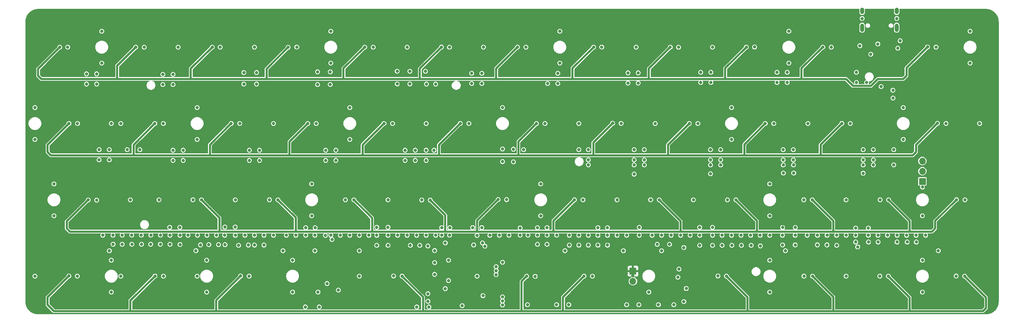
<source format=gbr>
%TF.GenerationSoftware,KiCad,Pcbnew,(7.0.0)*%
%TF.CreationDate,2024-05-04T00:17:19+02:00*%
%TF.ProjectId,minivan,6d696e69-7661-46e2-9e6b-696361645f70,rev?*%
%TF.SameCoordinates,Original*%
%TF.FileFunction,Copper,L2,Inr*%
%TF.FilePolarity,Positive*%
%FSLAX46Y46*%
G04 Gerber Fmt 4.6, Leading zero omitted, Abs format (unit mm)*
G04 Created by KiCad (PCBNEW (7.0.0)) date 2024-05-04 00:17:19*
%MOMM*%
%LPD*%
G01*
G04 APERTURE LIST*
%TA.AperFunction,ComponentPad*%
%ADD10R,1.700000X1.700000*%
%TD*%
%TA.AperFunction,ComponentPad*%
%ADD11O,1.700000X1.700000*%
%TD*%
%TA.AperFunction,ComponentPad*%
%ADD12O,1.000000X1.600000*%
%TD*%
%TA.AperFunction,ComponentPad*%
%ADD13O,1.000000X2.100000*%
%TD*%
%TA.AperFunction,ViaPad*%
%ADD14C,0.800000*%
%TD*%
%TA.AperFunction,Conductor*%
%ADD15C,0.500000*%
%TD*%
G04 APERTURE END LIST*
D10*
%TO.N,VBAT*%
%TO.C,SW1*%
X174624999Y-86831249D03*
D11*
%TO.N,BOOT0*%
X174624999Y-89371249D03*
%TD*%
D10*
%TO.N,GND*%
%TO.C,J4*%
X246856249Y-64452499D03*
D11*
%TO.N,ARGB_3V3*%
X246856249Y-61912499D03*
%TO.N,+5V*%
X246856249Y-59372499D03*
%TD*%
D12*
%TO.N,GND*%
%TO.C,J3*%
X231804749Y-21930749D03*
D13*
X231804749Y-26110749D03*
D12*
X240444749Y-21930749D03*
D13*
X240444749Y-26110749D03*
%TD*%
D14*
%TO.N,GND*%
X163512500Y-60325000D03*
X232079101Y-62422552D03*
X214751726Y-62378906D03*
X212154802Y-62378906D03*
X193998156Y-62553489D03*
X232074097Y-60368645D03*
X234614097Y-60368645D03*
X212144369Y-60368645D03*
X214684369Y-60368645D03*
X193978888Y-60368645D03*
X196518888Y-60368645D03*
X174915971Y-60368645D03*
X177455971Y-60368645D03*
X174930520Y-62662604D03*
X208756250Y-84137500D03*
X213518750Y-34925000D03*
X176212500Y-77910991D03*
X125136076Y-81727152D03*
X132015779Y-95457416D03*
X136937750Y-40036750D03*
X173037500Y-95250000D03*
X126888049Y-77899450D03*
X78898750Y-59213750D03*
X125126750Y-87661750D03*
X194087750Y-37242750D03*
X99218750Y-26987500D03*
X123460707Y-92482735D03*
X194470829Y-75919027D03*
X124999750Y-56673750D03*
X117760750Y-56673750D03*
X59848750Y-59213750D03*
X123476752Y-94359981D03*
X89693750Y-92075000D03*
X99532015Y-78962836D03*
X261143750Y-50006250D03*
X113506250Y-77910991D03*
X206375000Y-77910991D03*
X49561510Y-77888255D03*
X143691140Y-77906913D03*
X231256939Y-30596360D03*
X99099351Y-37113712D03*
X61118750Y-30956250D03*
X100488750Y-56673750D03*
X137318750Y-30956250D03*
X187325000Y-94456250D03*
X120300750Y-59213750D03*
X38258750Y-37623750D03*
X123031250Y-77910991D03*
X125157047Y-84719443D03*
X191295829Y-75919027D03*
X100488750Y-59213750D03*
X120650000Y-77910991D03*
X46831250Y-88106250D03*
X233379178Y-76076854D03*
X191293750Y-80422750D03*
X239712500Y-60325000D03*
X118968576Y-40144777D03*
X208756250Y-73025000D03*
X65881250Y-53975000D03*
X210597750Y-39782750D03*
X231804750Y-23812500D03*
X215106250Y-80295750D03*
X59089321Y-80162806D03*
X242093750Y-46037500D03*
X65881250Y-46037500D03*
X120681750Y-95789750D03*
X44450000Y-84137500D03*
X210597750Y-37242750D03*
X199231250Y-46037500D03*
X179387500Y-77910991D03*
X25400000Y-88106250D03*
X142081250Y-56356250D03*
X208756250Y-92075000D03*
X148442445Y-77888600D03*
X214661750Y-59086750D03*
X225440436Y-77910991D03*
X137210823Y-92976677D03*
X99218750Y-77910991D03*
X211931250Y-77910991D03*
X56356250Y-69056250D03*
X142081250Y-46037500D03*
X42068750Y-34925000D03*
X118268750Y-30956250D03*
X106362500Y-77910991D03*
X173386750Y-37369750D03*
X65571922Y-81739530D03*
X230204178Y-76076854D03*
X212121750Y-56546750D03*
X151606250Y-73025000D03*
X223059186Y-77910991D03*
X156368750Y-26987500D03*
X128868472Y-77879253D03*
X187924829Y-91191435D03*
X101600000Y-77910991D03*
X250825000Y-81756250D03*
X128946837Y-75987294D03*
X176223695Y-75942514D03*
X99218750Y-34925000D03*
X206406750Y-80549750D03*
X118268750Y-77910991D03*
X80168750Y-80359065D03*
X235807249Y-79594881D03*
X144811750Y-56419750D03*
X186531250Y-77910991D03*
X180181250Y-50006250D03*
X165893750Y-77910991D03*
X135731250Y-88106250D03*
X82550000Y-80359065D03*
X232060750Y-59086750D03*
X113506250Y-80433020D03*
X110699589Y-80433020D03*
X61603280Y-80205970D03*
X239488250Y-41687750D03*
X40798750Y-37623750D03*
X43973750Y-56546750D03*
X239712500Y-56546750D03*
X230409750Y-39782750D03*
X232949750Y-39782750D03*
X46831250Y-50006250D03*
X150823695Y-77888600D03*
X220677936Y-77910991D03*
X126892878Y-75998489D03*
X51593750Y-56546750D03*
X118968576Y-36969777D03*
X191547750Y-39782750D03*
X194468750Y-77910991D03*
X115887500Y-77910991D03*
X96043750Y-92075000D03*
X163512500Y-59086750D03*
X134616535Y-75981791D03*
X163512500Y-56546750D03*
X113499670Y-75893233D03*
X56689824Y-80146014D03*
X141287500Y-77910991D03*
X150812500Y-76000000D03*
X123031250Y-56673750D03*
X135707578Y-77945669D03*
X170656250Y-77910991D03*
X233394249Y-79594881D03*
X161131250Y-50006250D03*
X178593750Y-92075000D03*
X59045165Y-75917585D03*
X220630750Y-80295750D03*
X194468750Y-80422750D03*
X175418750Y-30956250D03*
X40798750Y-40163750D03*
X246856250Y-92075000D03*
X84931250Y-77910991D03*
X88121686Y-77910991D03*
X213518750Y-26987500D03*
X77524167Y-37283120D03*
X76231750Y-80422750D03*
X242093750Y-53975000D03*
X235759186Y-77910991D03*
X75378901Y-75839565D03*
X25400000Y-46037500D03*
X235743750Y-30162500D03*
X44450000Y-92075000D03*
X95924351Y-37113712D03*
X150812500Y-80168750D03*
X117760750Y-59213750D03*
X155860750Y-37496750D03*
X43973750Y-59086750D03*
X43976563Y-81766946D03*
X177450750Y-56546750D03*
X225456750Y-80422750D03*
X123031250Y-59213750D03*
X153193750Y-80168750D03*
X30162500Y-73025000D03*
X234600750Y-59086750D03*
X191293750Y-77910991D03*
X92995626Y-77906913D03*
X80168750Y-30956250D03*
X144811750Y-59594750D03*
X54324010Y-77888255D03*
X113506250Y-69056250D03*
X168275000Y-77910991D03*
X57308750Y-40290750D03*
X189706250Y-69056250D03*
X89693750Y-84137500D03*
X49577824Y-80146014D03*
X158623000Y-95250000D03*
X240506249Y-79594881D03*
X128587500Y-84137500D03*
X48418750Y-56546750D03*
X82550000Y-77910991D03*
X106362500Y-88106250D03*
X193960750Y-59086750D03*
X183767493Y-80169237D03*
X95318266Y-76008587D03*
X157648554Y-81756250D03*
X193960750Y-56546750D03*
X170656250Y-69056250D03*
X136937750Y-37496750D03*
X168275000Y-80368750D03*
X71203501Y-80248211D03*
X87298305Y-81745554D03*
X258762500Y-26987500D03*
X191547750Y-37242750D03*
X120300750Y-56673750D03*
X177450750Y-59086750D03*
X146477604Y-77883754D03*
X57308750Y-37750750D03*
X59848750Y-37750750D03*
X61603280Y-77910990D03*
X230686766Y-80793560D03*
X163512500Y-77910991D03*
X175926750Y-39909750D03*
X108743750Y-77910991D03*
X142081250Y-59531250D03*
X258762500Y-34925000D03*
X70710920Y-77906913D03*
X148304250Y-95250000D03*
X176085500Y-95250000D03*
X158750000Y-80368750D03*
X106362500Y-81756250D03*
X84931250Y-50006250D03*
X44450000Y-50006250D03*
X174910750Y-59086750D03*
X211971414Y-75964904D03*
X215106250Y-77910991D03*
X42068750Y-26987500D03*
X30162500Y-65087500D03*
X110701782Y-75888732D03*
X203993750Y-77910991D03*
X47180260Y-77888255D03*
X240444750Y-23812500D03*
X42352866Y-77900892D03*
X243046249Y-79594881D03*
X95250000Y-81756250D03*
X165893750Y-80368750D03*
X230202936Y-77910991D03*
X233377936Y-77910991D03*
X123031250Y-50006250D03*
X54276824Y-80146014D03*
X81438750Y-56673750D03*
X103981250Y-46037500D03*
X138906250Y-77910991D03*
X121443750Y-80422750D03*
X81438750Y-59213750D03*
X68790501Y-80248211D03*
X155586195Y-77888600D03*
X155860750Y-40036750D03*
X68262500Y-84137500D03*
X95265436Y-77910991D03*
X80168750Y-77910991D03*
X136889542Y-75981791D03*
X92868750Y-95789750D03*
X246856250Y-73025000D03*
X127793750Y-91217750D03*
X173386750Y-39909750D03*
X78659615Y-80359065D03*
X61575438Y-75923528D03*
X194468750Y-30956250D03*
X80699167Y-40163750D03*
X184816750Y-95250000D03*
X161131250Y-56546750D03*
X155575000Y-95250000D03*
X161131250Y-77910991D03*
X142100027Y-84650000D03*
X215146414Y-75964904D03*
X59848750Y-40290750D03*
X115793576Y-36969777D03*
X97948750Y-59213750D03*
X180975000Y-95250000D03*
X51990824Y-80146014D03*
X94456250Y-73025000D03*
X208756250Y-65087500D03*
X51942760Y-77888255D03*
X25400000Y-53975000D03*
X158750000Y-77910991D03*
X41433750Y-56546750D03*
X161131250Y-80368750D03*
X174910750Y-56546750D03*
X110699589Y-77910645D03*
X103981250Y-53975000D03*
X204123726Y-80412010D03*
X123094750Y-40163750D03*
X196500750Y-59086750D03*
X96343750Y-95789750D03*
X181768750Y-77910991D03*
X240710416Y-31234374D03*
X75406250Y-69056250D03*
X196881750Y-80422750D03*
X232060750Y-56546750D03*
X153193750Y-76000000D03*
X223043750Y-80295750D03*
X72754961Y-77909893D03*
X246856250Y-65881250D03*
X199231250Y-77910991D03*
X59848750Y-56673750D03*
X44908995Y-80123969D03*
X65881250Y-88106250D03*
X218281250Y-50006250D03*
X80699167Y-37283120D03*
X156368750Y-34925000D03*
X242902936Y-77910991D03*
X134397750Y-40036750D03*
X201612500Y-77910991D03*
X97948750Y-56673750D03*
X62388750Y-56673750D03*
X230182731Y-79594881D03*
X246856250Y-84137500D03*
X66706750Y-80295750D03*
X213137750Y-37242750D03*
X211965968Y-80314427D03*
X163512500Y-80368750D03*
X213137750Y-39782750D03*
X63567170Y-77906913D03*
X72781802Y-75856359D03*
X49212500Y-69056250D03*
X240521686Y-77910991D03*
X122840750Y-36988750D03*
X212669250Y-81756250D03*
X77524167Y-40163750D03*
X123729750Y-95789750D03*
X245332249Y-79594881D03*
X168275000Y-76000000D03*
X196500750Y-56546750D03*
X208756250Y-77910991D03*
X95924351Y-40288712D03*
X238140436Y-77910991D03*
X68329670Y-77906913D03*
X44900435Y-77899450D03*
X75406250Y-77910991D03*
X119085160Y-80433020D03*
X90502936Y-77910991D03*
X151606250Y-65087500D03*
X218109592Y-77906913D03*
X175926750Y-37369750D03*
X153204945Y-77888600D03*
X188912500Y-77910991D03*
X194087750Y-39782750D03*
X147351750Y-56546750D03*
X181768750Y-81756250D03*
X125380750Y-40163750D03*
X153320750Y-40036750D03*
X227806250Y-88106250D03*
X134397750Y-37496750D03*
X234600750Y-56546750D03*
X212121750Y-59086750D03*
X92989701Y-76008587D03*
X38258750Y-40163750D03*
X241300000Y-29368750D03*
X77787500Y-77910991D03*
X172243750Y-81756250D03*
X98298000Y-89947750D03*
X165893750Y-76000000D03*
X184150000Y-77910991D03*
X247665436Y-77910991D03*
X201707750Y-80422750D03*
X78898750Y-56673750D03*
X115793576Y-40144777D03*
X103981250Y-77910991D03*
X72852573Y-80269505D03*
X233975432Y-32724568D03*
X125412500Y-77910991D03*
X94456250Y-65087500D03*
X68262500Y-92075000D03*
X47164824Y-80146014D03*
X230409750Y-37242750D03*
X41433750Y-59086750D03*
X199231250Y-53975000D03*
X214661750Y-56546750D03*
X65948420Y-77906913D03*
X196850000Y-77910991D03*
X227806250Y-69056250D03*
X239503951Y-43656250D03*
X227821686Y-77910991D03*
X101123750Y-91598750D03*
X62388750Y-59213750D03*
X59073007Y-77905047D03*
X199294750Y-80422750D03*
X173037500Y-77910991D03*
X146474314Y-76065659D03*
X56705260Y-77888255D03*
X99099351Y-40288712D03*
X245284186Y-77910991D03*
%TO.N,ROW0*%
X126837694Y-30930313D03*
X107679906Y-30954609D03*
X88583031Y-31008123D03*
X183938865Y-30966536D03*
X221975902Y-30956249D03*
X69649268Y-30956249D03*
X31588616Y-30976022D03*
X164808968Y-30956250D03*
X145797394Y-30956249D03*
X202910974Y-30957890D03*
X248123423Y-30923308D03*
X50559884Y-30956249D03*
%TO.N,COL0*%
X36026707Y-50029304D03*
X33571330Y-30941440D03*
X35976475Y-88087317D03*
X40799053Y-69123773D03*
%TO.N,COL1*%
X52660754Y-30982186D03*
X57466603Y-88095963D03*
X57449712Y-50017777D03*
X64823209Y-69040599D03*
%TO.N,COL2*%
X83909432Y-69038958D03*
X78859548Y-88088958D03*
X76505195Y-50006250D03*
X71646391Y-30956249D03*
%TO.N,COL3*%
X90735774Y-30930313D03*
X95585935Y-50029304D03*
X97885826Y-77932972D03*
X102881182Y-69049245D03*
%TO.N,COL4*%
X114882974Y-88070026D03*
X121918692Y-69101118D03*
X109806712Y-30971900D03*
X114620725Y-50021899D03*
%TO.N,COL5*%
X128834817Y-30982186D03*
X133662880Y-50006249D03*
X143108946Y-69014663D03*
X150232488Y-88163486D03*
%TO.N,ROW1*%
X188686073Y-49988959D03*
X150566382Y-50021900D03*
X169550580Y-49965904D03*
X112493918Y-50004608D03*
X207643854Y-50000486D03*
X74378388Y-49988959D03*
X131536073Y-49988958D03*
X226739964Y-49988959D03*
X250629874Y-49967545D03*
X93459128Y-50012013D03*
X33899900Y-50012013D03*
X55322905Y-50000486D03*
%TO.N,COL6*%
X162170357Y-69057890D03*
X152693189Y-50039191D03*
X147924201Y-30956249D03*
X164531034Y-88106250D03*
%TO.N,COL7*%
X179040036Y-69038958D03*
X171677387Y-49983195D03*
X166832028Y-30930313D03*
X180689250Y-80168750D03*
%TO.N,COL8*%
X195828623Y-88073308D03*
X185987861Y-30992473D03*
X190812880Y-50006250D03*
X198195423Y-69073541D03*
%TO.N,COL9*%
X217306383Y-88083595D03*
X217261073Y-69038959D03*
X204985907Y-30923308D03*
X209770661Y-50017777D03*
%TO.N,COL10*%
X224115677Y-30956249D03*
X236292020Y-69038959D03*
X236241909Y-88088958D03*
X228866771Y-50006250D03*
%TO.N,COL11*%
X257469229Y-69048565D03*
X185837607Y-88354570D03*
X255280942Y-88081274D03*
X250250230Y-30940599D03*
X186118250Y-86356864D03*
X252756681Y-49984836D03*
%TO.N,ROW2*%
X86036239Y-69056249D03*
X219387880Y-69056250D03*
X124045499Y-69118409D03*
X160043550Y-69040599D03*
X181166843Y-69056249D03*
X140982139Y-68997372D03*
X200322230Y-69090832D03*
X66950016Y-69057890D03*
X255342422Y-69031274D03*
X238418827Y-69056250D03*
X105007989Y-69066536D03*
X38672246Y-69106482D03*
%TO.N,ROW3*%
X238368716Y-88106249D03*
X76732741Y-88071667D03*
X137692488Y-80624941D03*
X257407749Y-88098565D03*
X148105681Y-88146195D03*
X134882550Y-80325227D03*
X33849668Y-88070026D03*
X117009781Y-88087317D03*
X162404227Y-88088959D03*
X55339796Y-88078672D03*
X197955430Y-88090599D03*
X219433190Y-88100886D03*
%TO.N,VBAT*%
X132071975Y-91966482D03*
X140283777Y-83538954D03*
X174625000Y-87921747D03*
X95250000Y-84931250D03*
X139748557Y-91690518D03*
X135723750Y-81763464D03*
X131730750Y-84105750D03*
X181768750Y-84931250D03*
X234038883Y-35956233D03*
%TO.N,+5V*%
X236537500Y-40798750D03*
%TO.N,APLEX_OUT_PIN_0*%
X123451464Y-80588964D03*
X187325000Y-80962500D03*
%TO.N,APLEX_EN_PIN_1*%
X137073750Y-79810491D03*
X127803750Y-79810491D03*
%TO.N,AMUX_SEL_2*%
X140493750Y-85725000D03*
X142081250Y-93273096D03*
%TO.N,AMUX_SEL_1*%
X142081250Y-94297694D03*
X140506298Y-86737051D03*
%TO.N,AMUX_SEL_0*%
X140484508Y-87736316D03*
X142081250Y-95297197D03*
%TO.N,ARGB_3V3*%
X128587500Y-89183000D03*
%TD*%
D15*
%TO.N,ROW1*%
X164736285Y-54780199D02*
X164736285Y-57943750D01*
X165320742Y-54195742D02*
X164736285Y-54780199D01*
X164736285Y-57943750D02*
X183356250Y-57943750D01*
X164306250Y-57943750D02*
X164736285Y-57943750D01*
X169550580Y-49965904D02*
X165320742Y-54195742D01*
%TO.N,ROW0*%
X197643750Y-38893750D02*
X216693750Y-38893750D01*
X159543750Y-36221468D02*
X164808968Y-30956250D01*
X46037500Y-38893750D02*
X64293750Y-38893750D01*
X26987500Y-38893750D02*
X46037500Y-38893750D01*
X242887500Y-38100000D02*
X242887500Y-36159230D01*
X178593750Y-36311650D02*
X183938865Y-30966536D01*
X122237500Y-38893750D02*
X140493750Y-38893750D01*
X216693750Y-38893750D02*
X216693750Y-36238400D01*
X178593750Y-38893750D02*
X197643750Y-38893750D01*
X83211202Y-36379952D02*
X83211202Y-38761202D01*
X64293750Y-36311768D02*
X69649268Y-30956249D01*
X64293750Y-38893750D02*
X83343750Y-38893750D01*
X159543750Y-38893750D02*
X178593750Y-38893750D01*
X121443750Y-38893750D02*
X121443750Y-36324256D01*
X50559884Y-30956249D02*
X45917441Y-35598691D01*
X45917441Y-35598691D02*
X45917441Y-38773691D01*
X229545250Y-40632750D02*
X234004750Y-40632750D01*
X64293750Y-36311768D02*
X64293750Y-38893750D01*
X140493750Y-38893750D02*
X159543750Y-38893750D01*
X197643750Y-36225114D02*
X202910974Y-30957890D01*
X45917441Y-38773691D02*
X46037500Y-38893750D01*
X140493750Y-38893750D02*
X140493750Y-36259892D01*
X26193750Y-38100000D02*
X26193750Y-36370888D01*
X197643750Y-38893750D02*
X197643750Y-36225114D01*
X159543750Y-36221468D02*
X159543750Y-38893750D01*
X83211202Y-38761202D02*
X83343750Y-38893750D01*
X26193750Y-38100000D02*
X26987500Y-38893750D01*
X88583031Y-31008123D02*
X83211202Y-36379952D01*
X227806250Y-38893750D02*
X229545250Y-40632750D01*
X216693750Y-38893750D02*
X227806250Y-38893750D01*
X242093750Y-38893750D02*
X242887500Y-38100000D01*
X101600000Y-38893750D02*
X122237500Y-38893750D01*
X101600000Y-38893750D02*
X102393750Y-38893750D01*
X242887500Y-36159230D02*
X248123423Y-30923308D01*
X83343750Y-38893750D02*
X101600000Y-38893750D01*
X102393750Y-38893750D02*
X102393750Y-36240764D01*
X140493750Y-36259892D02*
X145797394Y-30956249D01*
X235743750Y-38893750D02*
X242093750Y-38893750D01*
X121443750Y-36324256D02*
X126837694Y-30930313D01*
X121443750Y-38893750D02*
X122237500Y-38893750D01*
X26193750Y-36370888D02*
X31588616Y-30976022D01*
X102393750Y-36240764D02*
X107679906Y-30954609D01*
X178593750Y-38893750D02*
X178593750Y-36311650D01*
X216693750Y-36238400D02*
X221975902Y-30956249D01*
X234004750Y-40632750D02*
X235743750Y-38893750D01*
%TO.N,ROW1*%
X188686073Y-49988959D02*
X183356250Y-55318782D01*
X50006250Y-57943750D02*
X50006250Y-55317140D01*
X88900000Y-57943750D02*
X107156250Y-57943750D01*
X29368750Y-57943750D02*
X28575000Y-57150000D01*
X29368750Y-57943750D02*
X50006250Y-57943750D01*
X69056250Y-57943750D02*
X69056250Y-55311096D01*
X244475000Y-57943750D02*
X245268750Y-57150000D01*
X28575000Y-57150000D02*
X28575000Y-55336912D01*
X50006250Y-57943750D02*
X69056250Y-57943750D01*
X221456250Y-55272673D02*
X221456250Y-57943750D01*
X107156250Y-55342276D02*
X107156250Y-57943750D01*
X126206250Y-57943750D02*
X146050000Y-57943750D01*
X28575000Y-55336912D02*
X33899900Y-50012013D01*
X183356250Y-57943750D02*
X202406250Y-57943750D01*
X245268750Y-55328669D02*
X245268750Y-57150000D01*
X50006250Y-55317140D02*
X55322905Y-50000486D01*
X146050000Y-57943750D02*
X164306250Y-57943750D01*
X150566382Y-50021900D02*
X146728516Y-53859766D01*
X202406250Y-57943750D02*
X221456250Y-57943750D01*
X202406250Y-55238090D02*
X202406250Y-57943750D01*
X88900000Y-54571141D02*
X88900000Y-57943750D01*
X183356250Y-55318782D02*
X183356250Y-57943750D01*
X146050000Y-54538282D02*
X146728516Y-53859766D01*
X69056250Y-55311096D02*
X74378388Y-49988959D01*
X93459128Y-50012013D02*
X88900000Y-54571141D01*
X69056250Y-57943750D02*
X88900000Y-57943750D01*
X146050000Y-57943750D02*
X146050000Y-54538282D01*
X207643854Y-50000486D02*
X202406250Y-55238090D01*
X221456250Y-57943750D02*
X244475000Y-57943750D01*
X226739964Y-49988959D02*
X221456250Y-55272673D01*
X112493918Y-50004608D02*
X107156250Y-55342276D01*
X250629874Y-49967545D02*
X245268750Y-55328669D01*
X126206250Y-55318781D02*
X126206250Y-57943750D01*
X107156250Y-57943750D02*
X126206250Y-57943750D01*
X131536073Y-49988958D02*
X126206250Y-55318781D01*
%TO.N,ROW2*%
X181166843Y-69056249D02*
X186531250Y-74420656D01*
X243681250Y-74318673D02*
X243681250Y-76993750D01*
X33337500Y-74441228D02*
X33337500Y-76200000D01*
X200322230Y-69090832D02*
X205581250Y-74349852D01*
X238418827Y-69056250D02*
X243681250Y-74318673D01*
X205581250Y-74349852D02*
X205581250Y-76993750D01*
X249237500Y-76993750D02*
X250031250Y-76200000D01*
X66950016Y-69057890D02*
X71437500Y-73545374D01*
X105007989Y-69066536D02*
X108855102Y-72913648D01*
X135731250Y-76993750D02*
X154781250Y-76993750D01*
X108855102Y-72913648D02*
X109537500Y-73596046D01*
X154781250Y-76993750D02*
X186531250Y-76993750D01*
X90487500Y-76993750D02*
X109537500Y-76993750D01*
X224631250Y-74299620D02*
X224631250Y-76993750D01*
X160043550Y-69040599D02*
X154781250Y-74302899D01*
X250031250Y-74342446D02*
X250031250Y-76200000D01*
X127793750Y-76993750D02*
X135731250Y-76993750D01*
X243681250Y-76993750D02*
X249237500Y-76993750D01*
X219387880Y-69056250D02*
X224631250Y-74299620D01*
X90487500Y-73507510D02*
X90487500Y-76993750D01*
X127793750Y-72866660D02*
X127793750Y-76993750D01*
X33337500Y-76200000D02*
X34131250Y-76993750D01*
X86036239Y-69056249D02*
X90487500Y-73507510D01*
X109537500Y-73596046D02*
X109537500Y-76993750D01*
X224631250Y-76993750D02*
X243681250Y-76993750D01*
X140982139Y-68997372D02*
X135731250Y-74248261D01*
X205581250Y-76993750D02*
X224631250Y-76993750D01*
X71437500Y-76993750D02*
X90487500Y-76993750D01*
X109537500Y-76993750D02*
X127793750Y-76993750D01*
X124045499Y-69118409D02*
X127793750Y-72866660D01*
X186531250Y-76993750D02*
X205581250Y-76993750D01*
X38672246Y-69106482D02*
X33337500Y-74441228D01*
X154781250Y-74302899D02*
X154781250Y-76993750D01*
X135731250Y-74248261D02*
X135731250Y-76993750D01*
X255342422Y-69031274D02*
X250031250Y-74342446D01*
X71437500Y-73545374D02*
X71437500Y-76993750D01*
X34131250Y-76993750D02*
X71437500Y-76993750D01*
X186531250Y-74420656D02*
X186531250Y-76993750D01*
%TO.N,ROW3*%
X148105681Y-88146195D02*
X146843750Y-89408126D01*
X238368716Y-88106249D02*
X243681250Y-93418783D01*
X203200000Y-96837500D02*
X224631250Y-96837500D01*
X122237500Y-93315036D02*
X122237500Y-96837500D01*
X219433190Y-88100886D02*
X224631250Y-93298946D01*
X197955430Y-88090599D02*
X203200000Y-93335169D01*
X70643750Y-94160658D02*
X70643750Y-96837500D01*
X28575000Y-93344694D02*
X28575000Y-95250000D01*
X33849668Y-88070026D02*
X28575000Y-93344694D01*
X146843750Y-89408126D02*
X146843750Y-96837500D01*
X55339796Y-88078672D02*
X49212500Y-94205968D01*
X122237500Y-96837500D02*
X146843750Y-96837500D01*
X257407749Y-88098565D02*
X262731250Y-93422066D01*
X76732741Y-88071667D02*
X70643750Y-94160658D01*
X157162500Y-96837500D02*
X203200000Y-96837500D01*
X146843750Y-96837500D02*
X157162500Y-96837500D01*
X224631250Y-93298946D02*
X224631250Y-96837500D01*
X224631250Y-96837500D02*
X261937500Y-96837500D01*
X30162500Y-96837500D02*
X49212500Y-96837500D01*
X157162500Y-93330686D02*
X157162500Y-96837500D01*
X243681250Y-93418783D02*
X243681250Y-96837500D01*
X49212500Y-96837500D02*
X70643750Y-96837500D01*
X70643750Y-96837500D02*
X122237500Y-96837500D01*
X117009781Y-88087317D02*
X122237500Y-93315036D01*
X28575000Y-95250000D02*
X30162500Y-96837500D01*
X262731250Y-93422066D02*
X262731250Y-96043750D01*
X49212500Y-94205968D02*
X49212500Y-96837500D01*
X262731250Y-96043750D02*
X261937500Y-96837500D01*
X203200000Y-93335169D02*
X203200000Y-96837500D01*
X162404227Y-88088959D02*
X157162500Y-93330686D01*
%TD*%
%TA.AperFunction,Conductor*%
%TO.N,VBAT*%
G36*
X231121284Y-21434056D02*
G01*
X231125421Y-21440050D01*
X231125127Y-21447328D01*
X231119610Y-21461878D01*
X231119526Y-21462562D01*
X231119526Y-21462566D01*
X231104401Y-21587133D01*
X231104250Y-21588378D01*
X231104250Y-22273122D01*
X231104291Y-22273465D01*
X231104292Y-22273470D01*
X231114527Y-22357765D01*
X231119610Y-22399622D01*
X231119855Y-22400268D01*
X231178098Y-22553846D01*
X231179932Y-22558680D01*
X231180325Y-22559249D01*
X231180327Y-22559253D01*
X231211974Y-22605101D01*
X231276567Y-22698679D01*
X231403898Y-22811484D01*
X231473587Y-22848060D01*
X231553907Y-22890216D01*
X231553909Y-22890216D01*
X231554525Y-22890540D01*
X231691599Y-22924325D01*
X231719020Y-22931084D01*
X231719694Y-22931250D01*
X231889112Y-22931250D01*
X231889806Y-22931250D01*
X232054975Y-22890540D01*
X232205602Y-22811484D01*
X232332933Y-22698679D01*
X232429568Y-22558680D01*
X232489890Y-22399622D01*
X232505250Y-22273122D01*
X232505250Y-21588378D01*
X232489890Y-21461878D01*
X232484372Y-21447328D01*
X232484079Y-21440050D01*
X232488216Y-21434056D01*
X232495125Y-21431750D01*
X239754375Y-21431750D01*
X239761284Y-21434056D01*
X239765421Y-21440050D01*
X239765127Y-21447328D01*
X239759610Y-21461878D01*
X239759526Y-21462562D01*
X239759526Y-21462566D01*
X239744401Y-21587133D01*
X239744250Y-21588378D01*
X239744250Y-22273122D01*
X239744291Y-22273465D01*
X239744292Y-22273470D01*
X239754527Y-22357765D01*
X239759610Y-22399622D01*
X239759855Y-22400268D01*
X239818098Y-22553846D01*
X239819932Y-22558680D01*
X239820325Y-22559249D01*
X239820327Y-22559253D01*
X239851974Y-22605101D01*
X239916567Y-22698679D01*
X240043898Y-22811484D01*
X240113587Y-22848060D01*
X240193907Y-22890216D01*
X240193909Y-22890216D01*
X240194525Y-22890540D01*
X240331599Y-22924325D01*
X240359020Y-22931084D01*
X240359694Y-22931250D01*
X240529112Y-22931250D01*
X240529806Y-22931250D01*
X240694975Y-22890540D01*
X240845602Y-22811484D01*
X240972933Y-22698679D01*
X241069568Y-22558680D01*
X241129890Y-22399622D01*
X241145250Y-22273122D01*
X241145250Y-21588378D01*
X241129890Y-21461878D01*
X241124372Y-21447328D01*
X241124079Y-21440050D01*
X241128216Y-21434056D01*
X241135125Y-21431750D01*
X262730750Y-21431750D01*
X262730953Y-21431750D01*
X262731555Y-21431766D01*
X262864487Y-21438734D01*
X262864525Y-21438752D01*
X262864525Y-21438737D01*
X262864682Y-21438744D01*
X263069799Y-21450267D01*
X263070925Y-21450388D01*
X263232088Y-21475916D01*
X263409488Y-21506060D01*
X263410461Y-21506273D01*
X263572919Y-21549806D01*
X263572922Y-21549807D01*
X263655299Y-21573540D01*
X263741052Y-21598247D01*
X263741982Y-21598558D01*
X263900799Y-21659524D01*
X263901021Y-21659612D01*
X264060720Y-21725763D01*
X264061488Y-21726117D01*
X264214021Y-21803837D01*
X264214363Y-21804019D01*
X264364668Y-21887091D01*
X264365368Y-21887511D01*
X264509408Y-21981052D01*
X264509746Y-21981282D01*
X264649376Y-22080355D01*
X264649399Y-22080371D01*
X264649976Y-22080809D01*
X264783666Y-22189069D01*
X264784062Y-22189406D01*
X264877349Y-22272773D01*
X264911552Y-22303339D01*
X264912021Y-22303782D01*
X265033716Y-22425477D01*
X265034159Y-22425946D01*
X265148078Y-22553420D01*
X265148428Y-22553832D01*
X265189946Y-22605101D01*
X265256685Y-22687517D01*
X265257127Y-22688099D01*
X265356198Y-22827725D01*
X265356464Y-22828117D01*
X265449987Y-22972130D01*
X265450407Y-22972830D01*
X265533479Y-23123135D01*
X265533661Y-23123477D01*
X265611368Y-23275982D01*
X265611746Y-23276802D01*
X265677877Y-23436455D01*
X265677988Y-23436735D01*
X265738937Y-23595509D01*
X265739251Y-23596446D01*
X265787670Y-23764501D01*
X265787724Y-23764696D01*
X265792694Y-23783242D01*
X265831218Y-23927008D01*
X265831443Y-23928036D01*
X265838566Y-23969953D01*
X265861582Y-24105410D01*
X265861602Y-24105537D01*
X265887108Y-24266560D01*
X265887232Y-24267714D01*
X265898763Y-24472973D01*
X265898765Y-24473016D01*
X265905734Y-24605945D01*
X265905750Y-24606547D01*
X265905750Y-94455953D01*
X265905734Y-94456555D01*
X265898765Y-94589483D01*
X265898763Y-94589526D01*
X265887232Y-94794784D01*
X265887108Y-94795938D01*
X265861602Y-94956961D01*
X265861582Y-94957088D01*
X265831448Y-95134439D01*
X265831218Y-95135490D01*
X265787728Y-95297790D01*
X265787670Y-95297997D01*
X265739251Y-95466052D01*
X265738937Y-95466989D01*
X265677988Y-95625763D01*
X265677877Y-95626043D01*
X265611746Y-95785696D01*
X265611368Y-95786516D01*
X265533661Y-95939021D01*
X265533479Y-95939363D01*
X265450407Y-96089668D01*
X265449987Y-96090368D01*
X265356464Y-96234381D01*
X265356198Y-96234773D01*
X265257127Y-96374399D01*
X265256685Y-96374981D01*
X265148440Y-96508652D01*
X265148078Y-96509078D01*
X265034159Y-96636552D01*
X265033716Y-96637021D01*
X264912021Y-96758716D01*
X264911552Y-96759159D01*
X264784078Y-96873078D01*
X264783652Y-96873440D01*
X264649981Y-96981685D01*
X264649399Y-96982127D01*
X264509773Y-97081198D01*
X264509381Y-97081464D01*
X264365368Y-97174987D01*
X264364668Y-97175407D01*
X264214363Y-97258479D01*
X264214021Y-97258661D01*
X264061516Y-97336368D01*
X264060696Y-97336746D01*
X263901043Y-97402877D01*
X263900763Y-97402988D01*
X263741989Y-97463937D01*
X263741052Y-97464251D01*
X263572997Y-97512670D01*
X263572790Y-97512728D01*
X263410490Y-97556218D01*
X263409447Y-97556446D01*
X263347804Y-97566920D01*
X263232088Y-97586582D01*
X263231961Y-97586602D01*
X263070938Y-97612108D01*
X263069784Y-97612232D01*
X262864526Y-97623763D01*
X262864483Y-97623765D01*
X262731555Y-97630734D01*
X262730953Y-97630750D01*
X26194047Y-97630750D01*
X26193445Y-97630734D01*
X26060550Y-97623769D01*
X26060508Y-97623749D01*
X26060508Y-97623767D01*
X25855208Y-97612237D01*
X25854054Y-97612113D01*
X25693148Y-97586628D01*
X25693030Y-97586559D01*
X25693022Y-97586608D01*
X25515536Y-97556451D01*
X25514486Y-97556221D01*
X25352229Y-97512744D01*
X25352021Y-97512687D01*
X25183942Y-97464266D01*
X25183005Y-97463951D01*
X25024224Y-97402999D01*
X25023944Y-97402888D01*
X24864292Y-97336759D01*
X24863472Y-97336381D01*
X24710978Y-97258681D01*
X24710636Y-97258499D01*
X24560314Y-97175419D01*
X24559614Y-97174999D01*
X24486624Y-97127599D01*
X24415582Y-97081463D01*
X24415239Y-97081231D01*
X24318749Y-97012768D01*
X24275588Y-96982143D01*
X24275006Y-96981701D01*
X24141332Y-96873454D01*
X24140906Y-96873092D01*
X24013436Y-96759178D01*
X24012967Y-96758735D01*
X23891263Y-96637031D01*
X23890820Y-96636562D01*
X23776906Y-96509092D01*
X23776544Y-96508666D01*
X23668297Y-96374992D01*
X23667855Y-96374410D01*
X23664782Y-96370079D01*
X23568753Y-96234739D01*
X23568551Y-96234442D01*
X23474989Y-96090368D01*
X23474579Y-96089684D01*
X23453968Y-96052392D01*
X23391499Y-95939362D01*
X23391317Y-95939020D01*
X23371367Y-95899866D01*
X23313609Y-95786509D01*
X23313247Y-95785725D01*
X23247110Y-95626054D01*
X23246999Y-95625774D01*
X23233992Y-95591890D01*
X23186038Y-95466966D01*
X23185741Y-95466083D01*
X23137311Y-95297977D01*
X23137254Y-95297769D01*
X23129019Y-95267035D01*
X28119730Y-95267035D01*
X28119888Y-95267874D01*
X28119889Y-95267878D01*
X28130748Y-95325268D01*
X28130820Y-95325692D01*
X28136302Y-95362065D01*
X28139652Y-95384287D01*
X28140025Y-95385062D01*
X28140026Y-95385064D01*
X28142721Y-95390660D01*
X28143659Y-95393512D01*
X28144814Y-95399621D01*
X28144818Y-95399633D01*
X28144977Y-95400472D01*
X28145378Y-95401231D01*
X28145379Y-95401233D01*
X28172674Y-95452878D01*
X28172868Y-95453262D01*
X28179479Y-95466989D01*
X28198575Y-95506642D01*
X28202616Y-95510998D01*
X28203388Y-95511830D01*
X28205123Y-95514274D01*
X28208434Y-95520538D01*
X28209043Y-95521147D01*
X28250351Y-95562455D01*
X28250649Y-95562765D01*
X28290945Y-95606194D01*
X28297075Y-95609733D01*
X28299454Y-95611558D01*
X29825603Y-97137706D01*
X29826462Y-97138668D01*
X29852621Y-97171470D01*
X29853330Y-97171954D01*
X29853332Y-97171955D01*
X29901592Y-97204858D01*
X29901943Y-97205107D01*
X29948925Y-97239782D01*
X29948927Y-97239783D01*
X29949618Y-97240293D01*
X29956295Y-97242629D01*
X29958975Y-97243982D01*
X29964827Y-97247972D01*
X30021479Y-97265446D01*
X30021846Y-97265566D01*
X30077801Y-97285146D01*
X30084874Y-97285410D01*
X30087830Y-97285912D01*
X30094598Y-97288000D01*
X30153858Y-97288000D01*
X30154287Y-97288007D01*
X30213510Y-97290224D01*
X30220347Y-97288391D01*
X30223323Y-97288000D01*
X49144598Y-97288000D01*
X49160442Y-97288000D01*
X49163000Y-97288287D01*
X49178454Y-97291815D01*
X49228933Y-97288031D01*
X49229792Y-97288000D01*
X49246262Y-97288000D01*
X70575848Y-97288000D01*
X70591692Y-97288000D01*
X70594250Y-97288287D01*
X70609704Y-97291815D01*
X70660183Y-97288031D01*
X70661042Y-97288000D01*
X70677512Y-97288000D01*
X122169598Y-97288000D01*
X122185442Y-97288000D01*
X122188000Y-97288287D01*
X122203454Y-97291815D01*
X122253933Y-97288031D01*
X122254792Y-97288000D01*
X122271262Y-97288000D01*
X146775848Y-97288000D01*
X146791692Y-97288000D01*
X146794250Y-97288287D01*
X146809704Y-97291815D01*
X146860183Y-97288031D01*
X146861042Y-97288000D01*
X146877512Y-97288000D01*
X157094598Y-97288000D01*
X157110442Y-97288000D01*
X157113000Y-97288287D01*
X157128454Y-97291815D01*
X157178933Y-97288031D01*
X157179792Y-97288000D01*
X157196262Y-97288000D01*
X203132098Y-97288000D01*
X203147942Y-97288000D01*
X203150500Y-97288287D01*
X203165954Y-97291815D01*
X203216433Y-97288031D01*
X203217292Y-97288000D01*
X203233762Y-97288000D01*
X224563348Y-97288000D01*
X224579192Y-97288000D01*
X224581750Y-97288287D01*
X224597204Y-97291815D01*
X224647683Y-97288031D01*
X224648542Y-97288000D01*
X224665012Y-97288000D01*
X243629192Y-97288000D01*
X243631750Y-97288287D01*
X243647204Y-97291815D01*
X243697683Y-97288031D01*
X243698542Y-97288000D01*
X261911550Y-97288000D01*
X261912838Y-97288072D01*
X261954535Y-97292770D01*
X262012791Y-97281746D01*
X262013127Y-97281688D01*
X262071787Y-97272848D01*
X262078160Y-97269777D01*
X262081014Y-97268838D01*
X262087972Y-97267523D01*
X262140399Y-97239813D01*
X262140763Y-97239630D01*
X262194142Y-97213925D01*
X262199333Y-97209107D01*
X262201772Y-97207377D01*
X262208038Y-97204066D01*
X262249980Y-97162122D01*
X262250235Y-97161877D01*
X262293694Y-97121555D01*
X262297234Y-97115421D01*
X262299056Y-97113046D01*
X263031465Y-96380636D01*
X263032408Y-96379794D01*
X263065220Y-96353629D01*
X263098624Y-96304632D01*
X263098840Y-96304328D01*
X263134043Y-96256632D01*
X263136379Y-96249953D01*
X263137727Y-96247280D01*
X263141722Y-96241423D01*
X263159196Y-96184767D01*
X263159323Y-96184382D01*
X263178896Y-96128449D01*
X263179160Y-96121372D01*
X263179661Y-96118421D01*
X263181750Y-96111652D01*
X263181750Y-96052392D01*
X263181758Y-96051962D01*
X263182110Y-96042557D01*
X263183974Y-95992740D01*
X263182141Y-95985902D01*
X263181750Y-95982927D01*
X263181750Y-93448016D01*
X263181822Y-93446728D01*
X263183806Y-93429115D01*
X263186520Y-93405031D01*
X263175498Y-93346783D01*
X263175437Y-93346429D01*
X263166598Y-93287779D01*
X263163524Y-93281398D01*
X263162588Y-93278550D01*
X263162508Y-93278126D01*
X263161273Y-93271594D01*
X263159985Y-93269158D01*
X263133578Y-93219195D01*
X263133384Y-93218811D01*
X263126284Y-93204067D01*
X263107675Y-93165424D01*
X263102857Y-93160232D01*
X263101121Y-93157785D01*
X263100679Y-93156949D01*
X263097815Y-93151528D01*
X263055909Y-93109622D01*
X263055611Y-93109312D01*
X263015305Y-93065872D01*
X263014561Y-93065442D01*
X263014558Y-93065440D01*
X263009174Y-93062332D01*
X263006792Y-93060505D01*
X258011427Y-88065140D01*
X258008157Y-88058509D01*
X257992793Y-87941803D01*
X257932285Y-87795724D01*
X257836031Y-87670283D01*
X257825649Y-87662317D01*
X257711183Y-87574484D01*
X257711182Y-87574483D01*
X257710590Y-87574029D01*
X257709900Y-87573743D01*
X257709898Y-87573742D01*
X257565202Y-87513807D01*
X257565200Y-87513806D01*
X257564511Y-87513521D01*
X257563769Y-87513423D01*
X257563768Y-87513423D01*
X257442407Y-87497445D01*
X257407749Y-87492883D01*
X257407005Y-87492981D01*
X257251729Y-87513423D01*
X257251726Y-87513423D01*
X257250987Y-87513521D01*
X257250299Y-87513805D01*
X257250295Y-87513807D01*
X257105599Y-87573742D01*
X257105594Y-87573744D01*
X257104908Y-87574029D01*
X257104318Y-87574481D01*
X257104314Y-87574484D01*
X256980064Y-87669824D01*
X256980060Y-87669827D01*
X256979467Y-87670283D01*
X256979011Y-87670876D01*
X256979008Y-87670880D01*
X256883668Y-87795130D01*
X256883665Y-87795134D01*
X256883213Y-87795724D01*
X256882928Y-87796410D01*
X256882926Y-87796415D01*
X256822991Y-87941111D01*
X256822989Y-87941115D01*
X256822705Y-87941803D01*
X256822607Y-87942542D01*
X256822607Y-87942545D01*
X256816434Y-87989433D01*
X256802067Y-88098565D01*
X256802165Y-88099309D01*
X256822264Y-88251982D01*
X256822705Y-88255327D01*
X256822990Y-88256016D01*
X256822991Y-88256018D01*
X256882380Y-88399397D01*
X256883213Y-88401406D01*
X256883667Y-88401998D01*
X256883668Y-88401999D01*
X256977011Y-88523647D01*
X256979467Y-88526847D01*
X257104908Y-88623101D01*
X257250987Y-88683609D01*
X257367693Y-88698973D01*
X257374323Y-88702243D01*
X262277382Y-93605301D01*
X262279875Y-93609032D01*
X262280750Y-93613433D01*
X262280750Y-95852382D01*
X262277382Y-95860514D01*
X261754265Y-96383632D01*
X261750534Y-96386125D01*
X261746133Y-96387000D01*
X244143250Y-96387000D01*
X244135118Y-96383632D01*
X244131750Y-96375500D01*
X244131750Y-93444733D01*
X244131822Y-93443445D01*
X244133353Y-93429858D01*
X244136520Y-93401748D01*
X244136360Y-93400903D01*
X244136360Y-93400897D01*
X244125500Y-93343504D01*
X244125432Y-93343114D01*
X244116598Y-93284496D01*
X244113526Y-93278117D01*
X244112591Y-93275274D01*
X244111274Y-93268312D01*
X244083573Y-93215901D01*
X244083380Y-93215518D01*
X244057675Y-93162141D01*
X244057092Y-93161513D01*
X244057089Y-93161508D01*
X244052859Y-93156949D01*
X244051122Y-93154501D01*
X244049230Y-93150922D01*
X244047816Y-93148246D01*
X244005908Y-93106338D01*
X244005611Y-93106029D01*
X243996188Y-93095873D01*
X243965305Y-93062589D01*
X243964561Y-93062159D01*
X243964558Y-93062157D01*
X243959174Y-93059049D01*
X243956792Y-93057222D01*
X242974570Y-92075000D01*
X246250568Y-92075000D01*
X246271206Y-92231762D01*
X246271491Y-92232451D01*
X246271492Y-92232453D01*
X246310229Y-92325973D01*
X246331714Y-92377841D01*
X246427968Y-92503282D01*
X246553409Y-92599536D01*
X246699488Y-92660044D01*
X246856250Y-92680682D01*
X247013012Y-92660044D01*
X247159091Y-92599536D01*
X247284532Y-92503282D01*
X247380786Y-92377841D01*
X247441294Y-92231762D01*
X247461932Y-92075000D01*
X247441294Y-91918238D01*
X247380786Y-91772159D01*
X247284532Y-91646718D01*
X247249940Y-91620175D01*
X247159684Y-91550919D01*
X247159683Y-91550918D01*
X247159091Y-91550464D01*
X247158401Y-91550178D01*
X247158399Y-91550177D01*
X247013703Y-91490242D01*
X247013701Y-91490241D01*
X247013012Y-91489956D01*
X247012270Y-91489858D01*
X247012269Y-91489858D01*
X246856994Y-91469416D01*
X246856250Y-91469318D01*
X246855506Y-91469416D01*
X246700230Y-91489858D01*
X246700227Y-91489858D01*
X246699488Y-91489956D01*
X246698800Y-91490240D01*
X246698796Y-91490242D01*
X246554100Y-91550177D01*
X246554095Y-91550179D01*
X246553409Y-91550464D01*
X246552819Y-91550916D01*
X246552815Y-91550919D01*
X246428565Y-91646259D01*
X246428561Y-91646262D01*
X246427968Y-91646718D01*
X246427512Y-91647311D01*
X246427509Y-91647315D01*
X246332169Y-91771565D01*
X246332166Y-91771569D01*
X246331714Y-91772159D01*
X246331429Y-91772845D01*
X246331427Y-91772850D01*
X246271492Y-91917546D01*
X246271490Y-91917550D01*
X246271206Y-91918238D01*
X246250568Y-92075000D01*
X242974570Y-92075000D01*
X239005820Y-88106250D01*
X245250801Y-88106250D01*
X245250836Y-88106695D01*
X245270531Y-88356948D01*
X245270532Y-88356955D01*
X245270567Y-88357398D01*
X245270672Y-88357838D01*
X245270673Y-88357840D01*
X245328292Y-88597844D01*
X245329377Y-88602361D01*
X245329543Y-88602761D01*
X245329546Y-88602771D01*
X245404328Y-88783310D01*
X245425784Y-88835109D01*
X245426020Y-88835494D01*
X245506788Y-88967296D01*
X245557414Y-89049909D01*
X245721026Y-89241474D01*
X245912591Y-89405086D01*
X246127391Y-89536716D01*
X246223733Y-89576622D01*
X246359728Y-89632953D01*
X246359730Y-89632953D01*
X246360139Y-89633123D01*
X246605102Y-89691933D01*
X246793368Y-89706750D01*
X246918918Y-89706750D01*
X246919132Y-89706750D01*
X247107398Y-89691933D01*
X247352361Y-89633123D01*
X247585109Y-89536716D01*
X247799909Y-89405086D01*
X247991474Y-89241474D01*
X248155086Y-89049909D01*
X248286716Y-88835109D01*
X248383123Y-88602361D01*
X248441933Y-88357398D01*
X248461699Y-88106250D01*
X248459733Y-88081274D01*
X254675260Y-88081274D01*
X254677096Y-88095219D01*
X254695457Y-88234691D01*
X254695898Y-88238036D01*
X254696183Y-88238725D01*
X254696184Y-88238727D01*
X254755573Y-88382106D01*
X254756406Y-88384115D01*
X254756860Y-88384707D01*
X254756861Y-88384708D01*
X254850204Y-88506356D01*
X254852660Y-88509556D01*
X254978101Y-88605810D01*
X255124180Y-88666318D01*
X255280942Y-88686956D01*
X255437704Y-88666318D01*
X255583783Y-88605810D01*
X255709224Y-88509556D01*
X255805478Y-88384115D01*
X255865986Y-88238036D01*
X255886624Y-88081274D01*
X255865986Y-87924512D01*
X255805478Y-87778433D01*
X255709224Y-87652992D01*
X255698842Y-87645026D01*
X255584376Y-87557193D01*
X255584375Y-87557192D01*
X255583783Y-87556738D01*
X255583093Y-87556452D01*
X255583091Y-87556451D01*
X255438395Y-87496516D01*
X255438393Y-87496515D01*
X255437704Y-87496230D01*
X255436962Y-87496132D01*
X255436961Y-87496132D01*
X255281686Y-87475690D01*
X255280942Y-87475592D01*
X255280198Y-87475690D01*
X255124922Y-87496132D01*
X255124919Y-87496132D01*
X255124180Y-87496230D01*
X255123492Y-87496514D01*
X255123488Y-87496516D01*
X254978792Y-87556451D01*
X254978787Y-87556453D01*
X254978101Y-87556738D01*
X254977511Y-87557190D01*
X254977507Y-87557193D01*
X254853257Y-87652533D01*
X254853253Y-87652536D01*
X254852660Y-87652992D01*
X254852204Y-87653585D01*
X254852201Y-87653589D01*
X254756861Y-87777839D01*
X254756858Y-87777843D01*
X254756406Y-87778433D01*
X254756121Y-87779119D01*
X254756119Y-87779124D01*
X254696184Y-87923820D01*
X254696182Y-87923824D01*
X254695898Y-87924512D01*
X254695800Y-87925251D01*
X254695800Y-87925254D01*
X254688054Y-87984090D01*
X254675260Y-88081274D01*
X248459733Y-88081274D01*
X248441933Y-87855102D01*
X248383123Y-87610139D01*
X248371537Y-87582169D01*
X248346245Y-87521107D01*
X248286716Y-87377391D01*
X248155086Y-87162591D01*
X247991474Y-86971026D01*
X247799909Y-86807414D01*
X247764318Y-86785604D01*
X247585494Y-86676020D01*
X247585109Y-86675784D01*
X247584694Y-86675612D01*
X247352771Y-86579546D01*
X247352761Y-86579543D01*
X247352361Y-86579377D01*
X247351928Y-86579273D01*
X247351925Y-86579272D01*
X247107840Y-86520673D01*
X247107838Y-86520672D01*
X247107398Y-86520567D01*
X247106955Y-86520532D01*
X247106948Y-86520531D01*
X246919340Y-86505766D01*
X246919330Y-86505765D01*
X246919132Y-86505750D01*
X246793368Y-86505750D01*
X246793169Y-86505765D01*
X246793159Y-86505766D01*
X246605551Y-86520531D01*
X246605542Y-86520532D01*
X246605102Y-86520567D01*
X246604663Y-86520672D01*
X246604659Y-86520673D01*
X246360574Y-86579272D01*
X246360567Y-86579274D01*
X246360139Y-86579377D01*
X246359741Y-86579541D01*
X246359728Y-86579546D01*
X246127805Y-86675612D01*
X246127799Y-86675614D01*
X246127391Y-86675784D01*
X246127010Y-86676017D01*
X246127005Y-86676020D01*
X245912973Y-86807179D01*
X245912965Y-86807184D01*
X245912591Y-86807414D01*
X245912256Y-86807699D01*
X245912252Y-86807703D01*
X245721368Y-86970733D01*
X245721361Y-86970739D01*
X245721026Y-86971026D01*
X245720739Y-86971361D01*
X245720733Y-86971368D01*
X245557703Y-87162252D01*
X245557699Y-87162256D01*
X245557414Y-87162591D01*
X245557184Y-87162965D01*
X245557179Y-87162973D01*
X245426020Y-87377005D01*
X245426017Y-87377010D01*
X245425784Y-87377391D01*
X245425614Y-87377799D01*
X245425612Y-87377805D01*
X245329546Y-87609728D01*
X245329541Y-87609741D01*
X245329377Y-87610139D01*
X245329274Y-87610567D01*
X245329272Y-87610574D01*
X245270673Y-87854659D01*
X245270567Y-87855102D01*
X245270532Y-87855542D01*
X245270531Y-87855551D01*
X245251466Y-88097804D01*
X245250801Y-88106250D01*
X239005820Y-88106250D01*
X238972394Y-88072824D01*
X238969124Y-88066193D01*
X238953760Y-87949487D01*
X238893252Y-87803408D01*
X238796998Y-87677967D01*
X238777380Y-87662914D01*
X238672150Y-87582168D01*
X238672149Y-87582167D01*
X238671557Y-87581713D01*
X238670867Y-87581427D01*
X238670865Y-87581426D01*
X238526169Y-87521491D01*
X238526167Y-87521490D01*
X238525478Y-87521205D01*
X238524736Y-87521107D01*
X238524735Y-87521107D01*
X238396319Y-87504201D01*
X238368716Y-87500567D01*
X238367972Y-87500665D01*
X238212696Y-87521107D01*
X238212693Y-87521107D01*
X238211954Y-87521205D01*
X238211266Y-87521489D01*
X238211262Y-87521491D01*
X238066566Y-87581426D01*
X238066561Y-87581428D01*
X238065875Y-87581713D01*
X238065285Y-87582165D01*
X238065281Y-87582168D01*
X237941031Y-87677508D01*
X237941027Y-87677511D01*
X237940434Y-87677967D01*
X237939978Y-87678560D01*
X237939975Y-87678564D01*
X237844635Y-87802814D01*
X237844632Y-87802818D01*
X237844180Y-87803408D01*
X237843895Y-87804094D01*
X237843893Y-87804099D01*
X237783958Y-87948795D01*
X237783958Y-87948796D01*
X237783672Y-87949487D01*
X237783574Y-87950226D01*
X237783574Y-87950229D01*
X237766665Y-88078672D01*
X237763034Y-88106249D01*
X237763132Y-88106993D01*
X237782562Y-88254584D01*
X237783672Y-88263011D01*
X237783957Y-88263700D01*
X237783958Y-88263702D01*
X237841958Y-88403727D01*
X237844180Y-88409090D01*
X237844634Y-88409682D01*
X237844635Y-88409683D01*
X237927966Y-88518283D01*
X237940434Y-88534531D01*
X238065875Y-88630785D01*
X238211954Y-88691293D01*
X238328660Y-88706657D01*
X238335290Y-88709927D01*
X243227382Y-93602018D01*
X243229875Y-93605749D01*
X243230750Y-93610150D01*
X243230750Y-96375500D01*
X243227382Y-96383632D01*
X243219250Y-96387000D01*
X225093250Y-96387000D01*
X225085118Y-96383632D01*
X225081750Y-96375500D01*
X225081750Y-93324896D01*
X225081822Y-93323608D01*
X225082439Y-93318134D01*
X225086520Y-93281911D01*
X225075498Y-93223663D01*
X225075437Y-93223309D01*
X225066598Y-93164659D01*
X225063524Y-93158278D01*
X225062588Y-93155430D01*
X225061273Y-93148474D01*
X225060130Y-93146312D01*
X225033574Y-93096066D01*
X225033380Y-93095682D01*
X225027820Y-93084137D01*
X225007675Y-93042304D01*
X225002860Y-93037114D01*
X225001124Y-93034667D01*
X224998219Y-93029171D01*
X224997816Y-93028408D01*
X224955895Y-92986487D01*
X224955598Y-92986178D01*
X224940824Y-92970255D01*
X224915305Y-92942752D01*
X224909172Y-92939211D01*
X224906794Y-92937386D01*
X220075657Y-88106250D01*
X227200568Y-88106250D01*
X227200666Y-88106993D01*
X227200666Y-88106994D01*
X227220921Y-88260852D01*
X227221206Y-88263012D01*
X227221491Y-88263701D01*
X227221492Y-88263703D01*
X227279737Y-88404320D01*
X227281714Y-88409091D01*
X227282168Y-88409683D01*
X227282169Y-88409684D01*
X227374203Y-88529626D01*
X227377968Y-88534532D01*
X227503409Y-88630786D01*
X227649488Y-88691294D01*
X227806250Y-88711932D01*
X227963012Y-88691294D01*
X228109091Y-88630786D01*
X228234532Y-88534532D01*
X228330786Y-88409091D01*
X228391294Y-88263012D01*
X228411932Y-88106250D01*
X228409655Y-88088958D01*
X235636227Y-88088958D01*
X235636325Y-88089702D01*
X235655755Y-88237293D01*
X235656865Y-88245720D01*
X235657150Y-88246409D01*
X235657151Y-88246411D01*
X235716406Y-88389466D01*
X235717373Y-88391799D01*
X235717827Y-88392391D01*
X235717828Y-88392392D01*
X235808523Y-88510589D01*
X235813627Y-88517240D01*
X235939068Y-88613494D01*
X236085147Y-88674002D01*
X236241909Y-88694640D01*
X236398671Y-88674002D01*
X236544750Y-88613494D01*
X236670191Y-88517240D01*
X236766445Y-88391799D01*
X236826953Y-88245720D01*
X236847591Y-88088958D01*
X236826953Y-87932196D01*
X236766445Y-87786117D01*
X236670191Y-87660676D01*
X236668830Y-87659632D01*
X236545343Y-87564877D01*
X236545342Y-87564876D01*
X236544750Y-87564422D01*
X236544060Y-87564136D01*
X236544058Y-87564135D01*
X236399362Y-87504200D01*
X236399360Y-87504199D01*
X236398671Y-87503914D01*
X236397929Y-87503816D01*
X236397928Y-87503816D01*
X236276567Y-87487838D01*
X236241909Y-87483276D01*
X236241165Y-87483374D01*
X236085889Y-87503816D01*
X236085886Y-87503816D01*
X236085147Y-87503914D01*
X236084459Y-87504198D01*
X236084455Y-87504200D01*
X235939759Y-87564135D01*
X235939754Y-87564137D01*
X235939068Y-87564422D01*
X235938478Y-87564874D01*
X235938474Y-87564877D01*
X235814224Y-87660217D01*
X235814220Y-87660220D01*
X235813627Y-87660676D01*
X235813171Y-87661269D01*
X235813168Y-87661273D01*
X235717828Y-87785523D01*
X235717825Y-87785527D01*
X235717373Y-87786117D01*
X235717088Y-87786803D01*
X235717086Y-87786808D01*
X235657151Y-87931504D01*
X235657151Y-87931505D01*
X235656865Y-87932196D01*
X235656767Y-87932935D01*
X235656767Y-87932938D01*
X235640833Y-88053971D01*
X235636227Y-88088958D01*
X228409655Y-88088958D01*
X228391294Y-87949488D01*
X228330786Y-87803409D01*
X228234532Y-87677968D01*
X228227541Y-87672604D01*
X228109684Y-87582169D01*
X228109683Y-87582168D01*
X228109091Y-87581714D01*
X228108401Y-87581428D01*
X228108399Y-87581427D01*
X227963703Y-87521492D01*
X227963701Y-87521491D01*
X227963012Y-87521206D01*
X227962270Y-87521108D01*
X227962269Y-87521108D01*
X227834567Y-87504296D01*
X227806250Y-87500568D01*
X227805506Y-87500666D01*
X227650230Y-87521108D01*
X227650227Y-87521108D01*
X227649488Y-87521206D01*
X227648800Y-87521490D01*
X227648796Y-87521492D01*
X227504100Y-87581427D01*
X227504095Y-87581429D01*
X227503409Y-87581714D01*
X227502819Y-87582166D01*
X227502815Y-87582169D01*
X227378565Y-87677509D01*
X227378561Y-87677512D01*
X227377968Y-87677968D01*
X227377512Y-87678561D01*
X227377509Y-87678565D01*
X227282169Y-87802815D01*
X227282166Y-87802819D01*
X227281714Y-87803409D01*
X227281429Y-87804095D01*
X227281427Y-87804100D01*
X227221492Y-87948796D01*
X227221490Y-87948800D01*
X227221206Y-87949488D01*
X227221108Y-87950227D01*
X227221108Y-87950230D01*
X227208599Y-88045247D01*
X227200568Y-88106250D01*
X220075657Y-88106250D01*
X220036868Y-88067461D01*
X220033598Y-88060830D01*
X220033405Y-88059364D01*
X220018234Y-87944124D01*
X219957726Y-87798045D01*
X219861472Y-87672604D01*
X219848296Y-87662494D01*
X219736624Y-87576805D01*
X219736623Y-87576804D01*
X219736031Y-87576350D01*
X219735341Y-87576064D01*
X219735339Y-87576063D01*
X219590643Y-87516128D01*
X219590641Y-87516127D01*
X219589952Y-87515842D01*
X219589210Y-87515744D01*
X219589209Y-87515744D01*
X219467848Y-87499766D01*
X219433190Y-87495204D01*
X219410750Y-87498158D01*
X219277170Y-87515744D01*
X219277167Y-87515744D01*
X219276428Y-87515842D01*
X219275740Y-87516126D01*
X219275736Y-87516128D01*
X219131040Y-87576063D01*
X219131035Y-87576065D01*
X219130349Y-87576350D01*
X219129759Y-87576802D01*
X219129755Y-87576805D01*
X219005505Y-87672145D01*
X219005501Y-87672148D01*
X219004908Y-87672604D01*
X219004452Y-87673197D01*
X219004449Y-87673201D01*
X218909109Y-87797451D01*
X218909106Y-87797455D01*
X218908654Y-87798045D01*
X218908369Y-87798731D01*
X218908367Y-87798736D01*
X218848432Y-87943432D01*
X218848430Y-87943436D01*
X218848146Y-87944124D01*
X218848048Y-87944863D01*
X218848048Y-87944866D01*
X218835971Y-88036600D01*
X218827508Y-88100886D01*
X218827606Y-88101630D01*
X218847742Y-88254584D01*
X218848146Y-88257648D01*
X218848431Y-88258337D01*
X218848432Y-88258339D01*
X218907692Y-88401406D01*
X218908654Y-88403727D01*
X218909108Y-88404319D01*
X218909109Y-88404320D01*
X219000671Y-88523647D01*
X219004908Y-88529168D01*
X219130349Y-88625422D01*
X219276428Y-88685930D01*
X219393134Y-88701294D01*
X219399764Y-88704564D01*
X224177382Y-93482181D01*
X224179875Y-93485912D01*
X224180750Y-93490313D01*
X224180750Y-96375500D01*
X224177382Y-96383632D01*
X224169250Y-96387000D01*
X203662000Y-96387000D01*
X203653868Y-96383632D01*
X203650500Y-96375500D01*
X203650500Y-93361119D01*
X203650572Y-93359831D01*
X203652085Y-93346398D01*
X203655270Y-93318134D01*
X203644248Y-93259886D01*
X203644187Y-93259532D01*
X203635348Y-93200882D01*
X203632274Y-93194501D01*
X203631338Y-93191653D01*
X203631037Y-93190059D01*
X203630023Y-93184697D01*
X203627936Y-93180749D01*
X203602324Y-93132289D01*
X203602130Y-93131905D01*
X203594989Y-93117076D01*
X203576425Y-93078527D01*
X203571610Y-93073337D01*
X203569874Y-93070890D01*
X203567222Y-93065872D01*
X203566566Y-93064631D01*
X203524646Y-93022711D01*
X203524348Y-93022401D01*
X203522370Y-93020269D01*
X203484055Y-92978975D01*
X203477922Y-92975434D01*
X203475544Y-92973609D01*
X202576935Y-92075000D01*
X208150568Y-92075000D01*
X208171206Y-92231762D01*
X208171491Y-92232451D01*
X208171492Y-92232453D01*
X208210229Y-92325973D01*
X208231714Y-92377841D01*
X208327968Y-92503282D01*
X208453409Y-92599536D01*
X208599488Y-92660044D01*
X208756250Y-92680682D01*
X208913012Y-92660044D01*
X209059091Y-92599536D01*
X209184532Y-92503282D01*
X209280786Y-92377841D01*
X209341294Y-92231762D01*
X209361932Y-92075000D01*
X209341294Y-91918238D01*
X209280786Y-91772159D01*
X209184532Y-91646718D01*
X209149940Y-91620175D01*
X209059684Y-91550919D01*
X209059683Y-91550918D01*
X209059091Y-91550464D01*
X209058401Y-91550178D01*
X209058399Y-91550177D01*
X208913703Y-91490242D01*
X208913701Y-91490241D01*
X208913012Y-91489956D01*
X208912270Y-91489858D01*
X208912269Y-91489858D01*
X208756994Y-91469416D01*
X208756250Y-91469318D01*
X208755506Y-91469416D01*
X208600230Y-91489858D01*
X208600227Y-91489858D01*
X208599488Y-91489956D01*
X208598800Y-91490240D01*
X208598796Y-91490242D01*
X208454100Y-91550177D01*
X208454095Y-91550179D01*
X208453409Y-91550464D01*
X208452819Y-91550916D01*
X208452815Y-91550919D01*
X208328565Y-91646259D01*
X208328561Y-91646262D01*
X208327968Y-91646718D01*
X208327512Y-91647311D01*
X208327509Y-91647315D01*
X208232169Y-91771565D01*
X208232166Y-91771569D01*
X208231714Y-91772159D01*
X208231429Y-91772845D01*
X208231427Y-91772850D01*
X208171492Y-91917546D01*
X208171490Y-91917550D01*
X208171206Y-91918238D01*
X208150568Y-92075000D01*
X202576935Y-92075000D01*
X198608184Y-88106250D01*
X207150801Y-88106250D01*
X207150836Y-88106695D01*
X207170531Y-88356948D01*
X207170532Y-88356955D01*
X207170567Y-88357398D01*
X207170672Y-88357838D01*
X207170673Y-88357840D01*
X207228292Y-88597844D01*
X207229377Y-88602361D01*
X207229543Y-88602761D01*
X207229546Y-88602771D01*
X207304328Y-88783310D01*
X207325784Y-88835109D01*
X207326020Y-88835494D01*
X207406788Y-88967296D01*
X207457414Y-89049909D01*
X207621026Y-89241474D01*
X207812591Y-89405086D01*
X208027391Y-89536716D01*
X208123733Y-89576622D01*
X208259728Y-89632953D01*
X208259730Y-89632953D01*
X208260139Y-89633123D01*
X208505102Y-89691933D01*
X208693368Y-89706750D01*
X208818918Y-89706750D01*
X208819132Y-89706750D01*
X209007398Y-89691933D01*
X209252361Y-89633123D01*
X209485109Y-89536716D01*
X209699909Y-89405086D01*
X209891474Y-89241474D01*
X210055086Y-89049909D01*
X210186716Y-88835109D01*
X210283123Y-88602361D01*
X210341933Y-88357398D01*
X210361699Y-88106250D01*
X210359916Y-88083595D01*
X216700701Y-88083595D01*
X216703586Y-88105506D01*
X216720935Y-88237293D01*
X216721339Y-88240357D01*
X216721624Y-88241046D01*
X216721625Y-88241048D01*
X216780885Y-88384115D01*
X216781847Y-88386436D01*
X216782301Y-88387028D01*
X216782302Y-88387029D01*
X216873864Y-88506356D01*
X216878101Y-88511877D01*
X217003542Y-88608131D01*
X217149621Y-88668639D01*
X217306383Y-88689277D01*
X217463145Y-88668639D01*
X217609224Y-88608131D01*
X217734665Y-88511877D01*
X217830919Y-88386436D01*
X217891427Y-88240357D01*
X217912065Y-88083595D01*
X217891427Y-87926833D01*
X217830919Y-87780754D01*
X217734665Y-87655313D01*
X217716981Y-87641744D01*
X217609817Y-87559514D01*
X217609816Y-87559513D01*
X217609224Y-87559059D01*
X217608534Y-87558773D01*
X217608532Y-87558772D01*
X217463836Y-87498837D01*
X217463834Y-87498836D01*
X217463145Y-87498551D01*
X217462403Y-87498453D01*
X217462402Y-87498453D01*
X217335399Y-87481733D01*
X217306383Y-87477913D01*
X217305639Y-87478011D01*
X217150363Y-87498453D01*
X217150360Y-87498453D01*
X217149621Y-87498551D01*
X217148933Y-87498835D01*
X217148929Y-87498837D01*
X217004233Y-87558772D01*
X217004228Y-87558774D01*
X217003542Y-87559059D01*
X217002952Y-87559511D01*
X217002948Y-87559514D01*
X216878698Y-87654854D01*
X216878694Y-87654857D01*
X216878101Y-87655313D01*
X216877645Y-87655906D01*
X216877642Y-87655910D01*
X216782302Y-87780160D01*
X216782299Y-87780164D01*
X216781847Y-87780754D01*
X216781562Y-87781440D01*
X216781560Y-87781445D01*
X216721625Y-87926141D01*
X216721623Y-87926145D01*
X216721339Y-87926833D01*
X216721241Y-87927572D01*
X216721241Y-87927575D01*
X216707761Y-88029969D01*
X216700701Y-88083595D01*
X210359916Y-88083595D01*
X210341933Y-87855102D01*
X210283123Y-87610139D01*
X210271537Y-87582169D01*
X210246245Y-87521107D01*
X210186716Y-87377391D01*
X210055086Y-87162591D01*
X209891474Y-86971026D01*
X209699909Y-86807414D01*
X209664318Y-86785604D01*
X209485494Y-86676020D01*
X209485109Y-86675784D01*
X209484694Y-86675612D01*
X209252771Y-86579546D01*
X209252761Y-86579543D01*
X209252361Y-86579377D01*
X209251928Y-86579273D01*
X209251925Y-86579272D01*
X209007840Y-86520673D01*
X209007838Y-86520672D01*
X209007398Y-86520567D01*
X209006955Y-86520532D01*
X209006948Y-86520531D01*
X208819340Y-86505766D01*
X208819330Y-86505765D01*
X208819132Y-86505750D01*
X208693368Y-86505750D01*
X208693169Y-86505765D01*
X208693159Y-86505766D01*
X208505551Y-86520531D01*
X208505542Y-86520532D01*
X208505102Y-86520567D01*
X208504663Y-86520672D01*
X208504659Y-86520673D01*
X208260574Y-86579272D01*
X208260567Y-86579274D01*
X208260139Y-86579377D01*
X208259741Y-86579541D01*
X208259728Y-86579546D01*
X208027805Y-86675612D01*
X208027799Y-86675614D01*
X208027391Y-86675784D01*
X208027010Y-86676017D01*
X208027005Y-86676020D01*
X207812973Y-86807179D01*
X207812965Y-86807184D01*
X207812591Y-86807414D01*
X207812256Y-86807699D01*
X207812252Y-86807703D01*
X207621368Y-86970733D01*
X207621361Y-86970739D01*
X207621026Y-86971026D01*
X207620739Y-86971361D01*
X207620733Y-86971368D01*
X207457703Y-87162252D01*
X207457699Y-87162256D01*
X207457414Y-87162591D01*
X207457184Y-87162965D01*
X207457179Y-87162973D01*
X207326020Y-87377005D01*
X207326017Y-87377010D01*
X207325784Y-87377391D01*
X207325614Y-87377799D01*
X207325612Y-87377805D01*
X207229546Y-87609728D01*
X207229541Y-87609741D01*
X207229377Y-87610139D01*
X207229274Y-87610567D01*
X207229272Y-87610574D01*
X207170673Y-87854659D01*
X207170567Y-87855102D01*
X207170532Y-87855542D01*
X207170531Y-87855551D01*
X207151466Y-88097804D01*
X207150801Y-88106250D01*
X198608184Y-88106250D01*
X198559108Y-88057174D01*
X198555838Y-88050543D01*
X198555141Y-88045247D01*
X198540474Y-87933837D01*
X198479966Y-87787758D01*
X198383712Y-87662317D01*
X198382351Y-87661273D01*
X198258864Y-87566518D01*
X198258863Y-87566517D01*
X198258271Y-87566063D01*
X198257581Y-87565777D01*
X198257579Y-87565776D01*
X198112883Y-87505841D01*
X198112881Y-87505840D01*
X198112192Y-87505555D01*
X198111450Y-87505457D01*
X198111449Y-87505457D01*
X197990088Y-87489479D01*
X197955430Y-87484917D01*
X197954686Y-87485015D01*
X197799410Y-87505457D01*
X197799407Y-87505457D01*
X197798668Y-87505555D01*
X197797980Y-87505839D01*
X197797976Y-87505841D01*
X197653280Y-87565776D01*
X197653275Y-87565778D01*
X197652589Y-87566063D01*
X197651999Y-87566515D01*
X197651995Y-87566518D01*
X197527745Y-87661858D01*
X197527741Y-87661861D01*
X197527148Y-87662317D01*
X197526692Y-87662910D01*
X197526689Y-87662914D01*
X197431349Y-87787164D01*
X197431346Y-87787168D01*
X197430894Y-87787758D01*
X197430609Y-87788444D01*
X197430607Y-87788449D01*
X197370672Y-87933145D01*
X197370670Y-87933149D01*
X197370386Y-87933837D01*
X197370288Y-87934576D01*
X197370288Y-87934579D01*
X197354865Y-88051729D01*
X197349748Y-88090599D01*
X197351867Y-88106695D01*
X197370273Y-88246507D01*
X197370386Y-88247361D01*
X197370671Y-88248050D01*
X197370672Y-88248052D01*
X197430214Y-88391800D01*
X197430894Y-88393440D01*
X197431348Y-88394032D01*
X197431349Y-88394033D01*
X197525889Y-88517241D01*
X197527148Y-88518881D01*
X197652589Y-88615135D01*
X197798668Y-88675643D01*
X197915374Y-88691007D01*
X197922004Y-88694277D01*
X202746132Y-93518404D01*
X202748625Y-93522135D01*
X202749500Y-93526536D01*
X202749500Y-96375500D01*
X202746132Y-96383632D01*
X202738000Y-96387000D01*
X157624500Y-96387000D01*
X157616368Y-96383632D01*
X157613000Y-96375500D01*
X157613000Y-95250000D01*
X158017318Y-95250000D01*
X158017416Y-95250744D01*
X158036211Y-95393512D01*
X158037956Y-95406762D01*
X158038241Y-95407451D01*
X158038242Y-95407453D01*
X158085083Y-95520538D01*
X158098464Y-95552841D01*
X158098918Y-95553433D01*
X158098919Y-95553434D01*
X158142699Y-95610490D01*
X158194718Y-95678282D01*
X158320159Y-95774536D01*
X158466238Y-95835044D01*
X158623000Y-95855682D01*
X158779762Y-95835044D01*
X158925841Y-95774536D01*
X159051282Y-95678282D01*
X159147536Y-95552841D01*
X159208044Y-95406762D01*
X159228682Y-95250000D01*
X172431818Y-95250000D01*
X172431916Y-95250744D01*
X172450711Y-95393512D01*
X172452456Y-95406762D01*
X172452741Y-95407451D01*
X172452742Y-95407453D01*
X172499583Y-95520538D01*
X172512964Y-95552841D01*
X172513418Y-95553433D01*
X172513419Y-95553434D01*
X172557199Y-95610490D01*
X172609218Y-95678282D01*
X172734659Y-95774536D01*
X172880738Y-95835044D01*
X173037500Y-95855682D01*
X173194262Y-95835044D01*
X173340341Y-95774536D01*
X173465782Y-95678282D01*
X173562036Y-95552841D01*
X173622544Y-95406762D01*
X173643182Y-95250000D01*
X175479818Y-95250000D01*
X175479916Y-95250744D01*
X175498711Y-95393512D01*
X175500456Y-95406762D01*
X175500741Y-95407451D01*
X175500742Y-95407453D01*
X175547583Y-95520538D01*
X175560964Y-95552841D01*
X175561418Y-95553433D01*
X175561419Y-95553434D01*
X175605199Y-95610490D01*
X175657218Y-95678282D01*
X175782659Y-95774536D01*
X175928738Y-95835044D01*
X176085500Y-95855682D01*
X176242262Y-95835044D01*
X176388341Y-95774536D01*
X176513782Y-95678282D01*
X176610036Y-95552841D01*
X176670544Y-95406762D01*
X176691182Y-95250000D01*
X180369318Y-95250000D01*
X180369416Y-95250744D01*
X180388211Y-95393512D01*
X180389956Y-95406762D01*
X180390241Y-95407451D01*
X180390242Y-95407453D01*
X180437083Y-95520538D01*
X180450464Y-95552841D01*
X180450918Y-95553433D01*
X180450919Y-95553434D01*
X180494699Y-95610490D01*
X180546718Y-95678282D01*
X180672159Y-95774536D01*
X180818238Y-95835044D01*
X180975000Y-95855682D01*
X181131762Y-95835044D01*
X181277841Y-95774536D01*
X181403282Y-95678282D01*
X181499536Y-95552841D01*
X181560044Y-95406762D01*
X181580682Y-95250000D01*
X184211068Y-95250000D01*
X184211166Y-95250744D01*
X184229961Y-95393512D01*
X184231706Y-95406762D01*
X184231991Y-95407451D01*
X184231992Y-95407453D01*
X184278833Y-95520538D01*
X184292214Y-95552841D01*
X184292668Y-95553433D01*
X184292669Y-95553434D01*
X184336449Y-95610490D01*
X184388468Y-95678282D01*
X184513909Y-95774536D01*
X184659988Y-95835044D01*
X184816750Y-95855682D01*
X184973512Y-95835044D01*
X185119591Y-95774536D01*
X185245032Y-95678282D01*
X185341286Y-95552841D01*
X185401794Y-95406762D01*
X185422432Y-95250000D01*
X185401794Y-95093238D01*
X185341286Y-94947159D01*
X185245032Y-94821718D01*
X185225289Y-94806569D01*
X185120184Y-94725919D01*
X185120183Y-94725918D01*
X185119591Y-94725464D01*
X185118901Y-94725178D01*
X185118899Y-94725177D01*
X184974203Y-94665242D01*
X184974201Y-94665241D01*
X184973512Y-94664956D01*
X184972770Y-94664858D01*
X184972769Y-94664858D01*
X184817494Y-94644416D01*
X184816750Y-94644318D01*
X184816006Y-94644416D01*
X184660730Y-94664858D01*
X184660727Y-94664858D01*
X184659988Y-94664956D01*
X184659300Y-94665240D01*
X184659296Y-94665242D01*
X184514600Y-94725177D01*
X184514595Y-94725179D01*
X184513909Y-94725464D01*
X184513319Y-94725916D01*
X184513315Y-94725919D01*
X184389065Y-94821259D01*
X184389061Y-94821262D01*
X184388468Y-94821718D01*
X184388012Y-94822311D01*
X184388009Y-94822315D01*
X184292669Y-94946565D01*
X184292666Y-94946569D01*
X184292214Y-94947159D01*
X184291929Y-94947845D01*
X184291927Y-94947850D01*
X184231992Y-95092546D01*
X184231990Y-95092550D01*
X184231706Y-95093238D01*
X184231608Y-95093977D01*
X184231608Y-95093980D01*
X184225492Y-95140435D01*
X184211068Y-95250000D01*
X181580682Y-95250000D01*
X181560044Y-95093238D01*
X181499536Y-94947159D01*
X181403282Y-94821718D01*
X181383539Y-94806569D01*
X181278434Y-94725919D01*
X181278433Y-94725918D01*
X181277841Y-94725464D01*
X181277151Y-94725178D01*
X181277149Y-94725177D01*
X181132453Y-94665242D01*
X181132451Y-94665241D01*
X181131762Y-94664956D01*
X181131020Y-94664858D01*
X181131019Y-94664858D01*
X180975744Y-94644416D01*
X180975000Y-94644318D01*
X180974256Y-94644416D01*
X180818980Y-94664858D01*
X180818977Y-94664858D01*
X180818238Y-94664956D01*
X180817550Y-94665240D01*
X180817546Y-94665242D01*
X180672850Y-94725177D01*
X180672845Y-94725179D01*
X180672159Y-94725464D01*
X180671569Y-94725916D01*
X180671565Y-94725919D01*
X180547315Y-94821259D01*
X180547311Y-94821262D01*
X180546718Y-94821718D01*
X180546262Y-94822311D01*
X180546259Y-94822315D01*
X180450919Y-94946565D01*
X180450916Y-94946569D01*
X180450464Y-94947159D01*
X180450179Y-94947845D01*
X180450177Y-94947850D01*
X180390242Y-95092546D01*
X180390240Y-95092550D01*
X180389956Y-95093238D01*
X180389858Y-95093977D01*
X180389858Y-95093980D01*
X180383742Y-95140435D01*
X180369318Y-95250000D01*
X176691182Y-95250000D01*
X176670544Y-95093238D01*
X176610036Y-94947159D01*
X176513782Y-94821718D01*
X176494039Y-94806569D01*
X176388934Y-94725919D01*
X176388933Y-94725918D01*
X176388341Y-94725464D01*
X176387651Y-94725178D01*
X176387649Y-94725177D01*
X176242953Y-94665242D01*
X176242951Y-94665241D01*
X176242262Y-94664956D01*
X176241520Y-94664858D01*
X176241519Y-94664858D01*
X176086244Y-94644416D01*
X176085500Y-94644318D01*
X176084756Y-94644416D01*
X175929480Y-94664858D01*
X175929477Y-94664858D01*
X175928738Y-94664956D01*
X175928050Y-94665240D01*
X175928046Y-94665242D01*
X175783350Y-94725177D01*
X175783345Y-94725179D01*
X175782659Y-94725464D01*
X175782069Y-94725916D01*
X175782065Y-94725919D01*
X175657815Y-94821259D01*
X175657811Y-94821262D01*
X175657218Y-94821718D01*
X175656762Y-94822311D01*
X175656759Y-94822315D01*
X175561419Y-94946565D01*
X175561416Y-94946569D01*
X175560964Y-94947159D01*
X175560679Y-94947845D01*
X175560677Y-94947850D01*
X175500742Y-95092546D01*
X175500740Y-95092550D01*
X175500456Y-95093238D01*
X175500358Y-95093977D01*
X175500358Y-95093980D01*
X175494242Y-95140435D01*
X175479818Y-95250000D01*
X173643182Y-95250000D01*
X173622544Y-95093238D01*
X173562036Y-94947159D01*
X173465782Y-94821718D01*
X173446039Y-94806569D01*
X173340934Y-94725919D01*
X173340933Y-94725918D01*
X173340341Y-94725464D01*
X173339651Y-94725178D01*
X173339649Y-94725177D01*
X173194953Y-94665242D01*
X173194951Y-94665241D01*
X173194262Y-94664956D01*
X173193520Y-94664858D01*
X173193519Y-94664858D01*
X173038244Y-94644416D01*
X173037500Y-94644318D01*
X173036756Y-94644416D01*
X172881480Y-94664858D01*
X172881477Y-94664858D01*
X172880738Y-94664956D01*
X172880050Y-94665240D01*
X172880046Y-94665242D01*
X172735350Y-94725177D01*
X172735345Y-94725179D01*
X172734659Y-94725464D01*
X172734069Y-94725916D01*
X172734065Y-94725919D01*
X172609815Y-94821259D01*
X172609811Y-94821262D01*
X172609218Y-94821718D01*
X172608762Y-94822311D01*
X172608759Y-94822315D01*
X172513419Y-94946565D01*
X172513416Y-94946569D01*
X172512964Y-94947159D01*
X172512679Y-94947845D01*
X172512677Y-94947850D01*
X172452742Y-95092546D01*
X172452740Y-95092550D01*
X172452456Y-95093238D01*
X172452358Y-95093977D01*
X172452358Y-95093980D01*
X172446242Y-95140435D01*
X172431818Y-95250000D01*
X159228682Y-95250000D01*
X159208044Y-95093238D01*
X159147536Y-94947159D01*
X159051282Y-94821718D01*
X159031539Y-94806569D01*
X158926434Y-94725919D01*
X158926433Y-94725918D01*
X158925841Y-94725464D01*
X158925151Y-94725178D01*
X158925149Y-94725177D01*
X158780453Y-94665242D01*
X158780451Y-94665241D01*
X158779762Y-94664956D01*
X158779020Y-94664858D01*
X158779019Y-94664858D01*
X158623744Y-94644416D01*
X158623000Y-94644318D01*
X158622256Y-94644416D01*
X158466980Y-94664858D01*
X158466977Y-94664858D01*
X158466238Y-94664956D01*
X158465550Y-94665240D01*
X158465546Y-94665242D01*
X158320850Y-94725177D01*
X158320845Y-94725179D01*
X158320159Y-94725464D01*
X158319569Y-94725916D01*
X158319565Y-94725919D01*
X158195315Y-94821259D01*
X158195311Y-94821262D01*
X158194718Y-94821718D01*
X158194262Y-94822311D01*
X158194259Y-94822315D01*
X158098919Y-94946565D01*
X158098916Y-94946569D01*
X158098464Y-94947159D01*
X158098179Y-94947845D01*
X158098177Y-94947850D01*
X158038242Y-95092546D01*
X158038240Y-95092550D01*
X158037956Y-95093238D01*
X158037858Y-95093977D01*
X158037858Y-95093980D01*
X158031742Y-95140435D01*
X158017318Y-95250000D01*
X157613000Y-95250000D01*
X157613000Y-94456250D01*
X186719318Y-94456250D01*
X186719416Y-94456994D01*
X186736841Y-94589356D01*
X186739956Y-94613012D01*
X186740241Y-94613701D01*
X186740242Y-94613703D01*
X186786723Y-94725919D01*
X186800464Y-94759091D01*
X186800918Y-94759683D01*
X186800919Y-94759684D01*
X186822389Y-94787665D01*
X186896718Y-94884532D01*
X187022159Y-94980786D01*
X187168238Y-95041294D01*
X187325000Y-95061932D01*
X187481762Y-95041294D01*
X187627841Y-94980786D01*
X187753282Y-94884532D01*
X187849536Y-94759091D01*
X187910044Y-94613012D01*
X187930682Y-94456250D01*
X187910044Y-94299488D01*
X187849536Y-94153409D01*
X187753282Y-94027968D01*
X187716524Y-93999763D01*
X187628434Y-93932169D01*
X187628433Y-93932168D01*
X187627841Y-93931714D01*
X187627151Y-93931428D01*
X187627149Y-93931427D01*
X187482453Y-93871492D01*
X187482451Y-93871491D01*
X187481762Y-93871206D01*
X187481020Y-93871108D01*
X187481019Y-93871108D01*
X187332003Y-93851490D01*
X187325000Y-93850568D01*
X187317997Y-93851490D01*
X187168980Y-93871108D01*
X187168977Y-93871108D01*
X187168238Y-93871206D01*
X187167550Y-93871490D01*
X187167546Y-93871492D01*
X187022850Y-93931427D01*
X187022845Y-93931429D01*
X187022159Y-93931714D01*
X187021569Y-93932166D01*
X187021565Y-93932169D01*
X186897315Y-94027509D01*
X186897311Y-94027512D01*
X186896718Y-94027968D01*
X186896262Y-94028561D01*
X186896259Y-94028565D01*
X186800919Y-94152815D01*
X186800916Y-94152819D01*
X186800464Y-94153409D01*
X186800179Y-94154095D01*
X186800177Y-94154100D01*
X186740242Y-94298796D01*
X186740240Y-94298800D01*
X186739956Y-94299488D01*
X186719318Y-94456250D01*
X157613000Y-94456250D01*
X157613000Y-93522054D01*
X157616368Y-93513922D01*
X158805009Y-92325281D01*
X159055290Y-92075000D01*
X177988068Y-92075000D01*
X178008706Y-92231762D01*
X178008991Y-92232451D01*
X178008992Y-92232453D01*
X178047729Y-92325973D01*
X178069214Y-92377841D01*
X178165468Y-92503282D01*
X178290909Y-92599536D01*
X178436988Y-92660044D01*
X178593750Y-92680682D01*
X178750512Y-92660044D01*
X178896591Y-92599536D01*
X179022032Y-92503282D01*
X179118286Y-92377841D01*
X179178794Y-92231762D01*
X179199432Y-92075000D01*
X179178794Y-91918238D01*
X179118286Y-91772159D01*
X179022032Y-91646718D01*
X178987440Y-91620175D01*
X178897184Y-91550919D01*
X178897183Y-91550918D01*
X178896591Y-91550464D01*
X178895901Y-91550178D01*
X178895899Y-91550177D01*
X178751203Y-91490242D01*
X178751201Y-91490241D01*
X178750512Y-91489956D01*
X178749770Y-91489858D01*
X178749769Y-91489858D01*
X178594494Y-91469416D01*
X178593750Y-91469318D01*
X178593006Y-91469416D01*
X178437730Y-91489858D01*
X178437727Y-91489858D01*
X178436988Y-91489956D01*
X178436300Y-91490240D01*
X178436296Y-91490242D01*
X178291600Y-91550177D01*
X178291595Y-91550179D01*
X178290909Y-91550464D01*
X178290319Y-91550916D01*
X178290315Y-91550919D01*
X178166065Y-91646259D01*
X178166061Y-91646262D01*
X178165468Y-91646718D01*
X178165012Y-91647311D01*
X178165009Y-91647315D01*
X178069669Y-91771565D01*
X178069666Y-91771569D01*
X178069214Y-91772159D01*
X178068929Y-91772845D01*
X178068927Y-91772850D01*
X178008992Y-91917546D01*
X178008990Y-91917550D01*
X178008706Y-91918238D01*
X177988068Y-92075000D01*
X159055290Y-92075000D01*
X159938854Y-91191435D01*
X187319147Y-91191435D01*
X187339785Y-91348197D01*
X187340070Y-91348886D01*
X187340071Y-91348888D01*
X187398503Y-91489956D01*
X187400293Y-91494276D01*
X187400747Y-91494868D01*
X187400748Y-91494869D01*
X187479887Y-91598006D01*
X187496547Y-91619717D01*
X187621988Y-91715971D01*
X187768067Y-91776479D01*
X187924829Y-91797117D01*
X188081591Y-91776479D01*
X188227670Y-91715971D01*
X188353111Y-91619717D01*
X188449365Y-91494276D01*
X188509873Y-91348197D01*
X188530511Y-91191435D01*
X188509873Y-91034673D01*
X188449365Y-90888594D01*
X188353111Y-90763153D01*
X188262557Y-90693669D01*
X188228263Y-90667354D01*
X188228262Y-90667353D01*
X188227670Y-90666899D01*
X188226980Y-90666613D01*
X188226978Y-90666612D01*
X188082282Y-90606677D01*
X188082280Y-90606676D01*
X188081591Y-90606391D01*
X188080849Y-90606293D01*
X188080848Y-90606293D01*
X187925573Y-90585851D01*
X187924829Y-90585753D01*
X187924085Y-90585851D01*
X187768809Y-90606293D01*
X187768806Y-90606293D01*
X187768067Y-90606391D01*
X187767379Y-90606675D01*
X187767375Y-90606677D01*
X187622679Y-90666612D01*
X187622674Y-90666614D01*
X187621988Y-90666899D01*
X187621398Y-90667351D01*
X187621394Y-90667354D01*
X187497144Y-90762694D01*
X187497140Y-90762697D01*
X187496547Y-90763153D01*
X187496091Y-90763746D01*
X187496088Y-90763750D01*
X187400748Y-90888000D01*
X187400745Y-90888004D01*
X187400293Y-90888594D01*
X187400008Y-90889280D01*
X187400006Y-90889285D01*
X187340071Y-91033981D01*
X187340069Y-91033985D01*
X187339785Y-91034673D01*
X187339687Y-91035412D01*
X187339687Y-91035415D01*
X187336223Y-91061730D01*
X187319147Y-91191435D01*
X159938854Y-91191435D01*
X161759038Y-89371250D01*
X173569417Y-89371250D01*
X173569472Y-89371808D01*
X173589644Y-89576622D01*
X173589645Y-89576628D01*
X173589700Y-89577184D01*
X173589863Y-89577723D01*
X173589864Y-89577725D01*
X173610453Y-89645600D01*
X173649768Y-89775204D01*
X173694137Y-89858213D01*
X173741996Y-89947750D01*
X173747315Y-89957700D01*
X173878590Y-90117660D01*
X174038550Y-90248935D01*
X174221046Y-90346482D01*
X174419066Y-90406550D01*
X174625000Y-90426833D01*
X174830934Y-90406550D01*
X175028954Y-90346482D01*
X175211450Y-90248935D01*
X175371410Y-90117660D01*
X175502685Y-89957700D01*
X175600232Y-89775204D01*
X175660300Y-89577184D01*
X175680583Y-89371250D01*
X175660300Y-89165316D01*
X175600232Y-88967296D01*
X175502685Y-88784800D01*
X175371410Y-88624840D01*
X175366120Y-88620499D01*
X175336864Y-88596489D01*
X175211450Y-88493565D01*
X175210958Y-88493302D01*
X175210955Y-88493300D01*
X175054519Y-88409683D01*
X175028954Y-88396018D01*
X175028415Y-88395854D01*
X175028414Y-88395854D01*
X174831475Y-88336114D01*
X174831473Y-88336113D01*
X174830934Y-88335950D01*
X174830378Y-88335895D01*
X174830372Y-88335894D01*
X174625558Y-88315722D01*
X174625000Y-88315667D01*
X174624442Y-88315722D01*
X174419627Y-88335894D01*
X174419619Y-88335895D01*
X174419066Y-88335950D01*
X174418527Y-88336113D01*
X174418524Y-88336114D01*
X174221585Y-88395854D01*
X174221580Y-88395855D01*
X174221046Y-88396018D01*
X174220549Y-88396283D01*
X174220548Y-88396284D01*
X174039044Y-88493300D01*
X174039036Y-88493304D01*
X174038550Y-88493565D01*
X174038119Y-88493918D01*
X174038117Y-88493920D01*
X173879030Y-88624478D01*
X173879024Y-88624483D01*
X173878590Y-88624840D01*
X173878233Y-88625274D01*
X173878228Y-88625280D01*
X173747670Y-88784367D01*
X173747315Y-88784800D01*
X173747054Y-88785286D01*
X173747050Y-88785294D01*
X173653533Y-88960252D01*
X173649768Y-88967296D01*
X173649605Y-88967830D01*
X173649604Y-88967835D01*
X173595083Y-89147569D01*
X173589700Y-89165316D01*
X173589645Y-89165869D01*
X173589644Y-89165877D01*
X173570524Y-89360000D01*
X173569417Y-89371250D01*
X161759038Y-89371250D01*
X162437652Y-88692636D01*
X162444280Y-88689367D01*
X162560989Y-88674003D01*
X162707068Y-88613495D01*
X162832509Y-88517241D01*
X162928763Y-88391800D01*
X162989271Y-88245721D01*
X163007633Y-88106250D01*
X163925352Y-88106250D01*
X163925450Y-88106993D01*
X163925450Y-88106994D01*
X163945705Y-88260852D01*
X163945990Y-88263012D01*
X163946275Y-88263701D01*
X163946276Y-88263703D01*
X164004521Y-88404320D01*
X164006498Y-88409091D01*
X164006952Y-88409683D01*
X164006953Y-88409684D01*
X164098987Y-88529626D01*
X164102752Y-88534532D01*
X164228193Y-88630786D01*
X164374272Y-88691294D01*
X164531034Y-88711932D01*
X164687796Y-88691294D01*
X164833875Y-88630786D01*
X164959316Y-88534532D01*
X165055570Y-88409091D01*
X165116078Y-88263012D01*
X165136716Y-88106250D01*
X165116078Y-87949488D01*
X165055570Y-87803409D01*
X164998304Y-87728778D01*
X173275000Y-87728778D01*
X173275032Y-87729377D01*
X173281324Y-87787909D01*
X173281653Y-87789300D01*
X173331359Y-87922568D01*
X173332140Y-87923997D01*
X173417316Y-88037778D01*
X173418471Y-88038933D01*
X173532252Y-88124109D01*
X173533681Y-88124890D01*
X173666949Y-88174596D01*
X173668340Y-88174925D01*
X173726872Y-88181217D01*
X173727472Y-88181250D01*
X174372713Y-88181250D01*
X174374330Y-88180580D01*
X174375000Y-88178963D01*
X174875000Y-88178963D01*
X174875669Y-88180580D01*
X174877287Y-88181250D01*
X175522528Y-88181250D01*
X175523127Y-88181217D01*
X175581659Y-88174925D01*
X175583050Y-88174596D01*
X175716318Y-88124890D01*
X175717747Y-88124109D01*
X175741604Y-88106250D01*
X176988301Y-88106250D01*
X176988336Y-88106695D01*
X177008031Y-88356948D01*
X177008032Y-88356955D01*
X177008067Y-88357398D01*
X177008172Y-88357838D01*
X177008173Y-88357840D01*
X177065792Y-88597844D01*
X177066877Y-88602361D01*
X177067043Y-88602761D01*
X177067046Y-88602771D01*
X177141828Y-88783310D01*
X177163284Y-88835109D01*
X177163520Y-88835494D01*
X177244288Y-88967296D01*
X177294914Y-89049909D01*
X177458526Y-89241474D01*
X177650091Y-89405086D01*
X177864891Y-89536716D01*
X177961233Y-89576622D01*
X178097228Y-89632953D01*
X178097230Y-89632953D01*
X178097639Y-89633123D01*
X178342602Y-89691933D01*
X178530868Y-89706750D01*
X178656418Y-89706750D01*
X178656632Y-89706750D01*
X178844898Y-89691933D01*
X179089861Y-89633123D01*
X179322609Y-89536716D01*
X179537409Y-89405086D01*
X179728974Y-89241474D01*
X179892586Y-89049909D01*
X180024216Y-88835109D01*
X180120623Y-88602361D01*
X180179433Y-88357398D01*
X180179656Y-88354570D01*
X185231925Y-88354570D01*
X185232023Y-88355314D01*
X185251986Y-88506954D01*
X185252563Y-88511332D01*
X185252848Y-88512021D01*
X185252849Y-88512023D01*
X185312141Y-88655167D01*
X185313071Y-88657411D01*
X185313525Y-88658003D01*
X185313526Y-88658004D01*
X185381901Y-88747113D01*
X185409325Y-88782852D01*
X185534766Y-88879106D01*
X185680845Y-88939614D01*
X185837607Y-88960252D01*
X185994369Y-88939614D01*
X186140448Y-88879106D01*
X186265889Y-88782852D01*
X186362143Y-88657411D01*
X186422651Y-88511332D01*
X186443289Y-88354570D01*
X186422651Y-88197808D01*
X186371081Y-88073308D01*
X195222941Y-88073308D01*
X195225064Y-88089434D01*
X195239240Y-88197116D01*
X195243579Y-88230070D01*
X195243864Y-88230759D01*
X195243865Y-88230761D01*
X195303120Y-88373816D01*
X195304087Y-88376149D01*
X195304541Y-88376741D01*
X195304542Y-88376742D01*
X195394455Y-88493920D01*
X195400341Y-88501590D01*
X195525782Y-88597844D01*
X195671861Y-88658352D01*
X195828623Y-88678990D01*
X195985385Y-88658352D01*
X196131464Y-88597844D01*
X196256905Y-88501590D01*
X196353159Y-88376149D01*
X196413667Y-88230070D01*
X196434305Y-88073308D01*
X196413667Y-87916546D01*
X196353159Y-87770467D01*
X196256905Y-87645026D01*
X196255544Y-87643982D01*
X196132057Y-87549227D01*
X196132056Y-87549226D01*
X196131464Y-87548772D01*
X196130774Y-87548486D01*
X196130772Y-87548485D01*
X195986076Y-87488550D01*
X195986074Y-87488549D01*
X195985385Y-87488264D01*
X195984643Y-87488166D01*
X195984642Y-87488166D01*
X195829367Y-87467724D01*
X195828623Y-87467626D01*
X195827879Y-87467724D01*
X195672603Y-87488166D01*
X195672600Y-87488166D01*
X195671861Y-87488264D01*
X195671173Y-87488548D01*
X195671169Y-87488550D01*
X195526473Y-87548485D01*
X195526468Y-87548487D01*
X195525782Y-87548772D01*
X195525192Y-87549224D01*
X195525188Y-87549227D01*
X195400938Y-87644567D01*
X195400934Y-87644570D01*
X195400341Y-87645026D01*
X195399885Y-87645619D01*
X195399882Y-87645623D01*
X195304542Y-87769873D01*
X195304539Y-87769877D01*
X195304087Y-87770467D01*
X195303802Y-87771153D01*
X195303800Y-87771158D01*
X195243865Y-87915854D01*
X195243863Y-87915858D01*
X195243579Y-87916546D01*
X195243481Y-87917285D01*
X195243481Y-87917288D01*
X195227528Y-88038465D01*
X195222941Y-88073308D01*
X186371081Y-88073308D01*
X186362143Y-88051729D01*
X186265889Y-87926288D01*
X186264541Y-87925254D01*
X186141041Y-87830489D01*
X186141040Y-87830488D01*
X186140448Y-87830034D01*
X186139758Y-87829748D01*
X186139756Y-87829747D01*
X185995060Y-87769812D01*
X185995058Y-87769811D01*
X185994369Y-87769526D01*
X185993627Y-87769428D01*
X185993626Y-87769428D01*
X185838351Y-87748986D01*
X185837607Y-87748888D01*
X185836863Y-87748986D01*
X185681587Y-87769428D01*
X185681584Y-87769428D01*
X185680845Y-87769526D01*
X185680157Y-87769810D01*
X185680153Y-87769812D01*
X185535457Y-87829747D01*
X185535452Y-87829749D01*
X185534766Y-87830034D01*
X185534176Y-87830486D01*
X185534172Y-87830489D01*
X185409922Y-87925829D01*
X185409918Y-87925832D01*
X185409325Y-87926288D01*
X185408869Y-87926881D01*
X185408866Y-87926885D01*
X185313526Y-88051135D01*
X185313523Y-88051139D01*
X185313071Y-88051729D01*
X185312786Y-88052415D01*
X185312784Y-88052420D01*
X185252849Y-88197116D01*
X185252847Y-88197120D01*
X185252563Y-88197808D01*
X185252465Y-88198547D01*
X185252465Y-88198550D01*
X185243979Y-88263011D01*
X185231925Y-88354570D01*
X180179656Y-88354570D01*
X180199199Y-88106250D01*
X180179433Y-87855102D01*
X180120623Y-87610139D01*
X180109037Y-87582169D01*
X180083745Y-87521107D01*
X180024216Y-87377391D01*
X179892586Y-87162591D01*
X179732173Y-86974772D01*
X204225395Y-86974772D01*
X204244599Y-87182013D01*
X204244741Y-87182513D01*
X204244743Y-87182522D01*
X204301409Y-87381681D01*
X204301556Y-87382196D01*
X204394327Y-87568505D01*
X204394644Y-87568924D01*
X204394646Y-87568928D01*
X204447308Y-87638663D01*
X204519752Y-87734595D01*
X204520141Y-87734949D01*
X204520145Y-87734954D01*
X204668474Y-87870173D01*
X204673561Y-87874810D01*
X204795366Y-87950229D01*
X204842113Y-87979174D01*
X204850515Y-87984376D01*
X204863569Y-87989433D01*
X205031305Y-88054414D01*
X205044589Y-88059560D01*
X205249174Y-88097804D01*
X205456768Y-88097804D01*
X205457302Y-88097804D01*
X205661887Y-88059560D01*
X205855961Y-87984376D01*
X206032915Y-87874810D01*
X206186724Y-87734595D01*
X206312149Y-87568505D01*
X206404920Y-87382196D01*
X206461877Y-87182013D01*
X206481081Y-86974772D01*
X206461877Y-86767531D01*
X206404920Y-86567348D01*
X206312149Y-86381039D01*
X206186724Y-86214949D01*
X206186334Y-86214593D01*
X206186330Y-86214589D01*
X206033307Y-86075091D01*
X206033304Y-86075089D01*
X206032915Y-86074734D01*
X205998152Y-86053209D01*
X205856422Y-85965453D01*
X205856418Y-85965451D01*
X205855961Y-85965168D01*
X205855459Y-85964973D01*
X205855454Y-85964971D01*
X205662392Y-85890179D01*
X205662385Y-85890177D01*
X205661887Y-85889984D01*
X205661360Y-85889885D01*
X205661355Y-85889884D01*
X205457827Y-85851838D01*
X205457825Y-85851837D01*
X205457302Y-85851740D01*
X205249174Y-85851740D01*
X205248651Y-85851837D01*
X205248648Y-85851838D01*
X205045120Y-85889884D01*
X205045112Y-85889886D01*
X205044589Y-85889984D01*
X205044092Y-85890176D01*
X205044083Y-85890179D01*
X204851021Y-85964971D01*
X204851012Y-85964975D01*
X204850515Y-85965168D01*
X204850061Y-85965448D01*
X204850053Y-85965453D01*
X204674014Y-86074453D01*
X204674010Y-86074455D01*
X204673561Y-86074734D01*
X204673176Y-86075084D01*
X204673168Y-86075091D01*
X204520145Y-86214589D01*
X204520135Y-86214599D01*
X204519752Y-86214949D01*
X204519431Y-86215373D01*
X204519430Y-86215375D01*
X204394646Y-86380615D01*
X204394640Y-86380623D01*
X204394327Y-86381039D01*
X204394092Y-86381510D01*
X204394090Y-86381514D01*
X204301795Y-86566867D01*
X204301793Y-86566871D01*
X204301556Y-86567348D01*
X204301411Y-86567854D01*
X204301409Y-86567862D01*
X204244743Y-86767021D01*
X204244740Y-86767032D01*
X204244599Y-86767531D01*
X204244550Y-86768054D01*
X204244550Y-86768057D01*
X204234047Y-86881400D01*
X204225395Y-86974772D01*
X179732173Y-86974772D01*
X179728974Y-86971026D01*
X179537409Y-86807414D01*
X179501818Y-86785604D01*
X179322994Y-86676020D01*
X179322609Y-86675784D01*
X179322194Y-86675612D01*
X179090271Y-86579546D01*
X179090261Y-86579543D01*
X179089861Y-86579377D01*
X179089428Y-86579273D01*
X179089425Y-86579272D01*
X178845340Y-86520673D01*
X178845338Y-86520672D01*
X178844898Y-86520567D01*
X178844455Y-86520532D01*
X178844448Y-86520531D01*
X178656840Y-86505766D01*
X178656830Y-86505765D01*
X178656632Y-86505750D01*
X178530868Y-86505750D01*
X178530669Y-86505765D01*
X178530659Y-86505766D01*
X178343051Y-86520531D01*
X178343042Y-86520532D01*
X178342602Y-86520567D01*
X178342163Y-86520672D01*
X178342159Y-86520673D01*
X178098074Y-86579272D01*
X178098067Y-86579274D01*
X178097639Y-86579377D01*
X178097241Y-86579541D01*
X178097228Y-86579546D01*
X177865305Y-86675612D01*
X177865299Y-86675614D01*
X177864891Y-86675784D01*
X177864510Y-86676017D01*
X177864505Y-86676020D01*
X177650473Y-86807179D01*
X177650465Y-86807184D01*
X177650091Y-86807414D01*
X177649756Y-86807699D01*
X177649752Y-86807703D01*
X177458868Y-86970733D01*
X177458861Y-86970739D01*
X177458526Y-86971026D01*
X177458239Y-86971361D01*
X177458233Y-86971368D01*
X177295203Y-87162252D01*
X177295199Y-87162256D01*
X177294914Y-87162591D01*
X177294684Y-87162965D01*
X177294679Y-87162973D01*
X177163520Y-87377005D01*
X177163517Y-87377010D01*
X177163284Y-87377391D01*
X177163114Y-87377799D01*
X177163112Y-87377805D01*
X177067046Y-87609728D01*
X177067041Y-87609741D01*
X177066877Y-87610139D01*
X177066774Y-87610567D01*
X177066772Y-87610574D01*
X177008173Y-87854659D01*
X177008067Y-87855102D01*
X177008032Y-87855542D01*
X177008031Y-87855551D01*
X176988966Y-88097804D01*
X176988301Y-88106250D01*
X175741604Y-88106250D01*
X175831528Y-88038933D01*
X175832683Y-88037778D01*
X175917859Y-87923997D01*
X175918640Y-87922568D01*
X175968346Y-87789300D01*
X175968675Y-87787909D01*
X175974967Y-87729377D01*
X175975000Y-87728778D01*
X175975000Y-87083537D01*
X175974330Y-87081919D01*
X175972713Y-87081250D01*
X174877287Y-87081250D01*
X174875669Y-87081919D01*
X174875000Y-87083537D01*
X174875000Y-88178963D01*
X174375000Y-88178963D01*
X174375000Y-87083537D01*
X174374330Y-87081919D01*
X174372713Y-87081250D01*
X173277287Y-87081250D01*
X173275669Y-87081919D01*
X173275000Y-87083537D01*
X173275000Y-87728778D01*
X164998304Y-87728778D01*
X164959316Y-87677968D01*
X164952325Y-87672604D01*
X164834468Y-87582169D01*
X164834467Y-87582168D01*
X164833875Y-87581714D01*
X164833185Y-87581428D01*
X164833183Y-87581427D01*
X164688487Y-87521492D01*
X164688485Y-87521491D01*
X164687796Y-87521206D01*
X164687054Y-87521108D01*
X164687053Y-87521108D01*
X164559351Y-87504296D01*
X164531034Y-87500568D01*
X164530290Y-87500666D01*
X164375014Y-87521108D01*
X164375011Y-87521108D01*
X164374272Y-87521206D01*
X164373584Y-87521490D01*
X164373580Y-87521492D01*
X164228884Y-87581427D01*
X164228879Y-87581429D01*
X164228193Y-87581714D01*
X164227603Y-87582166D01*
X164227599Y-87582169D01*
X164103349Y-87677509D01*
X164103345Y-87677512D01*
X164102752Y-87677968D01*
X164102296Y-87678561D01*
X164102293Y-87678565D01*
X164006953Y-87802815D01*
X164006950Y-87802819D01*
X164006498Y-87803409D01*
X164006213Y-87804095D01*
X164006211Y-87804100D01*
X163946276Y-87948796D01*
X163946274Y-87948800D01*
X163945990Y-87949488D01*
X163945892Y-87950227D01*
X163945892Y-87950230D01*
X163933383Y-88045247D01*
X163925352Y-88106250D01*
X163007633Y-88106250D01*
X163009909Y-88088959D01*
X162989271Y-87932197D01*
X162928763Y-87786118D01*
X162832509Y-87660677D01*
X162825518Y-87655313D01*
X162707661Y-87564878D01*
X162707660Y-87564877D01*
X162707068Y-87564423D01*
X162706378Y-87564137D01*
X162706376Y-87564136D01*
X162561680Y-87504201D01*
X162561678Y-87504200D01*
X162560989Y-87503915D01*
X162560247Y-87503817D01*
X162560246Y-87503817D01*
X162431815Y-87486909D01*
X162404227Y-87483277D01*
X162403483Y-87483375D01*
X162248207Y-87503817D01*
X162248204Y-87503817D01*
X162247465Y-87503915D01*
X162246777Y-87504199D01*
X162246773Y-87504201D01*
X162102077Y-87564136D01*
X162102072Y-87564138D01*
X162101386Y-87564423D01*
X162100796Y-87564875D01*
X162100792Y-87564878D01*
X161976542Y-87660218D01*
X161976538Y-87660221D01*
X161975945Y-87660677D01*
X161975489Y-87661270D01*
X161975486Y-87661274D01*
X161880146Y-87785524D01*
X161880143Y-87785528D01*
X161879691Y-87786118D01*
X161879406Y-87786804D01*
X161879404Y-87786809D01*
X161819469Y-87931505D01*
X161819467Y-87931509D01*
X161819183Y-87932197D01*
X161819085Y-87932936D01*
X161819085Y-87932939D01*
X161803817Y-88048903D01*
X161800547Y-88055534D01*
X156862292Y-92993789D01*
X156861330Y-92994648D01*
X156829204Y-93020269D01*
X156829202Y-93020270D01*
X156828530Y-93020807D01*
X156828048Y-93021513D01*
X156828044Y-93021518D01*
X156795140Y-93069778D01*
X156794891Y-93070129D01*
X156760219Y-93117109D01*
X156760216Y-93117113D01*
X156759707Y-93117804D01*
X156759422Y-93118617D01*
X156759422Y-93118618D01*
X156757370Y-93124481D01*
X156756019Y-93127158D01*
X156752522Y-93132289D01*
X156752028Y-93133013D01*
X156751776Y-93133826D01*
X156751774Y-93133833D01*
X156734557Y-93189651D01*
X156734423Y-93190059D01*
X156715139Y-93245172D01*
X156714854Y-93245987D01*
X156714821Y-93246845D01*
X156714821Y-93246850D01*
X156714588Y-93253063D01*
X156714086Y-93256018D01*
X156712000Y-93262784D01*
X156712000Y-93263644D01*
X156712000Y-93322044D01*
X156711992Y-93322474D01*
X156711324Y-93340337D01*
X156709776Y-93381696D01*
X156709998Y-93382526D01*
X156709999Y-93382531D01*
X156711608Y-93388533D01*
X156712000Y-93391509D01*
X156712000Y-96375500D01*
X156708632Y-96383632D01*
X156700500Y-96387000D01*
X147305750Y-96387000D01*
X147297618Y-96383632D01*
X147294250Y-96375500D01*
X147294250Y-95250000D01*
X147698568Y-95250000D01*
X147698666Y-95250744D01*
X147717461Y-95393512D01*
X147719206Y-95406762D01*
X147719491Y-95407451D01*
X147719492Y-95407453D01*
X147766333Y-95520538D01*
X147779714Y-95552841D01*
X147780168Y-95553433D01*
X147780169Y-95553434D01*
X147823949Y-95610490D01*
X147875968Y-95678282D01*
X148001409Y-95774536D01*
X148147488Y-95835044D01*
X148304250Y-95855682D01*
X148461012Y-95835044D01*
X148607091Y-95774536D01*
X148732532Y-95678282D01*
X148828786Y-95552841D01*
X148889294Y-95406762D01*
X148909932Y-95250000D01*
X154969318Y-95250000D01*
X154969416Y-95250744D01*
X154988211Y-95393512D01*
X154989956Y-95406762D01*
X154990241Y-95407451D01*
X154990242Y-95407453D01*
X155037083Y-95520538D01*
X155050464Y-95552841D01*
X155050918Y-95553433D01*
X155050919Y-95553434D01*
X155094699Y-95610490D01*
X155146718Y-95678282D01*
X155272159Y-95774536D01*
X155418238Y-95835044D01*
X155575000Y-95855682D01*
X155731762Y-95835044D01*
X155877841Y-95774536D01*
X156003282Y-95678282D01*
X156099536Y-95552841D01*
X156160044Y-95406762D01*
X156180682Y-95250000D01*
X156160044Y-95093238D01*
X156099536Y-94947159D01*
X156003282Y-94821718D01*
X155983539Y-94806569D01*
X155878434Y-94725919D01*
X155878433Y-94725918D01*
X155877841Y-94725464D01*
X155877151Y-94725178D01*
X155877149Y-94725177D01*
X155732453Y-94665242D01*
X155732451Y-94665241D01*
X155731762Y-94664956D01*
X155731020Y-94664858D01*
X155731019Y-94664858D01*
X155575744Y-94644416D01*
X155575000Y-94644318D01*
X155574256Y-94644416D01*
X155418980Y-94664858D01*
X155418977Y-94664858D01*
X155418238Y-94664956D01*
X155417550Y-94665240D01*
X155417546Y-94665242D01*
X155272850Y-94725177D01*
X155272845Y-94725179D01*
X155272159Y-94725464D01*
X155271569Y-94725916D01*
X155271565Y-94725919D01*
X155147315Y-94821259D01*
X155147311Y-94821262D01*
X155146718Y-94821718D01*
X155146262Y-94822311D01*
X155146259Y-94822315D01*
X155050919Y-94946565D01*
X155050916Y-94946569D01*
X155050464Y-94947159D01*
X155050179Y-94947845D01*
X155050177Y-94947850D01*
X154990242Y-95092546D01*
X154990240Y-95092550D01*
X154989956Y-95093238D01*
X154989858Y-95093977D01*
X154989858Y-95093980D01*
X154983742Y-95140435D01*
X154969318Y-95250000D01*
X148909932Y-95250000D01*
X148889294Y-95093238D01*
X148828786Y-94947159D01*
X148732532Y-94821718D01*
X148712789Y-94806569D01*
X148607684Y-94725919D01*
X148607683Y-94725918D01*
X148607091Y-94725464D01*
X148606401Y-94725178D01*
X148606399Y-94725177D01*
X148461703Y-94665242D01*
X148461701Y-94665241D01*
X148461012Y-94664956D01*
X148460270Y-94664858D01*
X148460269Y-94664858D01*
X148304994Y-94644416D01*
X148304250Y-94644318D01*
X148303506Y-94644416D01*
X148148230Y-94664858D01*
X148148227Y-94664858D01*
X148147488Y-94664956D01*
X148146800Y-94665240D01*
X148146796Y-94665242D01*
X148002100Y-94725177D01*
X148002095Y-94725179D01*
X148001409Y-94725464D01*
X148000819Y-94725916D01*
X148000815Y-94725919D01*
X147876565Y-94821259D01*
X147876561Y-94821262D01*
X147875968Y-94821718D01*
X147875512Y-94822311D01*
X147875509Y-94822315D01*
X147780169Y-94946565D01*
X147780166Y-94946569D01*
X147779714Y-94947159D01*
X147779429Y-94947845D01*
X147779427Y-94947850D01*
X147719492Y-95092546D01*
X147719490Y-95092550D01*
X147719206Y-95093238D01*
X147719108Y-95093977D01*
X147719108Y-95093980D01*
X147712992Y-95140435D01*
X147698568Y-95250000D01*
X147294250Y-95250000D01*
X147294250Y-89599494D01*
X147297618Y-89591362D01*
X147489496Y-89399484D01*
X148139106Y-88749872D01*
X148145734Y-88746603D01*
X148262443Y-88731239D01*
X148408522Y-88670731D01*
X148533963Y-88574477D01*
X148630217Y-88449036D01*
X148690725Y-88302957D01*
X148709087Y-88163486D01*
X149626806Y-88163486D01*
X149626904Y-88164230D01*
X149645258Y-88303648D01*
X149647444Y-88320248D01*
X149647729Y-88320937D01*
X149647730Y-88320939D01*
X149700789Y-88449036D01*
X149707952Y-88466327D01*
X149708406Y-88466919D01*
X149708407Y-88466920D01*
X149791289Y-88574935D01*
X149804206Y-88591768D01*
X149929647Y-88688022D01*
X150075726Y-88748530D01*
X150232488Y-88769168D01*
X150389250Y-88748530D01*
X150535329Y-88688022D01*
X150660770Y-88591768D01*
X150757024Y-88466327D01*
X150817532Y-88320248D01*
X150838170Y-88163486D01*
X150817532Y-88006724D01*
X150757024Y-87860645D01*
X150660770Y-87735204D01*
X150659976Y-87734595D01*
X150535922Y-87639405D01*
X150535921Y-87639404D01*
X150535329Y-87638950D01*
X150534639Y-87638664D01*
X150534637Y-87638663D01*
X150389941Y-87578728D01*
X150389939Y-87578727D01*
X150389250Y-87578442D01*
X150388508Y-87578344D01*
X150388507Y-87578344D01*
X150267146Y-87562366D01*
X150232488Y-87557804D01*
X150219499Y-87559514D01*
X150076468Y-87578344D01*
X150076465Y-87578344D01*
X150075726Y-87578442D01*
X150075038Y-87578726D01*
X150075034Y-87578728D01*
X149930338Y-87638663D01*
X149930333Y-87638665D01*
X149929647Y-87638950D01*
X149929057Y-87639402D01*
X149929053Y-87639405D01*
X149804803Y-87734745D01*
X149804799Y-87734748D01*
X149804206Y-87735204D01*
X149803750Y-87735797D01*
X149803747Y-87735801D01*
X149708407Y-87860051D01*
X149708404Y-87860055D01*
X149707952Y-87860645D01*
X149707667Y-87861331D01*
X149707665Y-87861336D01*
X149647730Y-88006032D01*
X149647728Y-88006036D01*
X149647444Y-88006724D01*
X149647346Y-88007463D01*
X149647346Y-88007466D01*
X149635466Y-88097705D01*
X149626806Y-88163486D01*
X148709087Y-88163486D01*
X148711363Y-88146195D01*
X148690725Y-87989433D01*
X148630217Y-87843354D01*
X148533963Y-87717913D01*
X148460149Y-87661274D01*
X148409115Y-87622114D01*
X148409114Y-87622113D01*
X148408522Y-87621659D01*
X148407832Y-87621373D01*
X148407830Y-87621372D01*
X148263134Y-87561437D01*
X148263132Y-87561436D01*
X148262443Y-87561151D01*
X148261701Y-87561053D01*
X148261700Y-87561053D01*
X148106425Y-87540611D01*
X148105681Y-87540513D01*
X148104937Y-87540611D01*
X147949661Y-87561053D01*
X147949658Y-87561053D01*
X147948919Y-87561151D01*
X147948231Y-87561435D01*
X147948227Y-87561437D01*
X147803531Y-87621372D01*
X147803526Y-87621374D01*
X147802840Y-87621659D01*
X147802250Y-87622111D01*
X147802246Y-87622114D01*
X147677996Y-87717454D01*
X147677992Y-87717457D01*
X147677399Y-87717913D01*
X147676943Y-87718506D01*
X147676940Y-87718510D01*
X147581600Y-87842760D01*
X147581597Y-87842764D01*
X147581145Y-87843354D01*
X147580860Y-87844040D01*
X147580858Y-87844045D01*
X147520923Y-87988741D01*
X147520921Y-87988745D01*
X147520637Y-87989433D01*
X147520539Y-87990172D01*
X147520539Y-87990175D01*
X147505271Y-88106138D01*
X147502001Y-88112769D01*
X146543542Y-89071229D01*
X146542580Y-89072088D01*
X146510454Y-89097709D01*
X146510452Y-89097710D01*
X146509780Y-89098247D01*
X146509298Y-89098953D01*
X146509294Y-89098958D01*
X146476390Y-89147218D01*
X146476141Y-89147569D01*
X146441469Y-89194549D01*
X146441466Y-89194553D01*
X146440957Y-89195244D01*
X146440672Y-89196057D01*
X146440672Y-89196058D01*
X146438620Y-89201921D01*
X146437269Y-89204598D01*
X146433278Y-89210453D01*
X146433026Y-89211266D01*
X146433024Y-89211273D01*
X146415807Y-89267091D01*
X146415673Y-89267499D01*
X146396104Y-89323427D01*
X146396071Y-89324285D01*
X146396071Y-89324290D01*
X146395838Y-89330503D01*
X146395336Y-89333458D01*
X146393250Y-89340224D01*
X146393250Y-89341084D01*
X146393250Y-89399484D01*
X146393242Y-89399913D01*
X146391026Y-89459136D01*
X146391248Y-89459966D01*
X146391249Y-89459971D01*
X146392858Y-89465973D01*
X146393250Y-89468949D01*
X146393250Y-96375500D01*
X146389882Y-96383632D01*
X146381750Y-96387000D01*
X123914860Y-96387000D01*
X123907564Y-96384390D01*
X123903581Y-96377744D01*
X123904718Y-96370079D01*
X123910459Y-96364875D01*
X123939328Y-96352917D01*
X124032591Y-96314286D01*
X124158032Y-96218032D01*
X124254286Y-96092591D01*
X124314794Y-95946512D01*
X124335432Y-95789750D01*
X124314794Y-95632988D01*
X124254286Y-95486909D01*
X124231655Y-95457416D01*
X131410097Y-95457416D01*
X131410195Y-95458160D01*
X131428951Y-95600631D01*
X131430735Y-95614178D01*
X131431020Y-95614867D01*
X131431021Y-95614869D01*
X131485928Y-95747427D01*
X131491243Y-95760257D01*
X131491697Y-95760849D01*
X131491698Y-95760850D01*
X131538634Y-95822019D01*
X131587497Y-95885698D01*
X131712938Y-95981952D01*
X131859017Y-96042460D01*
X132015779Y-96063098D01*
X132172541Y-96042460D01*
X132318620Y-95981952D01*
X132444061Y-95885698D01*
X132540315Y-95760257D01*
X132600823Y-95614178D01*
X132621461Y-95457416D01*
X132600823Y-95300654D01*
X132599391Y-95297197D01*
X141475568Y-95297197D01*
X141475666Y-95297941D01*
X141489264Y-95401233D01*
X141496206Y-95453959D01*
X141496491Y-95454648D01*
X141496492Y-95454650D01*
X141541146Y-95562455D01*
X141556714Y-95600038D01*
X141557168Y-95600630D01*
X141557169Y-95600631D01*
X141616752Y-95678282D01*
X141652968Y-95725479D01*
X141778409Y-95821733D01*
X141924488Y-95882241D01*
X142081250Y-95902879D01*
X142238012Y-95882241D01*
X142384091Y-95821733D01*
X142509532Y-95725479D01*
X142605786Y-95600038D01*
X142666294Y-95453959D01*
X142686932Y-95297197D01*
X142666294Y-95140435D01*
X142605786Y-94994356D01*
X142509532Y-94868915D01*
X142428279Y-94806567D01*
X142424313Y-94800903D01*
X142424313Y-94793987D01*
X142428279Y-94788322D01*
X142509532Y-94725976D01*
X142605786Y-94600535D01*
X142666294Y-94454456D01*
X142686932Y-94297694D01*
X142666294Y-94140932D01*
X142605786Y-93994853D01*
X142509532Y-93869412D01*
X142411927Y-93794517D01*
X142407961Y-93788853D01*
X142407961Y-93781937D01*
X142411927Y-93776272D01*
X142509532Y-93701378D01*
X142605786Y-93575937D01*
X142666294Y-93429858D01*
X142686932Y-93273096D01*
X142666294Y-93116334D01*
X142605786Y-92970255D01*
X142509532Y-92844814D01*
X142431429Y-92784884D01*
X142384684Y-92749015D01*
X142384683Y-92749014D01*
X142384091Y-92748560D01*
X142383401Y-92748274D01*
X142383399Y-92748273D01*
X142238703Y-92688338D01*
X142238701Y-92688337D01*
X142238012Y-92688052D01*
X142237270Y-92687954D01*
X142237269Y-92687954D01*
X142081994Y-92667512D01*
X142081250Y-92667414D01*
X142080506Y-92667512D01*
X141925230Y-92687954D01*
X141925227Y-92687954D01*
X141924488Y-92688052D01*
X141923800Y-92688336D01*
X141923796Y-92688338D01*
X141779100Y-92748273D01*
X141779095Y-92748275D01*
X141778409Y-92748560D01*
X141777819Y-92749012D01*
X141777815Y-92749015D01*
X141653565Y-92844355D01*
X141653561Y-92844358D01*
X141652968Y-92844814D01*
X141652512Y-92845407D01*
X141652509Y-92845411D01*
X141557169Y-92969661D01*
X141557166Y-92969665D01*
X141556714Y-92970255D01*
X141556429Y-92970941D01*
X141556427Y-92970946D01*
X141496492Y-93115642D01*
X141496490Y-93115646D01*
X141496206Y-93116334D01*
X141496108Y-93117073D01*
X141496108Y-93117076D01*
X141482664Y-93219195D01*
X141475568Y-93273096D01*
X141476482Y-93280039D01*
X141492825Y-93404181D01*
X141496206Y-93429858D01*
X141496491Y-93430547D01*
X141496492Y-93430549D01*
X141550865Y-93561818D01*
X141556714Y-93575937D01*
X141652968Y-93701378D01*
X141653565Y-93701836D01*
X141750570Y-93776271D01*
X141754537Y-93781937D01*
X141754537Y-93788853D01*
X141750570Y-93794519D01*
X141653565Y-93868953D01*
X141653561Y-93868956D01*
X141652968Y-93869412D01*
X141652512Y-93870005D01*
X141652509Y-93870009D01*
X141557169Y-93994259D01*
X141557166Y-93994263D01*
X141556714Y-93994853D01*
X141556429Y-93995539D01*
X141556427Y-93995544D01*
X141496492Y-94140240D01*
X141496490Y-94140244D01*
X141496206Y-94140932D01*
X141496108Y-94141671D01*
X141496108Y-94141674D01*
X141481042Y-94256114D01*
X141475568Y-94297694D01*
X141496206Y-94454456D01*
X141556714Y-94600535D01*
X141557168Y-94601127D01*
X141557169Y-94601128D01*
X141573699Y-94622671D01*
X141652968Y-94725976D01*
X141653565Y-94726434D01*
X141734218Y-94788321D01*
X141738185Y-94793987D01*
X141738185Y-94800903D01*
X141734218Y-94806569D01*
X141653565Y-94868456D01*
X141653561Y-94868459D01*
X141652968Y-94868915D01*
X141652512Y-94869508D01*
X141652509Y-94869512D01*
X141557169Y-94993762D01*
X141557166Y-94993766D01*
X141556714Y-94994356D01*
X141556429Y-94995042D01*
X141556427Y-94995047D01*
X141496492Y-95139743D01*
X141496490Y-95139747D01*
X141496206Y-95140435D01*
X141496108Y-95141174D01*
X141496108Y-95141177D01*
X141481782Y-95250000D01*
X141475568Y-95297197D01*
X132599391Y-95297197D01*
X132540315Y-95154575D01*
X132444061Y-95029134D01*
X132381052Y-94980786D01*
X132319213Y-94933335D01*
X132319212Y-94933334D01*
X132318620Y-94932880D01*
X132317930Y-94932594D01*
X132317928Y-94932593D01*
X132173232Y-94872658D01*
X132173230Y-94872657D01*
X132172541Y-94872372D01*
X132171799Y-94872274D01*
X132171798Y-94872274D01*
X132016523Y-94851832D01*
X132015779Y-94851734D01*
X132015035Y-94851832D01*
X131859759Y-94872274D01*
X131859756Y-94872274D01*
X131859017Y-94872372D01*
X131858329Y-94872656D01*
X131858325Y-94872658D01*
X131713629Y-94932593D01*
X131713624Y-94932595D01*
X131712938Y-94932880D01*
X131712348Y-94933332D01*
X131712344Y-94933335D01*
X131588094Y-95028675D01*
X131588090Y-95028678D01*
X131587497Y-95029134D01*
X131587041Y-95029727D01*
X131587038Y-95029731D01*
X131491698Y-95153981D01*
X131491695Y-95153985D01*
X131491243Y-95154575D01*
X131490958Y-95155261D01*
X131490956Y-95155266D01*
X131431021Y-95299962D01*
X131431019Y-95299966D01*
X131430735Y-95300654D01*
X131430637Y-95301393D01*
X131430637Y-95301396D01*
X131416766Y-95406762D01*
X131410097Y-95457416D01*
X124231655Y-95457416D01*
X124158032Y-95361468D01*
X124079744Y-95301396D01*
X124033184Y-95265669D01*
X124033183Y-95265668D01*
X124032591Y-95265214D01*
X124031901Y-95264928D01*
X124031899Y-95264927D01*
X123887203Y-95204992D01*
X123887201Y-95204991D01*
X123886512Y-95204706D01*
X123885770Y-95204608D01*
X123885769Y-95204608D01*
X123730494Y-95184166D01*
X123729750Y-95184068D01*
X123729006Y-95184166D01*
X123573730Y-95204608D01*
X123573727Y-95204608D01*
X123572988Y-95204706D01*
X123572300Y-95204990D01*
X123572296Y-95204992D01*
X123427600Y-95264927D01*
X123427595Y-95264929D01*
X123426909Y-95265214D01*
X123426319Y-95265666D01*
X123426315Y-95265669D01*
X123302065Y-95361009D01*
X123302061Y-95361012D01*
X123301468Y-95361468D01*
X123301012Y-95362061D01*
X123301009Y-95362065D01*
X123205669Y-95486315D01*
X123205666Y-95486319D01*
X123205214Y-95486909D01*
X123204929Y-95487595D01*
X123204927Y-95487600D01*
X123144992Y-95632296D01*
X123144990Y-95632300D01*
X123144706Y-95632988D01*
X123144608Y-95633727D01*
X123144608Y-95633730D01*
X123132608Y-95724881D01*
X123124068Y-95789750D01*
X123124166Y-95790494D01*
X123143719Y-95939020D01*
X123144706Y-95946512D01*
X123144991Y-95947201D01*
X123144992Y-95947203D01*
X123204299Y-96090384D01*
X123205214Y-96092591D01*
X123205668Y-96093183D01*
X123205669Y-96093184D01*
X123275647Y-96184382D01*
X123301468Y-96218032D01*
X123426909Y-96314286D01*
X123493346Y-96341805D01*
X123549041Y-96364875D01*
X123554782Y-96370079D01*
X123555919Y-96377744D01*
X123551936Y-96384390D01*
X123544640Y-96387000D01*
X122699500Y-96387000D01*
X122691368Y-96383632D01*
X122688000Y-96375500D01*
X122688000Y-94359981D01*
X122871070Y-94359981D01*
X122891708Y-94516743D01*
X122891993Y-94517432D01*
X122891994Y-94517434D01*
X122921855Y-94589526D01*
X122952216Y-94662822D01*
X122952670Y-94663414D01*
X122952671Y-94663415D01*
X123026085Y-94759091D01*
X123048470Y-94788263D01*
X123173911Y-94884517D01*
X123319990Y-94945025D01*
X123476752Y-94965663D01*
X123633514Y-94945025D01*
X123779593Y-94884517D01*
X123905034Y-94788263D01*
X124001288Y-94662822D01*
X124061796Y-94516743D01*
X124082434Y-94359981D01*
X124061796Y-94203219D01*
X124001288Y-94057140D01*
X123905034Y-93931699D01*
X123863630Y-93899929D01*
X123780186Y-93835900D01*
X123780185Y-93835899D01*
X123779593Y-93835445D01*
X123778903Y-93835159D01*
X123778901Y-93835158D01*
X123634205Y-93775223D01*
X123634203Y-93775222D01*
X123633514Y-93774937D01*
X123632772Y-93774839D01*
X123632771Y-93774839D01*
X123477496Y-93754397D01*
X123476752Y-93754299D01*
X123476008Y-93754397D01*
X123320732Y-93774839D01*
X123320729Y-93774839D01*
X123319990Y-93774937D01*
X123319302Y-93775221D01*
X123319298Y-93775223D01*
X123174602Y-93835158D01*
X123174597Y-93835160D01*
X123173911Y-93835445D01*
X123173321Y-93835897D01*
X123173317Y-93835900D01*
X123049067Y-93931240D01*
X123049063Y-93931243D01*
X123048470Y-93931699D01*
X123048014Y-93932292D01*
X123048011Y-93932296D01*
X122952671Y-94056546D01*
X122952668Y-94056550D01*
X122952216Y-94057140D01*
X122951931Y-94057826D01*
X122951929Y-94057831D01*
X122891994Y-94202527D01*
X122891992Y-94202531D01*
X122891708Y-94203219D01*
X122891610Y-94203958D01*
X122891610Y-94203961D01*
X122879368Y-94296950D01*
X122871070Y-94359981D01*
X122688000Y-94359981D01*
X122688000Y-93340986D01*
X122688072Y-93339698D01*
X122689885Y-93323608D01*
X122692770Y-93298001D01*
X122681748Y-93239753D01*
X122681687Y-93239399D01*
X122672848Y-93180749D01*
X122669774Y-93174368D01*
X122668838Y-93171520D01*
X122667832Y-93166199D01*
X122667523Y-93164564D01*
X122666242Y-93162141D01*
X122639828Y-93112165D01*
X122639634Y-93111781D01*
X122637013Y-93106339D01*
X122613925Y-93058394D01*
X122609107Y-93053202D01*
X122607371Y-93050755D01*
X122604466Y-93045257D01*
X122604065Y-93044498D01*
X122562158Y-93002591D01*
X122561861Y-93002282D01*
X122540821Y-92979606D01*
X122521555Y-92958842D01*
X122520811Y-92958412D01*
X122520808Y-92958410D01*
X122515424Y-92955302D01*
X122513042Y-92953475D01*
X122042302Y-92482735D01*
X122855025Y-92482735D01*
X122875663Y-92639497D01*
X122875948Y-92640186D01*
X122875949Y-92640188D01*
X122920719Y-92748273D01*
X122936171Y-92785576D01*
X122936625Y-92786168D01*
X122936626Y-92786169D01*
X122963089Y-92820657D01*
X123032425Y-92911017D01*
X123157866Y-93007271D01*
X123303945Y-93067779D01*
X123460707Y-93088417D01*
X123617469Y-93067779D01*
X123763548Y-93007271D01*
X123803419Y-92976677D01*
X136605141Y-92976677D01*
X136605239Y-92977421D01*
X136625629Y-93132304D01*
X136625779Y-93133439D01*
X136626064Y-93134128D01*
X136626065Y-93134130D01*
X136685157Y-93276792D01*
X136686287Y-93279518D01*
X136686741Y-93280110D01*
X136686742Y-93280111D01*
X136780685Y-93402541D01*
X136782541Y-93404959D01*
X136907982Y-93501213D01*
X137054061Y-93561721D01*
X137210823Y-93582359D01*
X137367585Y-93561721D01*
X137513664Y-93501213D01*
X137639105Y-93404959D01*
X137735359Y-93279518D01*
X137795867Y-93133439D01*
X137816505Y-92976677D01*
X137795867Y-92819915D01*
X137735359Y-92673836D01*
X137639105Y-92548395D01*
X137580312Y-92503282D01*
X137514257Y-92452596D01*
X137514256Y-92452595D01*
X137513664Y-92452141D01*
X137512974Y-92451855D01*
X137512972Y-92451854D01*
X137368276Y-92391919D01*
X137368274Y-92391918D01*
X137367585Y-92391633D01*
X137366843Y-92391535D01*
X137366842Y-92391535D01*
X137211567Y-92371093D01*
X137210823Y-92370995D01*
X137210079Y-92371093D01*
X137054803Y-92391535D01*
X137054800Y-92391535D01*
X137054061Y-92391633D01*
X137053373Y-92391917D01*
X137053369Y-92391919D01*
X136908673Y-92451854D01*
X136908668Y-92451856D01*
X136907982Y-92452141D01*
X136907392Y-92452593D01*
X136907388Y-92452596D01*
X136783138Y-92547936D01*
X136783134Y-92547939D01*
X136782541Y-92548395D01*
X136782085Y-92548988D01*
X136782082Y-92548992D01*
X136686742Y-92673242D01*
X136686739Y-92673246D01*
X136686287Y-92673836D01*
X136686002Y-92674522D01*
X136686000Y-92674527D01*
X136626065Y-92819223D01*
X136626063Y-92819227D01*
X136625779Y-92819915D01*
X136605141Y-92976677D01*
X123803419Y-92976677D01*
X123888989Y-92911017D01*
X123985243Y-92785576D01*
X124045751Y-92639497D01*
X124066389Y-92482735D01*
X124045751Y-92325973D01*
X123985243Y-92179894D01*
X123888989Y-92054453D01*
X123763548Y-91958199D01*
X123762858Y-91957913D01*
X123762856Y-91957912D01*
X123618160Y-91897977D01*
X123618158Y-91897976D01*
X123617469Y-91897691D01*
X123616727Y-91897593D01*
X123616726Y-91897593D01*
X123461451Y-91877151D01*
X123460707Y-91877053D01*
X123459963Y-91877151D01*
X123304687Y-91897593D01*
X123304684Y-91897593D01*
X123303945Y-91897691D01*
X123303257Y-91897975D01*
X123303253Y-91897977D01*
X123158557Y-91957912D01*
X123158552Y-91957914D01*
X123157866Y-91958199D01*
X123157276Y-91958651D01*
X123157272Y-91958654D01*
X123033022Y-92053994D01*
X123033018Y-92053997D01*
X123032425Y-92054453D01*
X123031969Y-92055046D01*
X123031966Y-92055050D01*
X122936626Y-92179300D01*
X122936623Y-92179304D01*
X122936171Y-92179894D01*
X122935886Y-92180580D01*
X122935884Y-92180585D01*
X122875949Y-92325281D01*
X122875947Y-92325285D01*
X122875663Y-92325973D01*
X122875565Y-92326712D01*
X122875565Y-92326715D01*
X122867019Y-92391633D01*
X122855025Y-92482735D01*
X122042302Y-92482735D01*
X120777317Y-91217750D01*
X127188068Y-91217750D01*
X127188166Y-91218494D01*
X127205332Y-91348888D01*
X127208706Y-91374512D01*
X127208991Y-91375201D01*
X127208992Y-91375203D01*
X127258559Y-91494869D01*
X127269214Y-91520591D01*
X127365468Y-91646032D01*
X127490909Y-91742286D01*
X127636988Y-91802794D01*
X127793750Y-91823432D01*
X127950512Y-91802794D01*
X128096591Y-91742286D01*
X128222032Y-91646032D01*
X128318286Y-91520591D01*
X128378794Y-91374512D01*
X128399432Y-91217750D01*
X128378794Y-91060988D01*
X128318286Y-90914909D01*
X128222032Y-90789468D01*
X128096591Y-90693214D01*
X128095901Y-90692928D01*
X128095899Y-90692927D01*
X127951203Y-90632992D01*
X127951201Y-90632991D01*
X127950512Y-90632706D01*
X127949770Y-90632608D01*
X127949769Y-90632608D01*
X127794494Y-90612166D01*
X127793750Y-90612068D01*
X127793006Y-90612166D01*
X127637730Y-90632608D01*
X127637727Y-90632608D01*
X127636988Y-90632706D01*
X127636300Y-90632990D01*
X127636296Y-90632992D01*
X127491600Y-90692927D01*
X127491595Y-90692929D01*
X127490909Y-90693214D01*
X127490319Y-90693666D01*
X127490315Y-90693669D01*
X127366065Y-90789009D01*
X127366061Y-90789012D01*
X127365468Y-90789468D01*
X127365012Y-90790061D01*
X127365009Y-90790065D01*
X127269669Y-90914315D01*
X127269666Y-90914319D01*
X127269214Y-90914909D01*
X127268929Y-90915595D01*
X127268927Y-90915600D01*
X127208992Y-91060296D01*
X127208990Y-91060300D01*
X127208706Y-91060988D01*
X127208608Y-91061727D01*
X127208608Y-91061730D01*
X127206905Y-91074669D01*
X127188068Y-91217750D01*
X120777317Y-91217750D01*
X118742567Y-89183000D01*
X127981818Y-89183000D01*
X128002456Y-89339762D01*
X128002741Y-89340451D01*
X128002742Y-89340453D01*
X128051544Y-89458272D01*
X128062964Y-89485841D01*
X128063418Y-89486433D01*
X128063419Y-89486434D01*
X128132622Y-89576622D01*
X128159218Y-89611282D01*
X128284659Y-89707536D01*
X128430738Y-89768044D01*
X128587500Y-89788682D01*
X128744262Y-89768044D01*
X128890341Y-89707536D01*
X129015782Y-89611282D01*
X129112036Y-89485841D01*
X129172544Y-89339762D01*
X129193182Y-89183000D01*
X129172544Y-89026238D01*
X129112036Y-88880159D01*
X129015782Y-88754718D01*
X128985183Y-88731239D01*
X128890934Y-88658919D01*
X128890933Y-88658918D01*
X128890341Y-88658464D01*
X128889651Y-88658178D01*
X128889649Y-88658177D01*
X128744953Y-88598242D01*
X128744951Y-88598241D01*
X128744262Y-88597956D01*
X128743520Y-88597858D01*
X128743519Y-88597858D01*
X128588244Y-88577416D01*
X128587500Y-88577318D01*
X128586756Y-88577416D01*
X128431480Y-88597858D01*
X128431477Y-88597858D01*
X128430738Y-88597956D01*
X128430050Y-88598240D01*
X128430046Y-88598242D01*
X128285350Y-88658177D01*
X128285345Y-88658179D01*
X128284659Y-88658464D01*
X128284069Y-88658916D01*
X128284065Y-88658919D01*
X128159815Y-88754259D01*
X128159811Y-88754262D01*
X128159218Y-88754718D01*
X128158762Y-88755311D01*
X128158759Y-88755315D01*
X128063419Y-88879565D01*
X128063416Y-88879569D01*
X128062964Y-88880159D01*
X128062679Y-88880845D01*
X128062677Y-88880850D01*
X128002742Y-89025546D01*
X128002740Y-89025550D01*
X128002456Y-89026238D01*
X128002358Y-89026977D01*
X128002358Y-89026980D01*
X127999295Y-89050247D01*
X127981818Y-89183000D01*
X118742567Y-89183000D01*
X117613459Y-88053892D01*
X117610189Y-88047261D01*
X117609924Y-88045247D01*
X117594825Y-87930555D01*
X117534317Y-87784476D01*
X117440146Y-87661750D01*
X124521068Y-87661750D01*
X124521166Y-87662494D01*
X124539808Y-87804100D01*
X124541706Y-87818512D01*
X124541991Y-87819201D01*
X124541992Y-87819203D01*
X124595957Y-87949487D01*
X124602214Y-87964591D01*
X124602668Y-87965183D01*
X124602669Y-87965184D01*
X124696955Y-88088061D01*
X124698468Y-88090032D01*
X124823909Y-88186286D01*
X124969988Y-88246794D01*
X125126750Y-88267432D01*
X125283512Y-88246794D01*
X125429591Y-88186286D01*
X125533896Y-88106250D01*
X135125568Y-88106250D01*
X135125666Y-88106993D01*
X135125666Y-88106994D01*
X135145921Y-88260852D01*
X135146206Y-88263012D01*
X135146491Y-88263701D01*
X135146492Y-88263703D01*
X135204737Y-88404320D01*
X135206714Y-88409091D01*
X135207168Y-88409683D01*
X135207169Y-88409684D01*
X135299203Y-88529626D01*
X135302968Y-88534532D01*
X135428409Y-88630786D01*
X135574488Y-88691294D01*
X135731250Y-88711932D01*
X135888012Y-88691294D01*
X136034091Y-88630786D01*
X136159532Y-88534532D01*
X136255786Y-88409091D01*
X136316294Y-88263012D01*
X136336932Y-88106250D01*
X136316294Y-87949488D01*
X136255786Y-87803409D01*
X136204304Y-87736316D01*
X139878826Y-87736316D01*
X139878924Y-87737060D01*
X139896448Y-87870173D01*
X139899464Y-87893078D01*
X139899749Y-87893767D01*
X139899750Y-87893769D01*
X139959400Y-88037778D01*
X139959972Y-88039157D01*
X139960426Y-88039749D01*
X139960427Y-88039750D01*
X140014338Y-88110009D01*
X140056226Y-88164598D01*
X140181667Y-88260852D01*
X140327746Y-88321360D01*
X140484508Y-88341998D01*
X140641270Y-88321360D01*
X140787349Y-88260852D01*
X140912790Y-88164598D01*
X141009044Y-88039157D01*
X141069552Y-87893078D01*
X141090190Y-87736316D01*
X141069552Y-87579554D01*
X141009044Y-87433475D01*
X140912790Y-87308034D01*
X140842587Y-87254165D01*
X140838621Y-87248501D01*
X140838621Y-87241585D01*
X140842587Y-87235920D01*
X140934580Y-87165333D01*
X141030834Y-87039892D01*
X141091342Y-86893813D01*
X141111980Y-86737051D01*
X141091342Y-86580289D01*
X141090793Y-86578963D01*
X173275000Y-86578963D01*
X173275669Y-86580580D01*
X173277287Y-86581250D01*
X174372713Y-86581250D01*
X174374330Y-86580580D01*
X174375000Y-86578963D01*
X174875000Y-86578963D01*
X174875669Y-86580580D01*
X174877287Y-86581250D01*
X175972713Y-86581250D01*
X175974330Y-86580580D01*
X175975000Y-86578963D01*
X175975000Y-86356864D01*
X185512568Y-86356864D01*
X185512666Y-86357608D01*
X185522672Y-86433616D01*
X185533206Y-86513626D01*
X185533491Y-86514315D01*
X185533492Y-86514317D01*
X185560818Y-86580289D01*
X185593714Y-86659705D01*
X185594168Y-86660297D01*
X185594169Y-86660298D01*
X185676451Y-86767531D01*
X185689968Y-86785146D01*
X185815409Y-86881400D01*
X185961488Y-86941908D01*
X186118250Y-86962546D01*
X186275012Y-86941908D01*
X186421091Y-86881400D01*
X186546532Y-86785146D01*
X186642786Y-86659705D01*
X186703294Y-86513626D01*
X186723932Y-86356864D01*
X186703294Y-86200102D01*
X186642786Y-86054023D01*
X186546532Y-85928582D01*
X186421091Y-85832328D01*
X186420401Y-85832042D01*
X186420399Y-85832041D01*
X186275703Y-85772106D01*
X186275701Y-85772105D01*
X186275012Y-85771820D01*
X186274270Y-85771722D01*
X186274269Y-85771722D01*
X186118994Y-85751280D01*
X186118250Y-85751182D01*
X186117506Y-85751280D01*
X185962230Y-85771722D01*
X185962227Y-85771722D01*
X185961488Y-85771820D01*
X185960800Y-85772104D01*
X185960796Y-85772106D01*
X185816100Y-85832041D01*
X185816095Y-85832043D01*
X185815409Y-85832328D01*
X185814819Y-85832780D01*
X185814815Y-85832783D01*
X185690565Y-85928123D01*
X185690561Y-85928126D01*
X185689968Y-85928582D01*
X185689512Y-85929175D01*
X185689509Y-85929179D01*
X185594169Y-86053429D01*
X185594166Y-86053433D01*
X185593714Y-86054023D01*
X185593429Y-86054709D01*
X185593427Y-86054714D01*
X185533492Y-86199410D01*
X185533490Y-86199414D01*
X185533206Y-86200102D01*
X185533108Y-86200841D01*
X185533108Y-86200844D01*
X185528501Y-86235839D01*
X185512568Y-86356864D01*
X175975000Y-86356864D01*
X175975000Y-85933722D01*
X175974967Y-85933122D01*
X175968675Y-85874590D01*
X175968346Y-85873199D01*
X175918640Y-85739931D01*
X175917859Y-85738502D01*
X175832683Y-85624721D01*
X175831528Y-85623566D01*
X175717747Y-85538390D01*
X175716318Y-85537609D01*
X175583050Y-85487903D01*
X175581659Y-85487574D01*
X175523127Y-85481282D01*
X175522528Y-85481250D01*
X174877287Y-85481250D01*
X174875669Y-85481919D01*
X174875000Y-85483537D01*
X174875000Y-86578963D01*
X174375000Y-86578963D01*
X174375000Y-85483537D01*
X174374330Y-85481919D01*
X174372713Y-85481250D01*
X173727472Y-85481250D01*
X173726872Y-85481282D01*
X173668340Y-85487574D01*
X173666949Y-85487903D01*
X173533681Y-85537609D01*
X173532252Y-85538390D01*
X173418471Y-85623566D01*
X173417316Y-85624721D01*
X173332140Y-85738502D01*
X173331359Y-85739931D01*
X173281653Y-85873199D01*
X173281324Y-85874590D01*
X173275032Y-85933122D01*
X173275000Y-85933722D01*
X173275000Y-86578963D01*
X141090793Y-86578963D01*
X141030834Y-86434210D01*
X140934580Y-86308769D01*
X140838877Y-86235333D01*
X140834911Y-86229669D01*
X140834911Y-86222753D01*
X140838877Y-86217088D01*
X140922032Y-86153282D01*
X141018286Y-86027841D01*
X141078794Y-85881762D01*
X141099432Y-85725000D01*
X141078794Y-85568238D01*
X141018286Y-85422159D01*
X140922032Y-85296718D01*
X140796591Y-85200464D01*
X140795901Y-85200178D01*
X140795899Y-85200177D01*
X140651203Y-85140242D01*
X140651201Y-85140241D01*
X140650512Y-85139956D01*
X140649770Y-85139858D01*
X140649769Y-85139858D01*
X140494494Y-85119416D01*
X140493750Y-85119318D01*
X140493006Y-85119416D01*
X140337730Y-85139858D01*
X140337727Y-85139858D01*
X140336988Y-85139956D01*
X140336300Y-85140240D01*
X140336296Y-85140242D01*
X140191600Y-85200177D01*
X140191595Y-85200179D01*
X140190909Y-85200464D01*
X140190319Y-85200916D01*
X140190315Y-85200919D01*
X140066065Y-85296259D01*
X140066061Y-85296262D01*
X140065468Y-85296718D01*
X140065012Y-85297311D01*
X140065009Y-85297315D01*
X139969669Y-85421565D01*
X139969666Y-85421569D01*
X139969214Y-85422159D01*
X139968929Y-85422845D01*
X139968927Y-85422850D01*
X139908992Y-85567546D01*
X139908990Y-85567550D01*
X139908706Y-85568238D01*
X139888068Y-85725000D01*
X139888166Y-85725744D01*
X139907578Y-85873199D01*
X139908706Y-85881762D01*
X139908991Y-85882451D01*
X139908992Y-85882453D01*
X139945408Y-85970370D01*
X139969214Y-86027841D01*
X139969668Y-86028433D01*
X139969669Y-86028434D01*
X140004980Y-86074453D01*
X140065468Y-86153282D01*
X140066065Y-86153740D01*
X140161168Y-86226715D01*
X140165135Y-86232381D01*
X140165135Y-86239297D01*
X140161168Y-86244962D01*
X140078617Y-86308306D01*
X140078609Y-86308313D01*
X140078016Y-86308769D01*
X140077560Y-86309362D01*
X140077557Y-86309366D01*
X139982217Y-86433616D01*
X139982214Y-86433620D01*
X139981762Y-86434210D01*
X139981477Y-86434896D01*
X139981475Y-86434901D01*
X139921540Y-86579597D01*
X139921538Y-86579601D01*
X139921254Y-86580289D01*
X139921156Y-86581028D01*
X139921156Y-86581031D01*
X139908682Y-86675784D01*
X139900616Y-86737051D01*
X139921254Y-86893813D01*
X139921539Y-86894502D01*
X139921540Y-86894504D01*
X139953236Y-86971026D01*
X139981762Y-87039892D01*
X139982216Y-87040484D01*
X139982217Y-87040485D01*
X140056439Y-87137214D01*
X140078016Y-87165333D01*
X140078613Y-87165791D01*
X140148216Y-87219199D01*
X140152183Y-87224865D01*
X140152183Y-87231781D01*
X140148216Y-87237447D01*
X140056823Y-87307575D01*
X140056819Y-87307578D01*
X140056226Y-87308034D01*
X140055770Y-87308627D01*
X140055767Y-87308631D01*
X139960427Y-87432881D01*
X139960424Y-87432885D01*
X139959972Y-87433475D01*
X139959687Y-87434161D01*
X139959685Y-87434166D01*
X139899750Y-87578862D01*
X139899748Y-87578866D01*
X139899464Y-87579554D01*
X139899366Y-87580293D01*
X139899366Y-87580296D01*
X139887922Y-87667222D01*
X139878826Y-87736316D01*
X136204304Y-87736316D01*
X136159532Y-87677968D01*
X136152541Y-87672604D01*
X136034684Y-87582169D01*
X136034683Y-87582168D01*
X136034091Y-87581714D01*
X136033401Y-87581428D01*
X136033399Y-87581427D01*
X135888703Y-87521492D01*
X135888701Y-87521491D01*
X135888012Y-87521206D01*
X135887270Y-87521108D01*
X135887269Y-87521108D01*
X135759567Y-87504296D01*
X135731250Y-87500568D01*
X135730506Y-87500666D01*
X135575230Y-87521108D01*
X135575227Y-87521108D01*
X135574488Y-87521206D01*
X135573800Y-87521490D01*
X135573796Y-87521492D01*
X135429100Y-87581427D01*
X135429095Y-87581429D01*
X135428409Y-87581714D01*
X135427819Y-87582166D01*
X135427815Y-87582169D01*
X135303565Y-87677509D01*
X135303561Y-87677512D01*
X135302968Y-87677968D01*
X135302512Y-87678561D01*
X135302509Y-87678565D01*
X135207169Y-87802815D01*
X135207166Y-87802819D01*
X135206714Y-87803409D01*
X135206429Y-87804095D01*
X135206427Y-87804100D01*
X135146492Y-87948796D01*
X135146490Y-87948800D01*
X135146206Y-87949488D01*
X135146108Y-87950227D01*
X135146108Y-87950230D01*
X135133599Y-88045247D01*
X135125568Y-88106250D01*
X125533896Y-88106250D01*
X125555032Y-88090032D01*
X125651286Y-87964591D01*
X125711794Y-87818512D01*
X125732432Y-87661750D01*
X125711794Y-87504988D01*
X125651286Y-87358909D01*
X125555032Y-87233468D01*
X125552833Y-87231781D01*
X125430184Y-87137669D01*
X125430183Y-87137668D01*
X125429591Y-87137214D01*
X125428901Y-87136928D01*
X125428899Y-87136927D01*
X125284203Y-87076992D01*
X125284201Y-87076991D01*
X125283512Y-87076706D01*
X125282770Y-87076608D01*
X125282769Y-87076608D01*
X125127494Y-87056166D01*
X125126750Y-87056068D01*
X125126006Y-87056166D01*
X124970730Y-87076608D01*
X124970727Y-87076608D01*
X124969988Y-87076706D01*
X124969300Y-87076990D01*
X124969296Y-87076992D01*
X124824600Y-87136927D01*
X124824595Y-87136929D01*
X124823909Y-87137214D01*
X124823319Y-87137666D01*
X124823315Y-87137669D01*
X124699065Y-87233009D01*
X124699061Y-87233012D01*
X124698468Y-87233468D01*
X124698012Y-87234061D01*
X124698009Y-87234065D01*
X124602669Y-87358315D01*
X124602666Y-87358319D01*
X124602214Y-87358909D01*
X124601929Y-87359595D01*
X124601927Y-87359600D01*
X124541992Y-87504296D01*
X124541990Y-87504300D01*
X124541706Y-87504988D01*
X124541608Y-87505727D01*
X124541608Y-87505730D01*
X124531643Y-87581426D01*
X124521068Y-87661750D01*
X117440146Y-87661750D01*
X117438063Y-87659035D01*
X117433990Y-87655910D01*
X117313215Y-87563236D01*
X117313214Y-87563235D01*
X117312622Y-87562781D01*
X117311932Y-87562495D01*
X117311930Y-87562494D01*
X117167234Y-87502559D01*
X117167232Y-87502558D01*
X117166543Y-87502273D01*
X117165801Y-87502175D01*
X117165800Y-87502175D01*
X117044439Y-87486197D01*
X117009781Y-87481635D01*
X117009037Y-87481733D01*
X116853761Y-87502175D01*
X116853758Y-87502175D01*
X116853019Y-87502273D01*
X116852331Y-87502557D01*
X116852327Y-87502559D01*
X116707631Y-87562494D01*
X116707626Y-87562496D01*
X116706940Y-87562781D01*
X116706350Y-87563233D01*
X116706346Y-87563236D01*
X116582096Y-87658576D01*
X116582092Y-87658579D01*
X116581499Y-87659035D01*
X116581043Y-87659628D01*
X116581040Y-87659632D01*
X116485700Y-87783882D01*
X116485697Y-87783886D01*
X116485245Y-87784476D01*
X116484960Y-87785162D01*
X116484958Y-87785167D01*
X116425023Y-87929863D01*
X116425021Y-87929867D01*
X116424737Y-87930555D01*
X116424639Y-87931294D01*
X116424639Y-87931297D01*
X116411649Y-88029969D01*
X116404099Y-88087317D01*
X116406494Y-88105506D01*
X116423843Y-88237293D01*
X116424737Y-88244079D01*
X116425022Y-88244768D01*
X116425023Y-88244770D01*
X116483416Y-88385744D01*
X116485245Y-88390158D01*
X116485699Y-88390750D01*
X116485700Y-88390751D01*
X116574406Y-88506356D01*
X116581499Y-88515599D01*
X116706940Y-88611853D01*
X116853019Y-88672361D01*
X116969725Y-88687725D01*
X116976355Y-88690995D01*
X121783632Y-93498271D01*
X121786125Y-93502002D01*
X121787000Y-93506403D01*
X121787000Y-96375500D01*
X121783632Y-96383632D01*
X121775500Y-96387000D01*
X120866860Y-96387000D01*
X120859564Y-96384390D01*
X120855581Y-96377744D01*
X120856718Y-96370079D01*
X120862459Y-96364875D01*
X120891328Y-96352917D01*
X120984591Y-96314286D01*
X121110032Y-96218032D01*
X121206286Y-96092591D01*
X121266794Y-95946512D01*
X121287432Y-95789750D01*
X121266794Y-95632988D01*
X121206286Y-95486909D01*
X121110032Y-95361468D01*
X121031744Y-95301396D01*
X120985184Y-95265669D01*
X120985183Y-95265668D01*
X120984591Y-95265214D01*
X120983901Y-95264928D01*
X120983899Y-95264927D01*
X120839203Y-95204992D01*
X120839201Y-95204991D01*
X120838512Y-95204706D01*
X120837770Y-95204608D01*
X120837769Y-95204608D01*
X120682494Y-95184166D01*
X120681750Y-95184068D01*
X120681006Y-95184166D01*
X120525730Y-95204608D01*
X120525727Y-95204608D01*
X120524988Y-95204706D01*
X120524300Y-95204990D01*
X120524296Y-95204992D01*
X120379600Y-95264927D01*
X120379595Y-95264929D01*
X120378909Y-95265214D01*
X120378319Y-95265666D01*
X120378315Y-95265669D01*
X120254065Y-95361009D01*
X120254061Y-95361012D01*
X120253468Y-95361468D01*
X120253012Y-95362061D01*
X120253009Y-95362065D01*
X120157669Y-95486315D01*
X120157666Y-95486319D01*
X120157214Y-95486909D01*
X120156929Y-95487595D01*
X120156927Y-95487600D01*
X120096992Y-95632296D01*
X120096990Y-95632300D01*
X120096706Y-95632988D01*
X120096608Y-95633727D01*
X120096608Y-95633730D01*
X120084608Y-95724881D01*
X120076068Y-95789750D01*
X120076166Y-95790494D01*
X120095719Y-95939020D01*
X120096706Y-95946512D01*
X120096991Y-95947201D01*
X120096992Y-95947203D01*
X120156299Y-96090384D01*
X120157214Y-96092591D01*
X120157668Y-96093183D01*
X120157669Y-96093184D01*
X120227647Y-96184382D01*
X120253468Y-96218032D01*
X120378909Y-96314286D01*
X120445346Y-96341805D01*
X120501041Y-96364875D01*
X120506782Y-96370079D01*
X120507919Y-96377744D01*
X120503936Y-96384390D01*
X120496640Y-96387000D01*
X96528860Y-96387000D01*
X96521564Y-96384390D01*
X96517581Y-96377744D01*
X96518718Y-96370079D01*
X96524459Y-96364875D01*
X96553328Y-96352917D01*
X96646591Y-96314286D01*
X96772032Y-96218032D01*
X96868286Y-96092591D01*
X96928794Y-95946512D01*
X96949432Y-95789750D01*
X96928794Y-95632988D01*
X96868286Y-95486909D01*
X96772032Y-95361468D01*
X96693744Y-95301396D01*
X96647184Y-95265669D01*
X96647183Y-95265668D01*
X96646591Y-95265214D01*
X96645901Y-95264928D01*
X96645899Y-95264927D01*
X96501203Y-95204992D01*
X96501201Y-95204991D01*
X96500512Y-95204706D01*
X96499770Y-95204608D01*
X96499769Y-95204608D01*
X96344494Y-95184166D01*
X96343750Y-95184068D01*
X96343006Y-95184166D01*
X96187730Y-95204608D01*
X96187727Y-95204608D01*
X96186988Y-95204706D01*
X96186300Y-95204990D01*
X96186296Y-95204992D01*
X96041600Y-95264927D01*
X96041595Y-95264929D01*
X96040909Y-95265214D01*
X96040319Y-95265666D01*
X96040315Y-95265669D01*
X95916065Y-95361009D01*
X95916061Y-95361012D01*
X95915468Y-95361468D01*
X95915012Y-95362061D01*
X95915009Y-95362065D01*
X95819669Y-95486315D01*
X95819666Y-95486319D01*
X95819214Y-95486909D01*
X95818929Y-95487595D01*
X95818927Y-95487600D01*
X95758992Y-95632296D01*
X95758990Y-95632300D01*
X95758706Y-95632988D01*
X95758608Y-95633727D01*
X95758608Y-95633730D01*
X95746608Y-95724881D01*
X95738068Y-95789750D01*
X95738166Y-95790494D01*
X95757719Y-95939020D01*
X95758706Y-95946512D01*
X95758991Y-95947201D01*
X95758992Y-95947203D01*
X95818299Y-96090384D01*
X95819214Y-96092591D01*
X95819668Y-96093183D01*
X95819669Y-96093184D01*
X95889647Y-96184382D01*
X95915468Y-96218032D01*
X96040909Y-96314286D01*
X96107346Y-96341805D01*
X96163041Y-96364875D01*
X96168782Y-96370079D01*
X96169919Y-96377744D01*
X96165936Y-96384390D01*
X96158640Y-96387000D01*
X93053860Y-96387000D01*
X93046564Y-96384390D01*
X93042581Y-96377744D01*
X93043718Y-96370079D01*
X93049459Y-96364875D01*
X93078328Y-96352917D01*
X93171591Y-96314286D01*
X93297032Y-96218032D01*
X93393286Y-96092591D01*
X93453794Y-95946512D01*
X93474432Y-95789750D01*
X93453794Y-95632988D01*
X93393286Y-95486909D01*
X93297032Y-95361468D01*
X93218744Y-95301396D01*
X93172184Y-95265669D01*
X93172183Y-95265668D01*
X93171591Y-95265214D01*
X93170901Y-95264928D01*
X93170899Y-95264927D01*
X93026203Y-95204992D01*
X93026201Y-95204991D01*
X93025512Y-95204706D01*
X93024770Y-95204608D01*
X93024769Y-95204608D01*
X92869494Y-95184166D01*
X92868750Y-95184068D01*
X92868006Y-95184166D01*
X92712730Y-95204608D01*
X92712727Y-95204608D01*
X92711988Y-95204706D01*
X92711300Y-95204990D01*
X92711296Y-95204992D01*
X92566600Y-95264927D01*
X92566595Y-95264929D01*
X92565909Y-95265214D01*
X92565319Y-95265666D01*
X92565315Y-95265669D01*
X92441065Y-95361009D01*
X92441061Y-95361012D01*
X92440468Y-95361468D01*
X92440012Y-95362061D01*
X92440009Y-95362065D01*
X92344669Y-95486315D01*
X92344666Y-95486319D01*
X92344214Y-95486909D01*
X92343929Y-95487595D01*
X92343927Y-95487600D01*
X92283992Y-95632296D01*
X92283990Y-95632300D01*
X92283706Y-95632988D01*
X92283608Y-95633727D01*
X92283608Y-95633730D01*
X92271608Y-95724881D01*
X92263068Y-95789750D01*
X92263166Y-95790494D01*
X92282719Y-95939020D01*
X92283706Y-95946512D01*
X92283991Y-95947201D01*
X92283992Y-95947203D01*
X92343299Y-96090384D01*
X92344214Y-96092591D01*
X92344668Y-96093183D01*
X92344669Y-96093184D01*
X92414647Y-96184382D01*
X92440468Y-96218032D01*
X92565909Y-96314286D01*
X92632346Y-96341805D01*
X92688041Y-96364875D01*
X92693782Y-96370079D01*
X92694919Y-96377744D01*
X92690936Y-96384390D01*
X92683640Y-96387000D01*
X71105750Y-96387000D01*
X71097618Y-96383632D01*
X71094250Y-96375500D01*
X71094250Y-94352026D01*
X71097618Y-94343894D01*
X72040615Y-93400897D01*
X73366511Y-92075000D01*
X89088068Y-92075000D01*
X89108706Y-92231762D01*
X89108991Y-92232451D01*
X89108992Y-92232453D01*
X89147729Y-92325973D01*
X89169214Y-92377841D01*
X89265468Y-92503282D01*
X89390909Y-92599536D01*
X89536988Y-92660044D01*
X89693750Y-92680682D01*
X89850512Y-92660044D01*
X89996591Y-92599536D01*
X90122032Y-92503282D01*
X90218286Y-92377841D01*
X90278794Y-92231762D01*
X90299432Y-92075000D01*
X95438068Y-92075000D01*
X95458706Y-92231762D01*
X95458991Y-92232451D01*
X95458992Y-92232453D01*
X95497729Y-92325973D01*
X95519214Y-92377841D01*
X95615468Y-92503282D01*
X95740909Y-92599536D01*
X95886988Y-92660044D01*
X96043750Y-92680682D01*
X96200512Y-92660044D01*
X96346591Y-92599536D01*
X96472032Y-92503282D01*
X96568286Y-92377841D01*
X96628794Y-92231762D01*
X96649432Y-92075000D01*
X96628794Y-91918238D01*
X96568286Y-91772159D01*
X96472032Y-91646718D01*
X96437440Y-91620175D01*
X96409518Y-91598750D01*
X100518068Y-91598750D01*
X100538706Y-91755512D01*
X100538991Y-91756201D01*
X100538992Y-91756203D01*
X100597598Y-91897691D01*
X100599214Y-91901591D01*
X100599668Y-91902183D01*
X100599669Y-91902184D01*
X100642430Y-91957912D01*
X100695468Y-92027032D01*
X100820909Y-92123286D01*
X100966988Y-92183794D01*
X101123750Y-92204432D01*
X101280512Y-92183794D01*
X101426591Y-92123286D01*
X101552032Y-92027032D01*
X101648286Y-91901591D01*
X101708794Y-91755512D01*
X101729432Y-91598750D01*
X101708794Y-91441988D01*
X101648286Y-91295909D01*
X101552032Y-91170468D01*
X101426591Y-91074214D01*
X101425901Y-91073928D01*
X101425899Y-91073927D01*
X101281203Y-91013992D01*
X101281201Y-91013991D01*
X101280512Y-91013706D01*
X101279770Y-91013608D01*
X101279769Y-91013608D01*
X101124494Y-90993166D01*
X101123750Y-90993068D01*
X101123006Y-90993166D01*
X100967730Y-91013608D01*
X100967727Y-91013608D01*
X100966988Y-91013706D01*
X100966300Y-91013990D01*
X100966296Y-91013992D01*
X100821600Y-91073927D01*
X100821595Y-91073929D01*
X100820909Y-91074214D01*
X100820319Y-91074666D01*
X100820315Y-91074669D01*
X100696065Y-91170009D01*
X100696061Y-91170012D01*
X100695468Y-91170468D01*
X100695012Y-91171061D01*
X100695009Y-91171065D01*
X100599669Y-91295315D01*
X100599666Y-91295319D01*
X100599214Y-91295909D01*
X100598929Y-91296595D01*
X100598927Y-91296600D01*
X100538992Y-91441296D01*
X100538990Y-91441300D01*
X100538706Y-91441988D01*
X100518068Y-91598750D01*
X96409518Y-91598750D01*
X96347184Y-91550919D01*
X96347183Y-91550918D01*
X96346591Y-91550464D01*
X96345901Y-91550178D01*
X96345899Y-91550177D01*
X96201203Y-91490242D01*
X96201201Y-91490241D01*
X96200512Y-91489956D01*
X96199770Y-91489858D01*
X96199769Y-91489858D01*
X96044494Y-91469416D01*
X96043750Y-91469318D01*
X96043006Y-91469416D01*
X95887730Y-91489858D01*
X95887727Y-91489858D01*
X95886988Y-91489956D01*
X95886300Y-91490240D01*
X95886296Y-91490242D01*
X95741600Y-91550177D01*
X95741595Y-91550179D01*
X95740909Y-91550464D01*
X95740319Y-91550916D01*
X95740315Y-91550919D01*
X95616065Y-91646259D01*
X95616061Y-91646262D01*
X95615468Y-91646718D01*
X95615012Y-91647311D01*
X95615009Y-91647315D01*
X95519669Y-91771565D01*
X95519666Y-91771569D01*
X95519214Y-91772159D01*
X95518929Y-91772845D01*
X95518927Y-91772850D01*
X95458992Y-91917546D01*
X95458990Y-91917550D01*
X95458706Y-91918238D01*
X95438068Y-92075000D01*
X90299432Y-92075000D01*
X90278794Y-91918238D01*
X90218286Y-91772159D01*
X90122032Y-91646718D01*
X90087440Y-91620175D01*
X89997184Y-91550919D01*
X89997183Y-91550918D01*
X89996591Y-91550464D01*
X89995901Y-91550178D01*
X89995899Y-91550177D01*
X89851203Y-91490242D01*
X89851201Y-91490241D01*
X89850512Y-91489956D01*
X89849770Y-91489858D01*
X89849769Y-91489858D01*
X89694494Y-91469416D01*
X89693750Y-91469318D01*
X89693006Y-91469416D01*
X89537730Y-91489858D01*
X89537727Y-91489858D01*
X89536988Y-91489956D01*
X89536300Y-91490240D01*
X89536296Y-91490242D01*
X89391600Y-91550177D01*
X89391595Y-91550179D01*
X89390909Y-91550464D01*
X89390319Y-91550916D01*
X89390315Y-91550919D01*
X89266065Y-91646259D01*
X89266061Y-91646262D01*
X89265468Y-91646718D01*
X89265012Y-91647311D01*
X89265009Y-91647315D01*
X89169669Y-91771565D01*
X89169666Y-91771569D01*
X89169214Y-91772159D01*
X89168929Y-91772845D01*
X89168927Y-91772850D01*
X89108992Y-91917546D01*
X89108990Y-91917550D01*
X89108706Y-91918238D01*
X89088068Y-92075000D01*
X73366511Y-92075000D01*
X75493760Y-89947750D01*
X97692318Y-89947750D01*
X97712956Y-90104512D01*
X97713241Y-90105201D01*
X97713242Y-90105203D01*
X97772630Y-90248579D01*
X97773464Y-90250591D01*
X97773918Y-90251183D01*
X97773919Y-90251184D01*
X97847043Y-90346482D01*
X97869718Y-90376032D01*
X97995159Y-90472286D01*
X98141238Y-90532794D01*
X98298000Y-90553432D01*
X98454762Y-90532794D01*
X98600841Y-90472286D01*
X98726282Y-90376032D01*
X98822536Y-90250591D01*
X98883044Y-90104512D01*
X98903682Y-89947750D01*
X98883044Y-89790988D01*
X98822536Y-89644909D01*
X98726282Y-89519468D01*
X98681556Y-89485149D01*
X98601434Y-89423669D01*
X98601433Y-89423668D01*
X98600841Y-89423214D01*
X98600151Y-89422928D01*
X98600149Y-89422927D01*
X98455453Y-89362992D01*
X98455451Y-89362991D01*
X98454762Y-89362706D01*
X98454020Y-89362608D01*
X98454019Y-89362608D01*
X98298744Y-89342166D01*
X98298000Y-89342068D01*
X98297256Y-89342166D01*
X98141980Y-89362608D01*
X98141977Y-89362608D01*
X98141238Y-89362706D01*
X98140550Y-89362990D01*
X98140546Y-89362992D01*
X97995850Y-89422927D01*
X97995845Y-89422929D01*
X97995159Y-89423214D01*
X97994569Y-89423666D01*
X97994565Y-89423669D01*
X97870315Y-89519009D01*
X97870311Y-89519012D01*
X97869718Y-89519468D01*
X97869262Y-89520061D01*
X97869259Y-89520065D01*
X97773919Y-89644315D01*
X97773916Y-89644319D01*
X97773464Y-89644909D01*
X97773179Y-89645595D01*
X97773177Y-89645600D01*
X97713242Y-89790296D01*
X97713240Y-89790300D01*
X97712956Y-89790988D01*
X97692318Y-89947750D01*
X75493760Y-89947750D01*
X76766165Y-88675344D01*
X76772793Y-88672075D01*
X76889503Y-88656711D01*
X77035582Y-88596203D01*
X77161023Y-88499949D01*
X77257277Y-88374508D01*
X77317785Y-88228429D01*
X77336147Y-88088958D01*
X78253866Y-88088958D01*
X78253964Y-88089702D01*
X78273394Y-88237293D01*
X78274504Y-88245720D01*
X78274789Y-88246409D01*
X78274790Y-88246411D01*
X78334045Y-88389466D01*
X78335012Y-88391799D01*
X78335466Y-88392391D01*
X78335467Y-88392392D01*
X78426162Y-88510589D01*
X78431266Y-88517240D01*
X78556707Y-88613494D01*
X78702786Y-88674002D01*
X78859548Y-88694640D01*
X79016310Y-88674002D01*
X79162389Y-88613494D01*
X79287830Y-88517240D01*
X79384084Y-88391799D01*
X79444592Y-88245720D01*
X79462953Y-88106250D01*
X88088301Y-88106250D01*
X88088336Y-88106695D01*
X88108031Y-88356948D01*
X88108032Y-88356955D01*
X88108067Y-88357398D01*
X88108172Y-88357838D01*
X88108173Y-88357840D01*
X88165792Y-88597844D01*
X88166877Y-88602361D01*
X88167043Y-88602761D01*
X88167046Y-88602771D01*
X88241828Y-88783310D01*
X88263284Y-88835109D01*
X88263520Y-88835494D01*
X88344288Y-88967296D01*
X88394914Y-89049909D01*
X88558526Y-89241474D01*
X88750091Y-89405086D01*
X88964891Y-89536716D01*
X89061233Y-89576622D01*
X89197228Y-89632953D01*
X89197230Y-89632953D01*
X89197639Y-89633123D01*
X89442602Y-89691933D01*
X89630868Y-89706750D01*
X89756418Y-89706750D01*
X89756632Y-89706750D01*
X89944898Y-89691933D01*
X90189861Y-89633123D01*
X90422609Y-89536716D01*
X90637409Y-89405086D01*
X90828974Y-89241474D01*
X90992586Y-89049909D01*
X91124216Y-88835109D01*
X91220623Y-88602361D01*
X91279433Y-88357398D01*
X91299199Y-88106250D01*
X105756818Y-88106250D01*
X105756916Y-88106993D01*
X105756916Y-88106994D01*
X105777171Y-88260852D01*
X105777456Y-88263012D01*
X105777741Y-88263701D01*
X105777742Y-88263703D01*
X105835987Y-88404320D01*
X105837964Y-88409091D01*
X105838418Y-88409683D01*
X105838419Y-88409684D01*
X105930453Y-88529626D01*
X105934218Y-88534532D01*
X106059659Y-88630786D01*
X106205738Y-88691294D01*
X106362500Y-88711932D01*
X106519262Y-88691294D01*
X106665341Y-88630786D01*
X106790782Y-88534532D01*
X106887036Y-88409091D01*
X106947544Y-88263012D01*
X106968182Y-88106250D01*
X106963413Y-88070026D01*
X114277292Y-88070026D01*
X114279687Y-88088215D01*
X114294023Y-88197116D01*
X114297930Y-88226788D01*
X114298215Y-88227477D01*
X114298216Y-88227479D01*
X114352213Y-88357840D01*
X114358438Y-88372867D01*
X114358892Y-88373459D01*
X114358893Y-88373460D01*
X114451052Y-88493565D01*
X114454692Y-88498308D01*
X114580133Y-88594562D01*
X114726212Y-88655070D01*
X114882974Y-88675708D01*
X115039736Y-88655070D01*
X115185815Y-88594562D01*
X115311256Y-88498308D01*
X115407510Y-88372867D01*
X115468018Y-88226788D01*
X115488656Y-88070026D01*
X115468018Y-87913264D01*
X115407510Y-87767185D01*
X115311256Y-87641744D01*
X115270067Y-87610139D01*
X115186408Y-87545945D01*
X115186407Y-87545944D01*
X115185815Y-87545490D01*
X115185125Y-87545204D01*
X115185123Y-87545203D01*
X115040427Y-87485268D01*
X115040425Y-87485267D01*
X115039736Y-87484982D01*
X115038994Y-87484884D01*
X115038993Y-87484884D01*
X114896183Y-87466083D01*
X114882974Y-87464344D01*
X114882230Y-87464442D01*
X114726954Y-87484884D01*
X114726951Y-87484884D01*
X114726212Y-87484982D01*
X114725524Y-87485266D01*
X114725520Y-87485268D01*
X114580824Y-87545203D01*
X114580819Y-87545205D01*
X114580133Y-87545490D01*
X114579543Y-87545942D01*
X114579539Y-87545945D01*
X114455289Y-87641285D01*
X114455285Y-87641288D01*
X114454692Y-87641744D01*
X114454236Y-87642337D01*
X114454233Y-87642341D01*
X114358893Y-87766591D01*
X114358890Y-87766595D01*
X114358438Y-87767185D01*
X114358153Y-87767871D01*
X114358151Y-87767876D01*
X114298216Y-87912572D01*
X114298214Y-87912576D01*
X114297930Y-87913264D01*
X114297832Y-87914003D01*
X114297832Y-87914006D01*
X114281476Y-88038242D01*
X114277292Y-88070026D01*
X106963413Y-88070026D01*
X106947544Y-87949488D01*
X106887036Y-87803409D01*
X106790782Y-87677968D01*
X106783791Y-87672604D01*
X106665934Y-87582169D01*
X106665933Y-87582168D01*
X106665341Y-87581714D01*
X106664651Y-87581428D01*
X106664649Y-87581427D01*
X106519953Y-87521492D01*
X106519951Y-87521491D01*
X106519262Y-87521206D01*
X106518520Y-87521108D01*
X106518519Y-87521108D01*
X106390817Y-87504296D01*
X106362500Y-87500568D01*
X106361756Y-87500666D01*
X106206480Y-87521108D01*
X106206477Y-87521108D01*
X106205738Y-87521206D01*
X106205050Y-87521490D01*
X106205046Y-87521492D01*
X106060350Y-87581427D01*
X106060345Y-87581429D01*
X106059659Y-87581714D01*
X106059069Y-87582166D01*
X106059065Y-87582169D01*
X105934815Y-87677509D01*
X105934811Y-87677512D01*
X105934218Y-87677968D01*
X105933762Y-87678561D01*
X105933759Y-87678565D01*
X105838419Y-87802815D01*
X105838416Y-87802819D01*
X105837964Y-87803409D01*
X105837679Y-87804095D01*
X105837677Y-87804100D01*
X105777742Y-87948796D01*
X105777740Y-87948800D01*
X105777456Y-87949488D01*
X105777358Y-87950227D01*
X105777358Y-87950230D01*
X105764849Y-88045247D01*
X105756818Y-88106250D01*
X91299199Y-88106250D01*
X91279433Y-87855102D01*
X91220623Y-87610139D01*
X91209037Y-87582169D01*
X91183745Y-87521107D01*
X91124216Y-87377391D01*
X90992586Y-87162591D01*
X90828974Y-86971026D01*
X90637409Y-86807414D01*
X90601818Y-86785604D01*
X90422994Y-86676020D01*
X90422609Y-86675784D01*
X90422194Y-86675612D01*
X90190271Y-86579546D01*
X90190261Y-86579543D01*
X90189861Y-86579377D01*
X90189428Y-86579273D01*
X90189425Y-86579272D01*
X89945340Y-86520673D01*
X89945338Y-86520672D01*
X89944898Y-86520567D01*
X89944455Y-86520532D01*
X89944448Y-86520531D01*
X89756840Y-86505766D01*
X89756830Y-86505765D01*
X89756632Y-86505750D01*
X89630868Y-86505750D01*
X89630669Y-86505765D01*
X89630659Y-86505766D01*
X89443051Y-86520531D01*
X89443042Y-86520532D01*
X89442602Y-86520567D01*
X89442163Y-86520672D01*
X89442159Y-86520673D01*
X89198074Y-86579272D01*
X89198067Y-86579274D01*
X89197639Y-86579377D01*
X89197241Y-86579541D01*
X89197228Y-86579546D01*
X88965305Y-86675612D01*
X88965299Y-86675614D01*
X88964891Y-86675784D01*
X88964510Y-86676017D01*
X88964505Y-86676020D01*
X88750473Y-86807179D01*
X88750465Y-86807184D01*
X88750091Y-86807414D01*
X88749756Y-86807699D01*
X88749752Y-86807703D01*
X88558868Y-86970733D01*
X88558861Y-86970739D01*
X88558526Y-86971026D01*
X88558239Y-86971361D01*
X88558233Y-86971368D01*
X88395203Y-87162252D01*
X88395199Y-87162256D01*
X88394914Y-87162591D01*
X88394684Y-87162965D01*
X88394679Y-87162973D01*
X88263520Y-87377005D01*
X88263517Y-87377010D01*
X88263284Y-87377391D01*
X88263114Y-87377799D01*
X88263112Y-87377805D01*
X88167046Y-87609728D01*
X88167041Y-87609741D01*
X88166877Y-87610139D01*
X88166774Y-87610567D01*
X88166772Y-87610574D01*
X88108173Y-87854659D01*
X88108067Y-87855102D01*
X88108032Y-87855542D01*
X88108031Y-87855551D01*
X88088966Y-88097804D01*
X88088301Y-88106250D01*
X79462953Y-88106250D01*
X79465230Y-88088958D01*
X79444592Y-87932196D01*
X79384084Y-87786117D01*
X79287830Y-87660676D01*
X79286469Y-87659632D01*
X79162982Y-87564877D01*
X79162981Y-87564876D01*
X79162389Y-87564422D01*
X79161699Y-87564136D01*
X79161697Y-87564135D01*
X79017001Y-87504200D01*
X79016999Y-87504199D01*
X79016310Y-87503914D01*
X79015568Y-87503816D01*
X79015567Y-87503816D01*
X78894206Y-87487838D01*
X78859548Y-87483276D01*
X78858804Y-87483374D01*
X78703528Y-87503816D01*
X78703525Y-87503816D01*
X78702786Y-87503914D01*
X78702098Y-87504198D01*
X78702094Y-87504200D01*
X78557398Y-87564135D01*
X78557393Y-87564137D01*
X78556707Y-87564422D01*
X78556117Y-87564874D01*
X78556113Y-87564877D01*
X78431863Y-87660217D01*
X78431859Y-87660220D01*
X78431266Y-87660676D01*
X78430810Y-87661269D01*
X78430807Y-87661273D01*
X78335467Y-87785523D01*
X78335464Y-87785527D01*
X78335012Y-87786117D01*
X78334727Y-87786803D01*
X78334725Y-87786808D01*
X78274790Y-87931504D01*
X78274790Y-87931505D01*
X78274504Y-87932196D01*
X78274406Y-87932935D01*
X78274406Y-87932938D01*
X78258472Y-88053971D01*
X78253866Y-88088958D01*
X77336147Y-88088958D01*
X77338423Y-88071667D01*
X77317785Y-87914905D01*
X77257277Y-87768826D01*
X77161023Y-87643385D01*
X77159662Y-87642341D01*
X77036175Y-87547586D01*
X77036174Y-87547585D01*
X77035582Y-87547131D01*
X77034892Y-87546845D01*
X77034890Y-87546844D01*
X76890194Y-87486909D01*
X76890192Y-87486908D01*
X76889503Y-87486623D01*
X76888761Y-87486525D01*
X76888760Y-87486525D01*
X76745950Y-87467724D01*
X76732741Y-87465985D01*
X76731997Y-87466083D01*
X76576721Y-87486525D01*
X76576718Y-87486525D01*
X76575979Y-87486623D01*
X76575291Y-87486907D01*
X76575287Y-87486909D01*
X76430591Y-87546844D01*
X76430586Y-87546846D01*
X76429900Y-87547131D01*
X76429310Y-87547583D01*
X76429306Y-87547586D01*
X76305056Y-87642926D01*
X76305052Y-87642929D01*
X76304459Y-87643385D01*
X76304003Y-87643978D01*
X76304000Y-87643982D01*
X76208660Y-87768232D01*
X76208657Y-87768236D01*
X76208205Y-87768826D01*
X76207920Y-87769512D01*
X76207918Y-87769517D01*
X76147983Y-87914213D01*
X76147981Y-87914217D01*
X76147697Y-87914905D01*
X76147599Y-87915644D01*
X76147599Y-87915647D01*
X76132331Y-88031611D01*
X76129061Y-88038242D01*
X70343542Y-93823761D01*
X70342580Y-93824620D01*
X70310454Y-93850241D01*
X70310452Y-93850242D01*
X70309780Y-93850779D01*
X70309298Y-93851485D01*
X70309294Y-93851490D01*
X70276390Y-93899750D01*
X70276141Y-93900101D01*
X70241469Y-93947081D01*
X70241466Y-93947085D01*
X70240957Y-93947776D01*
X70240672Y-93948589D01*
X70240672Y-93948590D01*
X70238620Y-93954453D01*
X70237269Y-93957130D01*
X70233278Y-93962985D01*
X70233026Y-93963798D01*
X70233024Y-93963805D01*
X70215807Y-94019623D01*
X70215673Y-94020031D01*
X70202689Y-94057140D01*
X70196104Y-94075959D01*
X70196071Y-94076817D01*
X70196071Y-94076822D01*
X70195838Y-94083035D01*
X70195336Y-94085990D01*
X70193250Y-94092756D01*
X70193250Y-94093616D01*
X70193250Y-94152016D01*
X70193242Y-94152446D01*
X70191547Y-94197756D01*
X70191026Y-94211668D01*
X70191248Y-94212498D01*
X70191249Y-94212503D01*
X70192858Y-94218505D01*
X70193250Y-94221481D01*
X70193250Y-96375500D01*
X70189882Y-96383632D01*
X70181750Y-96387000D01*
X49674500Y-96387000D01*
X49666368Y-96383632D01*
X49663000Y-96375500D01*
X49663000Y-94397336D01*
X49666368Y-94389204D01*
X50612127Y-93443445D01*
X51980571Y-92075000D01*
X67656818Y-92075000D01*
X67677456Y-92231762D01*
X67677741Y-92232451D01*
X67677742Y-92232453D01*
X67716479Y-92325973D01*
X67737964Y-92377841D01*
X67834218Y-92503282D01*
X67959659Y-92599536D01*
X68105738Y-92660044D01*
X68262500Y-92680682D01*
X68419262Y-92660044D01*
X68565341Y-92599536D01*
X68690782Y-92503282D01*
X68787036Y-92377841D01*
X68847544Y-92231762D01*
X68868182Y-92075000D01*
X68847544Y-91918238D01*
X68787036Y-91772159D01*
X68690782Y-91646718D01*
X68656190Y-91620175D01*
X68565934Y-91550919D01*
X68565933Y-91550918D01*
X68565341Y-91550464D01*
X68564651Y-91550178D01*
X68564649Y-91550177D01*
X68419953Y-91490242D01*
X68419951Y-91490241D01*
X68419262Y-91489956D01*
X68418520Y-91489858D01*
X68418519Y-91489858D01*
X68263244Y-91469416D01*
X68262500Y-91469318D01*
X68261756Y-91469416D01*
X68106480Y-91489858D01*
X68106477Y-91489858D01*
X68105738Y-91489956D01*
X68105050Y-91490240D01*
X68105046Y-91490242D01*
X67960350Y-91550177D01*
X67960345Y-91550179D01*
X67959659Y-91550464D01*
X67959069Y-91550916D01*
X67959065Y-91550919D01*
X67834815Y-91646259D01*
X67834811Y-91646262D01*
X67834218Y-91646718D01*
X67833762Y-91647311D01*
X67833759Y-91647315D01*
X67738419Y-91771565D01*
X67738416Y-91771569D01*
X67737964Y-91772159D01*
X67737679Y-91772845D01*
X67737677Y-91772850D01*
X67677742Y-91917546D01*
X67677740Y-91917550D01*
X67677456Y-91918238D01*
X67656818Y-92075000D01*
X51980571Y-92075000D01*
X55373220Y-88682349D01*
X55379848Y-88679080D01*
X55496558Y-88663716D01*
X55642637Y-88603208D01*
X55768078Y-88506954D01*
X55864332Y-88381513D01*
X55924840Y-88235434D01*
X55943202Y-88095963D01*
X56860921Y-88095963D01*
X56861019Y-88096707D01*
X56879373Y-88236125D01*
X56881559Y-88252725D01*
X56881844Y-88253414D01*
X56881845Y-88253416D01*
X56940090Y-88394033D01*
X56942067Y-88398804D01*
X56942521Y-88399396D01*
X56942522Y-88399397D01*
X57034556Y-88519339D01*
X57038321Y-88524245D01*
X57163762Y-88620499D01*
X57309841Y-88681007D01*
X57466603Y-88701645D01*
X57623365Y-88681007D01*
X57769444Y-88620499D01*
X57894885Y-88524245D01*
X57991139Y-88398804D01*
X58051647Y-88252725D01*
X58070931Y-88106250D01*
X65275568Y-88106250D01*
X65275666Y-88106993D01*
X65275666Y-88106994D01*
X65295921Y-88260852D01*
X65296206Y-88263012D01*
X65296491Y-88263701D01*
X65296492Y-88263703D01*
X65354737Y-88404320D01*
X65356714Y-88409091D01*
X65357168Y-88409683D01*
X65357169Y-88409684D01*
X65449203Y-88529626D01*
X65452968Y-88534532D01*
X65578409Y-88630786D01*
X65724488Y-88691294D01*
X65881250Y-88711932D01*
X66038012Y-88691294D01*
X66184091Y-88630786D01*
X66309532Y-88534532D01*
X66405786Y-88409091D01*
X66466294Y-88263012D01*
X66486932Y-88106250D01*
X66657051Y-88106250D01*
X66657086Y-88106695D01*
X66676781Y-88356948D01*
X66676782Y-88356955D01*
X66676817Y-88357398D01*
X66676922Y-88357838D01*
X66676923Y-88357840D01*
X66734542Y-88597844D01*
X66735627Y-88602361D01*
X66735793Y-88602761D01*
X66735796Y-88602771D01*
X66810578Y-88783310D01*
X66832034Y-88835109D01*
X66832270Y-88835494D01*
X66913038Y-88967296D01*
X66963664Y-89049909D01*
X67127276Y-89241474D01*
X67318841Y-89405086D01*
X67533641Y-89536716D01*
X67629983Y-89576622D01*
X67765978Y-89632953D01*
X67765980Y-89632953D01*
X67766389Y-89633123D01*
X68011352Y-89691933D01*
X68199618Y-89706750D01*
X68325168Y-89706750D01*
X68325382Y-89706750D01*
X68513648Y-89691933D01*
X68758611Y-89633123D01*
X68991359Y-89536716D01*
X69206159Y-89405086D01*
X69397724Y-89241474D01*
X69561336Y-89049909D01*
X69692966Y-88835109D01*
X69789373Y-88602361D01*
X69848183Y-88357398D01*
X69867949Y-88106250D01*
X69848183Y-87855102D01*
X69789373Y-87610139D01*
X69777787Y-87582169D01*
X69752495Y-87521107D01*
X69692966Y-87377391D01*
X69561336Y-87162591D01*
X69397724Y-86971026D01*
X69206159Y-86807414D01*
X69170568Y-86785604D01*
X68991744Y-86676020D01*
X68991359Y-86675784D01*
X68990944Y-86675612D01*
X68759021Y-86579546D01*
X68759011Y-86579543D01*
X68758611Y-86579377D01*
X68758178Y-86579273D01*
X68758175Y-86579272D01*
X68514090Y-86520673D01*
X68514088Y-86520672D01*
X68513648Y-86520567D01*
X68513205Y-86520532D01*
X68513198Y-86520531D01*
X68325590Y-86505766D01*
X68325580Y-86505765D01*
X68325382Y-86505750D01*
X68199618Y-86505750D01*
X68199419Y-86505765D01*
X68199409Y-86505766D01*
X68011801Y-86520531D01*
X68011792Y-86520532D01*
X68011352Y-86520567D01*
X68010913Y-86520672D01*
X68010909Y-86520673D01*
X67766824Y-86579272D01*
X67766817Y-86579274D01*
X67766389Y-86579377D01*
X67765991Y-86579541D01*
X67765978Y-86579546D01*
X67534055Y-86675612D01*
X67534049Y-86675614D01*
X67533641Y-86675784D01*
X67533260Y-86676017D01*
X67533255Y-86676020D01*
X67319223Y-86807179D01*
X67319215Y-86807184D01*
X67318841Y-86807414D01*
X67318506Y-86807699D01*
X67318502Y-86807703D01*
X67127618Y-86970733D01*
X67127611Y-86970739D01*
X67127276Y-86971026D01*
X67126989Y-86971361D01*
X67126983Y-86971368D01*
X66963953Y-87162252D01*
X66963949Y-87162256D01*
X66963664Y-87162591D01*
X66963434Y-87162965D01*
X66963429Y-87162973D01*
X66832270Y-87377005D01*
X66832267Y-87377010D01*
X66832034Y-87377391D01*
X66831864Y-87377799D01*
X66831862Y-87377805D01*
X66735796Y-87609728D01*
X66735791Y-87609741D01*
X66735627Y-87610139D01*
X66735524Y-87610567D01*
X66735522Y-87610574D01*
X66676923Y-87854659D01*
X66676817Y-87855102D01*
X66676782Y-87855542D01*
X66676781Y-87855551D01*
X66657716Y-88097804D01*
X66657051Y-88106250D01*
X66486932Y-88106250D01*
X66466294Y-87949488D01*
X66405786Y-87803409D01*
X66309532Y-87677968D01*
X66302541Y-87672604D01*
X66184684Y-87582169D01*
X66184683Y-87582168D01*
X66184091Y-87581714D01*
X66183401Y-87581428D01*
X66183399Y-87581427D01*
X66038703Y-87521492D01*
X66038701Y-87521491D01*
X66038012Y-87521206D01*
X66037270Y-87521108D01*
X66037269Y-87521108D01*
X65909567Y-87504296D01*
X65881250Y-87500568D01*
X65880506Y-87500666D01*
X65725230Y-87521108D01*
X65725227Y-87521108D01*
X65724488Y-87521206D01*
X65723800Y-87521490D01*
X65723796Y-87521492D01*
X65579100Y-87581427D01*
X65579095Y-87581429D01*
X65578409Y-87581714D01*
X65577819Y-87582166D01*
X65577815Y-87582169D01*
X65453565Y-87677509D01*
X65453561Y-87677512D01*
X65452968Y-87677968D01*
X65452512Y-87678561D01*
X65452509Y-87678565D01*
X65357169Y-87802815D01*
X65357166Y-87802819D01*
X65356714Y-87803409D01*
X65356429Y-87804095D01*
X65356427Y-87804100D01*
X65296492Y-87948796D01*
X65296490Y-87948800D01*
X65296206Y-87949488D01*
X65296108Y-87950227D01*
X65296108Y-87950230D01*
X65283599Y-88045247D01*
X65275568Y-88106250D01*
X58070931Y-88106250D01*
X58072285Y-88095963D01*
X58051647Y-87939201D01*
X57991139Y-87793122D01*
X57894885Y-87667681D01*
X57887894Y-87662317D01*
X57770037Y-87571882D01*
X57770036Y-87571881D01*
X57769444Y-87571427D01*
X57768754Y-87571141D01*
X57768752Y-87571140D01*
X57624056Y-87511205D01*
X57624054Y-87511204D01*
X57623365Y-87510919D01*
X57622623Y-87510821D01*
X57622622Y-87510821D01*
X57501261Y-87494843D01*
X57466603Y-87490281D01*
X57465859Y-87490379D01*
X57310583Y-87510821D01*
X57310580Y-87510821D01*
X57309841Y-87510919D01*
X57309153Y-87511203D01*
X57309149Y-87511205D01*
X57164453Y-87571140D01*
X57164448Y-87571142D01*
X57163762Y-87571427D01*
X57163172Y-87571879D01*
X57163168Y-87571882D01*
X57038918Y-87667222D01*
X57038914Y-87667225D01*
X57038321Y-87667681D01*
X57037865Y-87668274D01*
X57037862Y-87668278D01*
X56942522Y-87792528D01*
X56942519Y-87792532D01*
X56942067Y-87793122D01*
X56941782Y-87793808D01*
X56941780Y-87793813D01*
X56881845Y-87938509D01*
X56881843Y-87938513D01*
X56881559Y-87939201D01*
X56881461Y-87939940D01*
X56881461Y-87939943D01*
X56865700Y-88059659D01*
X56860921Y-88095963D01*
X55943202Y-88095963D01*
X55945478Y-88078672D01*
X55924840Y-87921910D01*
X55864332Y-87775831D01*
X55768078Y-87650390D01*
X55761087Y-87645026D01*
X55643230Y-87554591D01*
X55643229Y-87554590D01*
X55642637Y-87554136D01*
X55641947Y-87553850D01*
X55641945Y-87553849D01*
X55497249Y-87493914D01*
X55497247Y-87493913D01*
X55496558Y-87493628D01*
X55495816Y-87493530D01*
X55495815Y-87493530D01*
X55374454Y-87477552D01*
X55339796Y-87472990D01*
X55339052Y-87473088D01*
X55183776Y-87493530D01*
X55183773Y-87493530D01*
X55183034Y-87493628D01*
X55182346Y-87493912D01*
X55182342Y-87493914D01*
X55037646Y-87553849D01*
X55037641Y-87553851D01*
X55036955Y-87554136D01*
X55036365Y-87554588D01*
X55036361Y-87554591D01*
X54912111Y-87649931D01*
X54912107Y-87649934D01*
X54911514Y-87650390D01*
X54911058Y-87650983D01*
X54911055Y-87650987D01*
X54815715Y-87775237D01*
X54815712Y-87775241D01*
X54815260Y-87775831D01*
X54814975Y-87776517D01*
X54814973Y-87776522D01*
X54755038Y-87921218D01*
X54755036Y-87921222D01*
X54754752Y-87921910D01*
X54754654Y-87922649D01*
X54754654Y-87922652D01*
X54739386Y-88038616D01*
X54736116Y-88045247D01*
X48912292Y-93869071D01*
X48911330Y-93869930D01*
X48879204Y-93895551D01*
X48879202Y-93895552D01*
X48878530Y-93896089D01*
X48878048Y-93896795D01*
X48878044Y-93896800D01*
X48845140Y-93945060D01*
X48844891Y-93945411D01*
X48810219Y-93992391D01*
X48810216Y-93992395D01*
X48809707Y-93993086D01*
X48809422Y-93993899D01*
X48809422Y-93993900D01*
X48807370Y-93999763D01*
X48806019Y-94002440D01*
X48802028Y-94008295D01*
X48801776Y-94009108D01*
X48801774Y-94009115D01*
X48784557Y-94064933D01*
X48784423Y-94065341D01*
X48774831Y-94092756D01*
X48764854Y-94121269D01*
X48764821Y-94122127D01*
X48764821Y-94122132D01*
X48764588Y-94128345D01*
X48764086Y-94131300D01*
X48762000Y-94138066D01*
X48762000Y-94138926D01*
X48762000Y-94197326D01*
X48761992Y-94197756D01*
X48761216Y-94218505D01*
X48759776Y-94256978D01*
X48759998Y-94257808D01*
X48759999Y-94257813D01*
X48761608Y-94263815D01*
X48762000Y-94266791D01*
X48762000Y-96375500D01*
X48758632Y-96383632D01*
X48750500Y-96387000D01*
X30353868Y-96387000D01*
X30345736Y-96383632D01*
X29028868Y-95066765D01*
X29026375Y-95063034D01*
X29025500Y-95058633D01*
X29025500Y-93536062D01*
X29028868Y-93527930D01*
X29808525Y-92748273D01*
X30481798Y-92075000D01*
X43844318Y-92075000D01*
X43864956Y-92231762D01*
X43865241Y-92232451D01*
X43865242Y-92232453D01*
X43903979Y-92325973D01*
X43925464Y-92377841D01*
X44021718Y-92503282D01*
X44147159Y-92599536D01*
X44293238Y-92660044D01*
X44450000Y-92680682D01*
X44606762Y-92660044D01*
X44752841Y-92599536D01*
X44878282Y-92503282D01*
X44974536Y-92377841D01*
X45035044Y-92231762D01*
X45055682Y-92075000D01*
X45035044Y-91918238D01*
X44974536Y-91772159D01*
X44878282Y-91646718D01*
X44843690Y-91620175D01*
X44753434Y-91550919D01*
X44753433Y-91550918D01*
X44752841Y-91550464D01*
X44752151Y-91550178D01*
X44752149Y-91550177D01*
X44607453Y-91490242D01*
X44607451Y-91490241D01*
X44606762Y-91489956D01*
X44606020Y-91489858D01*
X44606019Y-91489858D01*
X44450744Y-91469416D01*
X44450000Y-91469318D01*
X44449256Y-91469416D01*
X44293980Y-91489858D01*
X44293977Y-91489858D01*
X44293238Y-91489956D01*
X44292550Y-91490240D01*
X44292546Y-91490242D01*
X44147850Y-91550177D01*
X44147845Y-91550179D01*
X44147159Y-91550464D01*
X44146569Y-91550916D01*
X44146565Y-91550919D01*
X44022315Y-91646259D01*
X44022311Y-91646262D01*
X44021718Y-91646718D01*
X44021262Y-91647311D01*
X44021259Y-91647315D01*
X43925919Y-91771565D01*
X43925916Y-91771569D01*
X43925464Y-91772159D01*
X43925179Y-91772845D01*
X43925177Y-91772850D01*
X43865242Y-91917546D01*
X43865240Y-91917550D01*
X43864956Y-91918238D01*
X43844318Y-92075000D01*
X30481798Y-92075000D01*
X33883092Y-88673703D01*
X33889720Y-88670434D01*
X34006430Y-88655070D01*
X34152509Y-88594562D01*
X34277950Y-88498308D01*
X34374204Y-88372867D01*
X34434712Y-88226788D01*
X34453074Y-88087317D01*
X35370793Y-88087317D01*
X35373188Y-88105506D01*
X35390537Y-88237293D01*
X35391431Y-88244079D01*
X35391716Y-88244768D01*
X35391717Y-88244770D01*
X35450110Y-88385744D01*
X35451939Y-88390158D01*
X35452393Y-88390750D01*
X35452394Y-88390751D01*
X35541100Y-88506356D01*
X35548193Y-88515599D01*
X35673634Y-88611853D01*
X35819713Y-88672361D01*
X35976475Y-88692999D01*
X36133237Y-88672361D01*
X36279316Y-88611853D01*
X36404757Y-88515599D01*
X36501011Y-88390158D01*
X36561519Y-88244079D01*
X36579664Y-88106250D01*
X42844551Y-88106250D01*
X42844586Y-88106695D01*
X42864281Y-88356948D01*
X42864282Y-88356955D01*
X42864317Y-88357398D01*
X42864422Y-88357838D01*
X42864423Y-88357840D01*
X42922042Y-88597844D01*
X42923127Y-88602361D01*
X42923293Y-88602761D01*
X42923296Y-88602771D01*
X42998078Y-88783310D01*
X43019534Y-88835109D01*
X43019770Y-88835494D01*
X43100538Y-88967296D01*
X43151164Y-89049909D01*
X43314776Y-89241474D01*
X43506341Y-89405086D01*
X43721141Y-89536716D01*
X43817483Y-89576622D01*
X43953478Y-89632953D01*
X43953480Y-89632953D01*
X43953889Y-89633123D01*
X44198852Y-89691933D01*
X44387118Y-89706750D01*
X44512668Y-89706750D01*
X44512882Y-89706750D01*
X44701148Y-89691933D01*
X44946111Y-89633123D01*
X45178859Y-89536716D01*
X45393659Y-89405086D01*
X45585224Y-89241474D01*
X45748836Y-89049909D01*
X45880466Y-88835109D01*
X45976873Y-88602361D01*
X46035683Y-88357398D01*
X46055449Y-88106250D01*
X46225568Y-88106250D01*
X46225666Y-88106993D01*
X46225666Y-88106994D01*
X46245921Y-88260852D01*
X46246206Y-88263012D01*
X46246491Y-88263701D01*
X46246492Y-88263703D01*
X46304737Y-88404320D01*
X46306714Y-88409091D01*
X46307168Y-88409683D01*
X46307169Y-88409684D01*
X46399203Y-88529626D01*
X46402968Y-88534532D01*
X46528409Y-88630786D01*
X46674488Y-88691294D01*
X46831250Y-88711932D01*
X46988012Y-88691294D01*
X47134091Y-88630786D01*
X47259532Y-88534532D01*
X47355786Y-88409091D01*
X47416294Y-88263012D01*
X47436932Y-88106250D01*
X47416294Y-87949488D01*
X47355786Y-87803409D01*
X47259532Y-87677968D01*
X47252541Y-87672604D01*
X47134684Y-87582169D01*
X47134683Y-87582168D01*
X47134091Y-87581714D01*
X47133401Y-87581428D01*
X47133399Y-87581427D01*
X46988703Y-87521492D01*
X46988701Y-87521491D01*
X46988012Y-87521206D01*
X46987270Y-87521108D01*
X46987269Y-87521108D01*
X46859567Y-87504296D01*
X46831250Y-87500568D01*
X46830506Y-87500666D01*
X46675230Y-87521108D01*
X46675227Y-87521108D01*
X46674488Y-87521206D01*
X46673800Y-87521490D01*
X46673796Y-87521492D01*
X46529100Y-87581427D01*
X46529095Y-87581429D01*
X46528409Y-87581714D01*
X46527819Y-87582166D01*
X46527815Y-87582169D01*
X46403565Y-87677509D01*
X46403561Y-87677512D01*
X46402968Y-87677968D01*
X46402512Y-87678561D01*
X46402509Y-87678565D01*
X46307169Y-87802815D01*
X46307166Y-87802819D01*
X46306714Y-87803409D01*
X46306429Y-87804095D01*
X46306427Y-87804100D01*
X46246492Y-87948796D01*
X46246490Y-87948800D01*
X46246206Y-87949488D01*
X46246108Y-87950227D01*
X46246108Y-87950230D01*
X46233599Y-88045247D01*
X46225568Y-88106250D01*
X46055449Y-88106250D01*
X46035683Y-87855102D01*
X45976873Y-87610139D01*
X45965287Y-87582169D01*
X45939995Y-87521107D01*
X45880466Y-87377391D01*
X45748836Y-87162591D01*
X45585224Y-86971026D01*
X45393659Y-86807414D01*
X45358068Y-86785604D01*
X45179244Y-86676020D01*
X45178859Y-86675784D01*
X45178444Y-86675612D01*
X44946521Y-86579546D01*
X44946511Y-86579543D01*
X44946111Y-86579377D01*
X44945678Y-86579273D01*
X44945675Y-86579272D01*
X44701590Y-86520673D01*
X44701588Y-86520672D01*
X44701148Y-86520567D01*
X44700705Y-86520532D01*
X44700698Y-86520531D01*
X44513090Y-86505766D01*
X44513080Y-86505765D01*
X44512882Y-86505750D01*
X44387118Y-86505750D01*
X44386919Y-86505765D01*
X44386909Y-86505766D01*
X44199301Y-86520531D01*
X44199292Y-86520532D01*
X44198852Y-86520567D01*
X44198413Y-86520672D01*
X44198409Y-86520673D01*
X43954324Y-86579272D01*
X43954317Y-86579274D01*
X43953889Y-86579377D01*
X43953491Y-86579541D01*
X43953478Y-86579546D01*
X43721555Y-86675612D01*
X43721549Y-86675614D01*
X43721141Y-86675784D01*
X43720760Y-86676017D01*
X43720755Y-86676020D01*
X43506723Y-86807179D01*
X43506715Y-86807184D01*
X43506341Y-86807414D01*
X43506006Y-86807699D01*
X43506002Y-86807703D01*
X43315118Y-86970733D01*
X43315111Y-86970739D01*
X43314776Y-86971026D01*
X43314489Y-86971361D01*
X43314483Y-86971368D01*
X43151453Y-87162252D01*
X43151449Y-87162256D01*
X43151164Y-87162591D01*
X43150934Y-87162965D01*
X43150929Y-87162973D01*
X43019770Y-87377005D01*
X43019767Y-87377010D01*
X43019534Y-87377391D01*
X43019364Y-87377799D01*
X43019362Y-87377805D01*
X42923296Y-87609728D01*
X42923291Y-87609741D01*
X42923127Y-87610139D01*
X42923024Y-87610567D01*
X42923022Y-87610574D01*
X42864423Y-87854659D01*
X42864317Y-87855102D01*
X42864282Y-87855542D01*
X42864281Y-87855551D01*
X42845216Y-88097804D01*
X42844551Y-88106250D01*
X36579664Y-88106250D01*
X36582157Y-88087317D01*
X36561519Y-87930555D01*
X36501011Y-87784476D01*
X36404757Y-87659035D01*
X36400684Y-87655910D01*
X36279909Y-87563236D01*
X36279908Y-87563235D01*
X36279316Y-87562781D01*
X36278626Y-87562495D01*
X36278624Y-87562494D01*
X36133928Y-87502559D01*
X36133926Y-87502558D01*
X36133237Y-87502273D01*
X36132495Y-87502175D01*
X36132494Y-87502175D01*
X36011133Y-87486197D01*
X35976475Y-87481635D01*
X35975731Y-87481733D01*
X35820455Y-87502175D01*
X35820452Y-87502175D01*
X35819713Y-87502273D01*
X35819025Y-87502557D01*
X35819021Y-87502559D01*
X35674325Y-87562494D01*
X35674320Y-87562496D01*
X35673634Y-87562781D01*
X35673044Y-87563233D01*
X35673040Y-87563236D01*
X35548790Y-87658576D01*
X35548786Y-87658579D01*
X35548193Y-87659035D01*
X35547737Y-87659628D01*
X35547734Y-87659632D01*
X35452394Y-87783882D01*
X35452391Y-87783886D01*
X35451939Y-87784476D01*
X35451654Y-87785162D01*
X35451652Y-87785167D01*
X35391717Y-87929863D01*
X35391715Y-87929867D01*
X35391431Y-87930555D01*
X35391333Y-87931294D01*
X35391333Y-87931297D01*
X35378343Y-88029969D01*
X35370793Y-88087317D01*
X34453074Y-88087317D01*
X34455350Y-88070026D01*
X34434712Y-87913264D01*
X34374204Y-87767185D01*
X34277950Y-87641744D01*
X34236761Y-87610139D01*
X34153102Y-87545945D01*
X34153101Y-87545944D01*
X34152509Y-87545490D01*
X34151819Y-87545204D01*
X34151817Y-87545203D01*
X34007121Y-87485268D01*
X34007119Y-87485267D01*
X34006430Y-87484982D01*
X34005688Y-87484884D01*
X34005687Y-87484884D01*
X33862877Y-87466083D01*
X33849668Y-87464344D01*
X33848924Y-87464442D01*
X33693648Y-87484884D01*
X33693645Y-87484884D01*
X33692906Y-87484982D01*
X33692218Y-87485266D01*
X33692214Y-87485268D01*
X33547518Y-87545203D01*
X33547513Y-87545205D01*
X33546827Y-87545490D01*
X33546237Y-87545942D01*
X33546233Y-87545945D01*
X33421983Y-87641285D01*
X33421979Y-87641288D01*
X33421386Y-87641744D01*
X33420930Y-87642337D01*
X33420927Y-87642341D01*
X33325587Y-87766591D01*
X33325584Y-87766595D01*
X33325132Y-87767185D01*
X33324847Y-87767871D01*
X33324845Y-87767876D01*
X33264910Y-87912572D01*
X33264908Y-87912576D01*
X33264624Y-87913264D01*
X33264526Y-87914003D01*
X33264526Y-87914006D01*
X33249258Y-88029969D01*
X33245988Y-88036600D01*
X28274792Y-93007797D01*
X28273830Y-93008656D01*
X28241704Y-93034277D01*
X28241702Y-93034278D01*
X28241030Y-93034815D01*
X28240548Y-93035521D01*
X28240544Y-93035526D01*
X28207640Y-93083786D01*
X28207391Y-93084137D01*
X28172719Y-93131117D01*
X28172716Y-93131121D01*
X28172207Y-93131812D01*
X28171922Y-93132625D01*
X28171922Y-93132626D01*
X28169870Y-93138489D01*
X28168519Y-93141166D01*
X28164528Y-93147021D01*
X28164276Y-93147834D01*
X28164274Y-93147841D01*
X28147057Y-93203659D01*
X28146923Y-93204067D01*
X28127639Y-93259180D01*
X28127354Y-93259995D01*
X28127321Y-93260853D01*
X28127321Y-93260858D01*
X28127088Y-93267071D01*
X28126586Y-93270026D01*
X28124500Y-93276792D01*
X28124500Y-93277652D01*
X28124500Y-93336052D01*
X28124492Y-93336482D01*
X28122490Y-93389996D01*
X28122276Y-93395704D01*
X28122498Y-93396534D01*
X28122499Y-93396539D01*
X28124108Y-93402541D01*
X28124500Y-93405517D01*
X28124500Y-95224050D01*
X28124428Y-95225338D01*
X28119968Y-95264927D01*
X28119730Y-95267035D01*
X23129019Y-95267035D01*
X23093777Y-95135512D01*
X23093547Y-95134462D01*
X23077668Y-95041007D01*
X23063397Y-94957018D01*
X23037882Y-94795920D01*
X23037763Y-94794814D01*
X23026232Y-94589483D01*
X23019266Y-94456555D01*
X23019250Y-94455953D01*
X23019250Y-88106250D01*
X24794318Y-88106250D01*
X24794416Y-88106993D01*
X24794416Y-88106994D01*
X24814671Y-88260852D01*
X24814956Y-88263012D01*
X24815241Y-88263701D01*
X24815242Y-88263703D01*
X24873487Y-88404320D01*
X24875464Y-88409091D01*
X24875918Y-88409683D01*
X24875919Y-88409684D01*
X24967953Y-88529626D01*
X24971718Y-88534532D01*
X25097159Y-88630786D01*
X25243238Y-88691294D01*
X25400000Y-88711932D01*
X25556762Y-88691294D01*
X25702841Y-88630786D01*
X25828282Y-88534532D01*
X25924536Y-88409091D01*
X25985044Y-88263012D01*
X26005682Y-88106250D01*
X25985044Y-87949488D01*
X25924536Y-87803409D01*
X25828282Y-87677968D01*
X25821291Y-87672604D01*
X25703434Y-87582169D01*
X25703433Y-87582168D01*
X25702841Y-87581714D01*
X25702151Y-87581428D01*
X25702149Y-87581427D01*
X25557453Y-87521492D01*
X25557451Y-87521491D01*
X25556762Y-87521206D01*
X25556020Y-87521108D01*
X25556019Y-87521108D01*
X25428317Y-87504296D01*
X25400000Y-87500568D01*
X25399256Y-87500666D01*
X25243980Y-87521108D01*
X25243977Y-87521108D01*
X25243238Y-87521206D01*
X25242550Y-87521490D01*
X25242546Y-87521492D01*
X25097850Y-87581427D01*
X25097845Y-87581429D01*
X25097159Y-87581714D01*
X25096569Y-87582166D01*
X25096565Y-87582169D01*
X24972315Y-87677509D01*
X24972311Y-87677512D01*
X24971718Y-87677968D01*
X24971262Y-87678561D01*
X24971259Y-87678565D01*
X24875919Y-87802815D01*
X24875916Y-87802819D01*
X24875464Y-87803409D01*
X24875179Y-87804095D01*
X24875177Y-87804100D01*
X24815242Y-87948796D01*
X24815240Y-87948800D01*
X24814956Y-87949488D01*
X24814858Y-87950227D01*
X24814858Y-87950230D01*
X24802349Y-88045247D01*
X24794318Y-88106250D01*
X23019250Y-88106250D01*
X23019250Y-84137500D01*
X43844318Y-84137500D01*
X43864956Y-84294262D01*
X43865241Y-84294951D01*
X43865242Y-84294953D01*
X43886866Y-84347159D01*
X43925464Y-84440341D01*
X43925918Y-84440933D01*
X43925919Y-84440934D01*
X44019338Y-84562681D01*
X44021718Y-84565782D01*
X44147159Y-84662036D01*
X44293238Y-84722544D01*
X44450000Y-84743182D01*
X44606762Y-84722544D01*
X44752841Y-84662036D01*
X44878282Y-84565782D01*
X44974536Y-84440341D01*
X45035044Y-84294262D01*
X45055682Y-84137500D01*
X67656818Y-84137500D01*
X67677456Y-84294262D01*
X67677741Y-84294951D01*
X67677742Y-84294953D01*
X67699366Y-84347159D01*
X67737964Y-84440341D01*
X67738418Y-84440933D01*
X67738419Y-84440934D01*
X67831838Y-84562681D01*
X67834218Y-84565782D01*
X67959659Y-84662036D01*
X68105738Y-84722544D01*
X68262500Y-84743182D01*
X68419262Y-84722544D01*
X68565341Y-84662036D01*
X68690782Y-84565782D01*
X68787036Y-84440341D01*
X68847544Y-84294262D01*
X68868182Y-84137500D01*
X89088068Y-84137500D01*
X89108706Y-84294262D01*
X89108991Y-84294951D01*
X89108992Y-84294953D01*
X89130616Y-84347159D01*
X89169214Y-84440341D01*
X89169668Y-84440933D01*
X89169669Y-84440934D01*
X89263088Y-84562681D01*
X89265468Y-84565782D01*
X89390909Y-84662036D01*
X89536988Y-84722544D01*
X89693750Y-84743182D01*
X89850512Y-84722544D01*
X89857998Y-84719443D01*
X124551365Y-84719443D01*
X124572003Y-84876205D01*
X124572288Y-84876894D01*
X124572289Y-84876896D01*
X124603746Y-84952841D01*
X124632511Y-85022284D01*
X124632965Y-85022876D01*
X124632966Y-85022877D01*
X124706967Y-85119318D01*
X124728765Y-85147725D01*
X124854206Y-85243979D01*
X125000285Y-85304487D01*
X125157047Y-85325125D01*
X125313809Y-85304487D01*
X125459888Y-85243979D01*
X125585329Y-85147725D01*
X125681583Y-85022284D01*
X125742091Y-84876205D01*
X125762729Y-84719443D01*
X125742091Y-84562681D01*
X125681583Y-84416602D01*
X125585329Y-84291161D01*
X125459888Y-84194907D01*
X125459198Y-84194621D01*
X125459196Y-84194620D01*
X125321296Y-84137500D01*
X127981818Y-84137500D01*
X128002456Y-84294262D01*
X128002741Y-84294951D01*
X128002742Y-84294953D01*
X128024366Y-84347159D01*
X128062964Y-84440341D01*
X128063418Y-84440933D01*
X128063419Y-84440934D01*
X128156838Y-84562681D01*
X128159218Y-84565782D01*
X128284659Y-84662036D01*
X128430738Y-84722544D01*
X128587500Y-84743182D01*
X128744262Y-84722544D01*
X128890341Y-84662036D01*
X128906027Y-84650000D01*
X141494345Y-84650000D01*
X141494443Y-84650744D01*
X141506612Y-84743182D01*
X141514983Y-84806762D01*
X141515268Y-84807451D01*
X141515269Y-84807453D01*
X141544033Y-84876896D01*
X141575491Y-84952841D01*
X141671745Y-85078282D01*
X141797186Y-85174536D01*
X141943265Y-85235044D01*
X142100027Y-85255682D01*
X142256789Y-85235044D01*
X142402868Y-85174536D01*
X142528309Y-85078282D01*
X142624563Y-84952841D01*
X142685071Y-84806762D01*
X142705709Y-84650000D01*
X142685071Y-84493238D01*
X142624563Y-84347159D01*
X142528309Y-84221718D01*
X142418554Y-84137500D01*
X208150568Y-84137500D01*
X208171206Y-84294262D01*
X208171491Y-84294951D01*
X208171492Y-84294953D01*
X208193116Y-84347159D01*
X208231714Y-84440341D01*
X208232168Y-84440933D01*
X208232169Y-84440934D01*
X208325588Y-84562681D01*
X208327968Y-84565782D01*
X208453409Y-84662036D01*
X208599488Y-84722544D01*
X208756250Y-84743182D01*
X208913012Y-84722544D01*
X209059091Y-84662036D01*
X209184532Y-84565782D01*
X209280786Y-84440341D01*
X209341294Y-84294262D01*
X209361932Y-84137500D01*
X246250568Y-84137500D01*
X246271206Y-84294262D01*
X246271491Y-84294951D01*
X246271492Y-84294953D01*
X246293116Y-84347159D01*
X246331714Y-84440341D01*
X246332168Y-84440933D01*
X246332169Y-84440934D01*
X246425588Y-84562681D01*
X246427968Y-84565782D01*
X246553409Y-84662036D01*
X246699488Y-84722544D01*
X246856250Y-84743182D01*
X247013012Y-84722544D01*
X247159091Y-84662036D01*
X247284532Y-84565782D01*
X247380786Y-84440341D01*
X247441294Y-84294262D01*
X247461932Y-84137500D01*
X247441294Y-83980738D01*
X247380786Y-83834659D01*
X247284532Y-83709218D01*
X247159091Y-83612964D01*
X247158401Y-83612678D01*
X247158399Y-83612677D01*
X247013703Y-83552742D01*
X247013701Y-83552741D01*
X247013012Y-83552456D01*
X247012270Y-83552358D01*
X247012269Y-83552358D01*
X246856994Y-83531916D01*
X246856250Y-83531818D01*
X246855506Y-83531916D01*
X246700230Y-83552358D01*
X246700227Y-83552358D01*
X246699488Y-83552456D01*
X246698800Y-83552740D01*
X246698796Y-83552742D01*
X246554100Y-83612677D01*
X246554095Y-83612679D01*
X246553409Y-83612964D01*
X246552819Y-83613416D01*
X246552815Y-83613419D01*
X246428565Y-83708759D01*
X246428561Y-83708762D01*
X246427968Y-83709218D01*
X246427512Y-83709811D01*
X246427509Y-83709815D01*
X246332169Y-83834065D01*
X246332166Y-83834069D01*
X246331714Y-83834659D01*
X246331429Y-83835345D01*
X246331427Y-83835350D01*
X246271492Y-83980046D01*
X246271490Y-83980050D01*
X246271206Y-83980738D01*
X246271108Y-83981477D01*
X246271108Y-83981480D01*
X246260081Y-84065242D01*
X246250568Y-84137500D01*
X209361932Y-84137500D01*
X209341294Y-83980738D01*
X209280786Y-83834659D01*
X209184532Y-83709218D01*
X209059091Y-83612964D01*
X209058401Y-83612678D01*
X209058399Y-83612677D01*
X208913703Y-83552742D01*
X208913701Y-83552741D01*
X208913012Y-83552456D01*
X208912270Y-83552358D01*
X208912269Y-83552358D01*
X208756994Y-83531916D01*
X208756250Y-83531818D01*
X208755506Y-83531916D01*
X208600230Y-83552358D01*
X208600227Y-83552358D01*
X208599488Y-83552456D01*
X208598800Y-83552740D01*
X208598796Y-83552742D01*
X208454100Y-83612677D01*
X208454095Y-83612679D01*
X208453409Y-83612964D01*
X208452819Y-83613416D01*
X208452815Y-83613419D01*
X208328565Y-83708759D01*
X208328561Y-83708762D01*
X208327968Y-83709218D01*
X208327512Y-83709811D01*
X208327509Y-83709815D01*
X208232169Y-83834065D01*
X208232166Y-83834069D01*
X208231714Y-83834659D01*
X208231429Y-83835345D01*
X208231427Y-83835350D01*
X208171492Y-83980046D01*
X208171490Y-83980050D01*
X208171206Y-83980738D01*
X208171108Y-83981477D01*
X208171108Y-83981480D01*
X208160081Y-84065242D01*
X208150568Y-84137500D01*
X142418554Y-84137500D01*
X142402868Y-84125464D01*
X142402178Y-84125178D01*
X142402176Y-84125177D01*
X142257480Y-84065242D01*
X142257478Y-84065241D01*
X142256789Y-84064956D01*
X142256047Y-84064858D01*
X142256046Y-84064858D01*
X142100771Y-84044416D01*
X142100027Y-84044318D01*
X142099283Y-84044416D01*
X141944007Y-84064858D01*
X141944004Y-84064858D01*
X141943265Y-84064956D01*
X141942577Y-84065240D01*
X141942573Y-84065242D01*
X141797877Y-84125177D01*
X141797872Y-84125179D01*
X141797186Y-84125464D01*
X141796596Y-84125916D01*
X141796592Y-84125919D01*
X141672342Y-84221259D01*
X141672338Y-84221262D01*
X141671745Y-84221718D01*
X141671289Y-84222311D01*
X141671286Y-84222315D01*
X141575946Y-84346565D01*
X141575943Y-84346569D01*
X141575491Y-84347159D01*
X141575206Y-84347845D01*
X141575204Y-84347850D01*
X141515269Y-84492546D01*
X141515267Y-84492550D01*
X141514983Y-84493238D01*
X141494345Y-84650000D01*
X128906027Y-84650000D01*
X129015782Y-84565782D01*
X129112036Y-84440341D01*
X129172544Y-84294262D01*
X129193182Y-84137500D01*
X129172544Y-83980738D01*
X129112036Y-83834659D01*
X129015782Y-83709218D01*
X128890341Y-83612964D01*
X128889651Y-83612678D01*
X128889649Y-83612677D01*
X128744953Y-83552742D01*
X128744951Y-83552741D01*
X128744262Y-83552456D01*
X128743520Y-83552358D01*
X128743519Y-83552358D01*
X128588244Y-83531916D01*
X128587500Y-83531818D01*
X128586756Y-83531916D01*
X128431480Y-83552358D01*
X128431477Y-83552358D01*
X128430738Y-83552456D01*
X128430050Y-83552740D01*
X128430046Y-83552742D01*
X128285350Y-83612677D01*
X128285345Y-83612679D01*
X128284659Y-83612964D01*
X128284069Y-83613416D01*
X128284065Y-83613419D01*
X128159815Y-83708759D01*
X128159811Y-83708762D01*
X128159218Y-83709218D01*
X128158762Y-83709811D01*
X128158759Y-83709815D01*
X128063419Y-83834065D01*
X128063416Y-83834069D01*
X128062964Y-83834659D01*
X128062679Y-83835345D01*
X128062677Y-83835350D01*
X128002742Y-83980046D01*
X128002740Y-83980050D01*
X128002456Y-83980738D01*
X128002358Y-83981477D01*
X128002358Y-83981480D01*
X127991331Y-84065242D01*
X127981818Y-84137500D01*
X125321296Y-84137500D01*
X125314500Y-84134685D01*
X125314498Y-84134684D01*
X125313809Y-84134399D01*
X125313067Y-84134301D01*
X125313066Y-84134301D01*
X125157791Y-84113859D01*
X125157047Y-84113761D01*
X125156303Y-84113859D01*
X125001027Y-84134301D01*
X125001024Y-84134301D01*
X125000285Y-84134399D01*
X124999597Y-84134683D01*
X124999593Y-84134685D01*
X124854897Y-84194620D01*
X124854892Y-84194622D01*
X124854206Y-84194907D01*
X124853616Y-84195359D01*
X124853612Y-84195362D01*
X124729362Y-84290702D01*
X124729358Y-84290705D01*
X124728765Y-84291161D01*
X124728309Y-84291754D01*
X124728306Y-84291758D01*
X124632966Y-84416008D01*
X124632963Y-84416012D01*
X124632511Y-84416602D01*
X124632226Y-84417288D01*
X124632224Y-84417293D01*
X124572289Y-84561989D01*
X124572287Y-84561993D01*
X124572003Y-84562681D01*
X124571905Y-84563420D01*
X124571905Y-84563423D01*
X124571534Y-84566240D01*
X124551365Y-84719443D01*
X89857998Y-84719443D01*
X89996591Y-84662036D01*
X90122032Y-84565782D01*
X90218286Y-84440341D01*
X90278794Y-84294262D01*
X90299432Y-84137500D01*
X90278794Y-83980738D01*
X90218286Y-83834659D01*
X90122032Y-83709218D01*
X89996591Y-83612964D01*
X89995901Y-83612678D01*
X89995899Y-83612677D01*
X89851203Y-83552742D01*
X89851201Y-83552741D01*
X89850512Y-83552456D01*
X89849770Y-83552358D01*
X89849769Y-83552358D01*
X89694494Y-83531916D01*
X89693750Y-83531818D01*
X89693006Y-83531916D01*
X89537730Y-83552358D01*
X89537727Y-83552358D01*
X89536988Y-83552456D01*
X89536300Y-83552740D01*
X89536296Y-83552742D01*
X89391600Y-83612677D01*
X89391595Y-83612679D01*
X89390909Y-83612964D01*
X89390319Y-83613416D01*
X89390315Y-83613419D01*
X89266065Y-83708759D01*
X89266061Y-83708762D01*
X89265468Y-83709218D01*
X89265012Y-83709811D01*
X89265009Y-83709815D01*
X89169669Y-83834065D01*
X89169666Y-83834069D01*
X89169214Y-83834659D01*
X89168929Y-83835345D01*
X89168927Y-83835350D01*
X89108992Y-83980046D01*
X89108990Y-83980050D01*
X89108706Y-83980738D01*
X89108608Y-83981477D01*
X89108608Y-83981480D01*
X89097581Y-84065242D01*
X89088068Y-84137500D01*
X68868182Y-84137500D01*
X68847544Y-83980738D01*
X68787036Y-83834659D01*
X68690782Y-83709218D01*
X68565341Y-83612964D01*
X68564651Y-83612678D01*
X68564649Y-83612677D01*
X68419953Y-83552742D01*
X68419951Y-83552741D01*
X68419262Y-83552456D01*
X68418520Y-83552358D01*
X68418519Y-83552358D01*
X68263244Y-83531916D01*
X68262500Y-83531818D01*
X68261756Y-83531916D01*
X68106480Y-83552358D01*
X68106477Y-83552358D01*
X68105738Y-83552456D01*
X68105050Y-83552740D01*
X68105046Y-83552742D01*
X67960350Y-83612677D01*
X67960345Y-83612679D01*
X67959659Y-83612964D01*
X67959069Y-83613416D01*
X67959065Y-83613419D01*
X67834815Y-83708759D01*
X67834811Y-83708762D01*
X67834218Y-83709218D01*
X67833762Y-83709811D01*
X67833759Y-83709815D01*
X67738419Y-83834065D01*
X67738416Y-83834069D01*
X67737964Y-83834659D01*
X67737679Y-83835345D01*
X67737677Y-83835350D01*
X67677742Y-83980046D01*
X67677740Y-83980050D01*
X67677456Y-83980738D01*
X67677358Y-83981477D01*
X67677358Y-83981480D01*
X67666331Y-84065242D01*
X67656818Y-84137500D01*
X45055682Y-84137500D01*
X45035044Y-83980738D01*
X44974536Y-83834659D01*
X44878282Y-83709218D01*
X44752841Y-83612964D01*
X44752151Y-83612678D01*
X44752149Y-83612677D01*
X44607453Y-83552742D01*
X44607451Y-83552741D01*
X44606762Y-83552456D01*
X44606020Y-83552358D01*
X44606019Y-83552358D01*
X44450744Y-83531916D01*
X44450000Y-83531818D01*
X44449256Y-83531916D01*
X44293980Y-83552358D01*
X44293977Y-83552358D01*
X44293238Y-83552456D01*
X44292550Y-83552740D01*
X44292546Y-83552742D01*
X44147850Y-83612677D01*
X44147845Y-83612679D01*
X44147159Y-83612964D01*
X44146569Y-83613416D01*
X44146565Y-83613419D01*
X44022315Y-83708759D01*
X44022311Y-83708762D01*
X44021718Y-83709218D01*
X44021262Y-83709811D01*
X44021259Y-83709815D01*
X43925919Y-83834065D01*
X43925916Y-83834069D01*
X43925464Y-83834659D01*
X43925179Y-83835345D01*
X43925177Y-83835350D01*
X43865242Y-83980046D01*
X43865240Y-83980050D01*
X43864956Y-83980738D01*
X43864858Y-83981477D01*
X43864858Y-83981480D01*
X43853831Y-84065242D01*
X43844318Y-84137500D01*
X23019250Y-84137500D01*
X23019250Y-81766946D01*
X43370881Y-81766946D01*
X43370979Y-81767690D01*
X43388000Y-81896983D01*
X43391519Y-81923708D01*
X43391804Y-81924397D01*
X43391805Y-81924399D01*
X43447596Y-82059091D01*
X43452027Y-82069787D01*
X43452481Y-82070379D01*
X43452482Y-82070380D01*
X43531407Y-82173238D01*
X43548281Y-82195228D01*
X43673722Y-82291482D01*
X43819801Y-82351990D01*
X43976563Y-82372628D01*
X44133325Y-82351990D01*
X44279404Y-82291482D01*
X44404845Y-82195228D01*
X44501099Y-82069787D01*
X44561607Y-81923708D01*
X44582245Y-81766946D01*
X44578636Y-81739530D01*
X64966240Y-81739530D01*
X64966338Y-81740274D01*
X64985150Y-81883171D01*
X64986878Y-81896292D01*
X64987163Y-81896981D01*
X64987164Y-81896983D01*
X64993803Y-81913012D01*
X65047386Y-82042371D01*
X65143640Y-82167812D01*
X65269081Y-82264066D01*
X65415160Y-82324574D01*
X65571922Y-82345212D01*
X65728684Y-82324574D01*
X65874763Y-82264066D01*
X66000204Y-82167812D01*
X66096458Y-82042371D01*
X66156966Y-81896292D01*
X66176811Y-81745554D01*
X86692623Y-81745554D01*
X86692721Y-81746298D01*
X86710740Y-81883171D01*
X86713261Y-81902316D01*
X86713546Y-81903005D01*
X86713547Y-81903007D01*
X86771273Y-82042371D01*
X86773769Y-82048395D01*
X86870023Y-82173836D01*
X86995464Y-82270090D01*
X87141543Y-82330598D01*
X87298305Y-82351236D01*
X87455067Y-82330598D01*
X87601146Y-82270090D01*
X87726587Y-82173836D01*
X87822841Y-82048395D01*
X87883349Y-81902316D01*
X87902579Y-81756250D01*
X94644318Y-81756250D01*
X94664956Y-81913012D01*
X94665241Y-81913701D01*
X94665242Y-81913703D01*
X94721033Y-82048395D01*
X94725464Y-82059091D01*
X94725918Y-82059683D01*
X94725919Y-82059684D01*
X94798931Y-82154836D01*
X94821718Y-82184532D01*
X94947159Y-82280786D01*
X95093238Y-82341294D01*
X95250000Y-82361932D01*
X95406762Y-82341294D01*
X95552841Y-82280786D01*
X95678282Y-82184532D01*
X95774536Y-82059091D01*
X95835044Y-81913012D01*
X95855682Y-81756250D01*
X105756818Y-81756250D01*
X105777456Y-81913012D01*
X105777741Y-81913701D01*
X105777742Y-81913703D01*
X105833533Y-82048395D01*
X105837964Y-82059091D01*
X105838418Y-82059683D01*
X105838419Y-82059684D01*
X105911431Y-82154836D01*
X105934218Y-82184532D01*
X106059659Y-82280786D01*
X106205738Y-82341294D01*
X106362500Y-82361932D01*
X106519262Y-82341294D01*
X106665341Y-82280786D01*
X106790782Y-82184532D01*
X106887036Y-82059091D01*
X106947544Y-81913012D01*
X106968182Y-81756250D01*
X106964351Y-81727152D01*
X124530394Y-81727152D01*
X124551032Y-81883914D01*
X124551317Y-81884603D01*
X124551318Y-81884605D01*
X124558940Y-81903007D01*
X124611540Y-82029993D01*
X124707794Y-82155434D01*
X124833235Y-82251688D01*
X124979314Y-82312196D01*
X125136076Y-82332834D01*
X125292838Y-82312196D01*
X125438917Y-82251688D01*
X125564358Y-82155434D01*
X125660612Y-82029993D01*
X125721120Y-81883914D01*
X125737927Y-81756250D01*
X157042872Y-81756250D01*
X157063510Y-81913012D01*
X157063795Y-81913701D01*
X157063796Y-81913703D01*
X157119587Y-82048395D01*
X157124018Y-82059091D01*
X157124472Y-82059683D01*
X157124473Y-82059684D01*
X157197485Y-82154836D01*
X157220272Y-82184532D01*
X157345713Y-82280786D01*
X157491792Y-82341294D01*
X157648554Y-82361932D01*
X157805316Y-82341294D01*
X157951395Y-82280786D01*
X158076836Y-82184532D01*
X158173090Y-82059091D01*
X158233598Y-81913012D01*
X158254236Y-81756250D01*
X171638068Y-81756250D01*
X171658706Y-81913012D01*
X171658991Y-81913701D01*
X171658992Y-81913703D01*
X171714783Y-82048395D01*
X171719214Y-82059091D01*
X171719668Y-82059683D01*
X171719669Y-82059684D01*
X171792681Y-82154836D01*
X171815468Y-82184532D01*
X171940909Y-82280786D01*
X172086988Y-82341294D01*
X172243750Y-82361932D01*
X172400512Y-82341294D01*
X172546591Y-82280786D01*
X172672032Y-82184532D01*
X172768286Y-82059091D01*
X172828794Y-81913012D01*
X172849432Y-81756250D01*
X181163068Y-81756250D01*
X181183706Y-81913012D01*
X181183991Y-81913701D01*
X181183992Y-81913703D01*
X181239783Y-82048395D01*
X181244214Y-82059091D01*
X181244668Y-82059683D01*
X181244669Y-82059684D01*
X181317681Y-82154836D01*
X181340468Y-82184532D01*
X181465909Y-82280786D01*
X181611988Y-82341294D01*
X181768750Y-82361932D01*
X181925512Y-82341294D01*
X182071591Y-82280786D01*
X182197032Y-82184532D01*
X182293286Y-82059091D01*
X182353794Y-81913012D01*
X182374432Y-81756250D01*
X212063568Y-81756250D01*
X212084206Y-81913012D01*
X212084491Y-81913701D01*
X212084492Y-81913703D01*
X212140283Y-82048395D01*
X212144714Y-82059091D01*
X212145168Y-82059683D01*
X212145169Y-82059684D01*
X212218181Y-82154836D01*
X212240968Y-82184532D01*
X212366409Y-82280786D01*
X212512488Y-82341294D01*
X212669250Y-82361932D01*
X212826012Y-82341294D01*
X212972091Y-82280786D01*
X213097532Y-82184532D01*
X213193786Y-82059091D01*
X213254294Y-81913012D01*
X213274932Y-81756250D01*
X250219318Y-81756250D01*
X250239956Y-81913012D01*
X250240241Y-81913701D01*
X250240242Y-81913703D01*
X250296033Y-82048395D01*
X250300464Y-82059091D01*
X250300918Y-82059683D01*
X250300919Y-82059684D01*
X250373931Y-82154836D01*
X250396718Y-82184532D01*
X250522159Y-82280786D01*
X250668238Y-82341294D01*
X250825000Y-82361932D01*
X250981762Y-82341294D01*
X251127841Y-82280786D01*
X251253282Y-82184532D01*
X251349536Y-82059091D01*
X251410044Y-81913012D01*
X251430682Y-81756250D01*
X251410044Y-81599488D01*
X251349536Y-81453409D01*
X251253282Y-81327968D01*
X251238744Y-81316813D01*
X251128434Y-81232169D01*
X251128433Y-81232168D01*
X251127841Y-81231714D01*
X251127151Y-81231428D01*
X251127149Y-81231427D01*
X250982453Y-81171492D01*
X250982451Y-81171491D01*
X250981762Y-81171206D01*
X250981020Y-81171108D01*
X250981019Y-81171108D01*
X250825744Y-81150666D01*
X250825000Y-81150568D01*
X250824256Y-81150666D01*
X250668980Y-81171108D01*
X250668977Y-81171108D01*
X250668238Y-81171206D01*
X250667550Y-81171490D01*
X250667546Y-81171492D01*
X250522850Y-81231427D01*
X250522845Y-81231429D01*
X250522159Y-81231714D01*
X250521569Y-81232166D01*
X250521565Y-81232169D01*
X250397315Y-81327509D01*
X250397311Y-81327512D01*
X250396718Y-81327968D01*
X250396262Y-81328561D01*
X250396259Y-81328565D01*
X250300919Y-81452815D01*
X250300916Y-81452819D01*
X250300464Y-81453409D01*
X250300179Y-81454095D01*
X250300177Y-81454100D01*
X250240242Y-81598796D01*
X250240240Y-81598800D01*
X250239956Y-81599488D01*
X250219318Y-81756250D01*
X213274932Y-81756250D01*
X213254294Y-81599488D01*
X213193786Y-81453409D01*
X213097532Y-81327968D01*
X213082994Y-81316813D01*
X212972684Y-81232169D01*
X212972683Y-81232168D01*
X212972091Y-81231714D01*
X212971401Y-81231428D01*
X212971399Y-81231427D01*
X212826703Y-81171492D01*
X212826701Y-81171491D01*
X212826012Y-81171206D01*
X212825270Y-81171108D01*
X212825269Y-81171108D01*
X212669994Y-81150666D01*
X212669250Y-81150568D01*
X212668506Y-81150666D01*
X212513230Y-81171108D01*
X212513227Y-81171108D01*
X212512488Y-81171206D01*
X212511800Y-81171490D01*
X212511796Y-81171492D01*
X212367100Y-81231427D01*
X212367095Y-81231429D01*
X212366409Y-81231714D01*
X212365819Y-81232166D01*
X212365815Y-81232169D01*
X212241565Y-81327509D01*
X212241561Y-81327512D01*
X212240968Y-81327968D01*
X212240512Y-81328561D01*
X212240509Y-81328565D01*
X212145169Y-81452815D01*
X212145166Y-81452819D01*
X212144714Y-81453409D01*
X212144429Y-81454095D01*
X212144427Y-81454100D01*
X212084492Y-81598796D01*
X212084490Y-81598800D01*
X212084206Y-81599488D01*
X212063568Y-81756250D01*
X182374432Y-81756250D01*
X182353794Y-81599488D01*
X182293286Y-81453409D01*
X182197032Y-81327968D01*
X182182494Y-81316813D01*
X182072184Y-81232169D01*
X182072183Y-81232168D01*
X182071591Y-81231714D01*
X182070901Y-81231428D01*
X182070899Y-81231427D01*
X181926203Y-81171492D01*
X181926201Y-81171491D01*
X181925512Y-81171206D01*
X181924770Y-81171108D01*
X181924769Y-81171108D01*
X181769494Y-81150666D01*
X181768750Y-81150568D01*
X181768006Y-81150666D01*
X181612730Y-81171108D01*
X181612727Y-81171108D01*
X181611988Y-81171206D01*
X181611300Y-81171490D01*
X181611296Y-81171492D01*
X181466600Y-81231427D01*
X181466595Y-81231429D01*
X181465909Y-81231714D01*
X181465319Y-81232166D01*
X181465315Y-81232169D01*
X181341065Y-81327509D01*
X181341061Y-81327512D01*
X181340468Y-81327968D01*
X181340012Y-81328561D01*
X181340009Y-81328565D01*
X181244669Y-81452815D01*
X181244666Y-81452819D01*
X181244214Y-81453409D01*
X181243929Y-81454095D01*
X181243927Y-81454100D01*
X181183992Y-81598796D01*
X181183990Y-81598800D01*
X181183706Y-81599488D01*
X181163068Y-81756250D01*
X172849432Y-81756250D01*
X172828794Y-81599488D01*
X172768286Y-81453409D01*
X172672032Y-81327968D01*
X172657494Y-81316813D01*
X172547184Y-81232169D01*
X172547183Y-81232168D01*
X172546591Y-81231714D01*
X172545901Y-81231428D01*
X172545899Y-81231427D01*
X172401203Y-81171492D01*
X172401201Y-81171491D01*
X172400512Y-81171206D01*
X172399770Y-81171108D01*
X172399769Y-81171108D01*
X172244494Y-81150666D01*
X172243750Y-81150568D01*
X172243006Y-81150666D01*
X172087730Y-81171108D01*
X172087727Y-81171108D01*
X172086988Y-81171206D01*
X172086300Y-81171490D01*
X172086296Y-81171492D01*
X171941600Y-81231427D01*
X171941595Y-81231429D01*
X171940909Y-81231714D01*
X171940319Y-81232166D01*
X171940315Y-81232169D01*
X171816065Y-81327509D01*
X171816061Y-81327512D01*
X171815468Y-81327968D01*
X171815012Y-81328561D01*
X171815009Y-81328565D01*
X171719669Y-81452815D01*
X171719666Y-81452819D01*
X171719214Y-81453409D01*
X171718929Y-81454095D01*
X171718927Y-81454100D01*
X171658992Y-81598796D01*
X171658990Y-81598800D01*
X171658706Y-81599488D01*
X171638068Y-81756250D01*
X158254236Y-81756250D01*
X158233598Y-81599488D01*
X158173090Y-81453409D01*
X158076836Y-81327968D01*
X158062298Y-81316813D01*
X157951988Y-81232169D01*
X157951987Y-81232168D01*
X157951395Y-81231714D01*
X157950705Y-81231428D01*
X157950703Y-81231427D01*
X157806007Y-81171492D01*
X157806005Y-81171491D01*
X157805316Y-81171206D01*
X157804574Y-81171108D01*
X157804573Y-81171108D01*
X157649298Y-81150666D01*
X157648554Y-81150568D01*
X157647810Y-81150666D01*
X157492534Y-81171108D01*
X157492531Y-81171108D01*
X157491792Y-81171206D01*
X157491104Y-81171490D01*
X157491100Y-81171492D01*
X157346404Y-81231427D01*
X157346399Y-81231429D01*
X157345713Y-81231714D01*
X157345123Y-81232166D01*
X157345119Y-81232169D01*
X157220869Y-81327509D01*
X157220865Y-81327512D01*
X157220272Y-81327968D01*
X157219816Y-81328561D01*
X157219813Y-81328565D01*
X157124473Y-81452815D01*
X157124470Y-81452819D01*
X157124018Y-81453409D01*
X157123733Y-81454095D01*
X157123731Y-81454100D01*
X157063796Y-81598796D01*
X157063794Y-81598800D01*
X157063510Y-81599488D01*
X157042872Y-81756250D01*
X125737927Y-81756250D01*
X125741758Y-81727152D01*
X125721120Y-81570390D01*
X125660612Y-81424311D01*
X125564358Y-81298870D01*
X125448520Y-81209985D01*
X125439510Y-81203071D01*
X125439509Y-81203070D01*
X125438917Y-81202616D01*
X125438227Y-81202330D01*
X125438225Y-81202329D01*
X125293529Y-81142394D01*
X125293527Y-81142393D01*
X125292838Y-81142108D01*
X125292096Y-81142010D01*
X125292095Y-81142010D01*
X125136820Y-81121568D01*
X125136076Y-81121470D01*
X125135332Y-81121568D01*
X124980056Y-81142010D01*
X124980053Y-81142010D01*
X124979314Y-81142108D01*
X124978626Y-81142392D01*
X124978622Y-81142394D01*
X124833926Y-81202329D01*
X124833921Y-81202331D01*
X124833235Y-81202616D01*
X124832645Y-81203068D01*
X124832641Y-81203071D01*
X124708391Y-81298411D01*
X124708387Y-81298414D01*
X124707794Y-81298870D01*
X124707338Y-81299463D01*
X124707335Y-81299467D01*
X124611995Y-81423717D01*
X124611992Y-81423721D01*
X124611540Y-81424311D01*
X124611255Y-81424997D01*
X124611253Y-81425002D01*
X124551318Y-81569698D01*
X124551316Y-81569702D01*
X124551032Y-81570390D01*
X124550934Y-81571129D01*
X124550934Y-81571132D01*
X124545884Y-81609492D01*
X124530394Y-81727152D01*
X106964351Y-81727152D01*
X106947544Y-81599488D01*
X106887036Y-81453409D01*
X106790782Y-81327968D01*
X106776244Y-81316813D01*
X106665934Y-81232169D01*
X106665933Y-81232168D01*
X106665341Y-81231714D01*
X106664651Y-81231428D01*
X106664649Y-81231427D01*
X106519953Y-81171492D01*
X106519951Y-81171491D01*
X106519262Y-81171206D01*
X106518520Y-81171108D01*
X106518519Y-81171108D01*
X106363244Y-81150666D01*
X106362500Y-81150568D01*
X106361756Y-81150666D01*
X106206480Y-81171108D01*
X106206477Y-81171108D01*
X106205738Y-81171206D01*
X106205050Y-81171490D01*
X106205046Y-81171492D01*
X106060350Y-81231427D01*
X106060345Y-81231429D01*
X106059659Y-81231714D01*
X106059069Y-81232166D01*
X106059065Y-81232169D01*
X105934815Y-81327509D01*
X105934811Y-81327512D01*
X105934218Y-81327968D01*
X105933762Y-81328561D01*
X105933759Y-81328565D01*
X105838419Y-81452815D01*
X105838416Y-81452819D01*
X105837964Y-81453409D01*
X105837679Y-81454095D01*
X105837677Y-81454100D01*
X105777742Y-81598796D01*
X105777740Y-81598800D01*
X105777456Y-81599488D01*
X105756818Y-81756250D01*
X95855682Y-81756250D01*
X95835044Y-81599488D01*
X95774536Y-81453409D01*
X95678282Y-81327968D01*
X95663744Y-81316813D01*
X95553434Y-81232169D01*
X95553433Y-81232168D01*
X95552841Y-81231714D01*
X95552151Y-81231428D01*
X95552149Y-81231427D01*
X95407453Y-81171492D01*
X95407451Y-81171491D01*
X95406762Y-81171206D01*
X95406020Y-81171108D01*
X95406019Y-81171108D01*
X95250744Y-81150666D01*
X95250000Y-81150568D01*
X95249256Y-81150666D01*
X95093980Y-81171108D01*
X95093977Y-81171108D01*
X95093238Y-81171206D01*
X95092550Y-81171490D01*
X95092546Y-81171492D01*
X94947850Y-81231427D01*
X94947845Y-81231429D01*
X94947159Y-81231714D01*
X94946569Y-81232166D01*
X94946565Y-81232169D01*
X94822315Y-81327509D01*
X94822311Y-81327512D01*
X94821718Y-81327968D01*
X94821262Y-81328561D01*
X94821259Y-81328565D01*
X94725919Y-81452815D01*
X94725916Y-81452819D01*
X94725464Y-81453409D01*
X94725179Y-81454095D01*
X94725177Y-81454100D01*
X94665242Y-81598796D01*
X94665240Y-81598800D01*
X94664956Y-81599488D01*
X94644318Y-81756250D01*
X87902579Y-81756250D01*
X87903987Y-81745554D01*
X87883349Y-81588792D01*
X87822841Y-81442713D01*
X87726587Y-81317272D01*
X87719514Y-81311845D01*
X87601739Y-81221473D01*
X87601738Y-81221472D01*
X87601146Y-81221018D01*
X87600456Y-81220732D01*
X87600454Y-81220731D01*
X87455758Y-81160796D01*
X87455756Y-81160795D01*
X87455067Y-81160510D01*
X87454325Y-81160412D01*
X87454324Y-81160412D01*
X87332963Y-81144434D01*
X87298305Y-81139872D01*
X87297561Y-81139970D01*
X87142285Y-81160412D01*
X87142282Y-81160412D01*
X87141543Y-81160510D01*
X87140855Y-81160794D01*
X87140851Y-81160796D01*
X86996155Y-81220731D01*
X86996150Y-81220733D01*
X86995464Y-81221018D01*
X86994874Y-81221470D01*
X86994870Y-81221473D01*
X86870620Y-81316813D01*
X86870616Y-81316816D01*
X86870023Y-81317272D01*
X86869567Y-81317865D01*
X86869564Y-81317869D01*
X86774224Y-81442119D01*
X86774221Y-81442123D01*
X86773769Y-81442713D01*
X86773484Y-81443399D01*
X86773482Y-81443404D01*
X86713547Y-81588100D01*
X86713545Y-81588104D01*
X86713261Y-81588792D01*
X86713163Y-81589531D01*
X86713163Y-81589534D01*
X86710347Y-81610926D01*
X86692623Y-81745554D01*
X66176811Y-81745554D01*
X66177604Y-81739530D01*
X66156966Y-81582768D01*
X66096458Y-81436689D01*
X66000204Y-81311248D01*
X65983474Y-81298411D01*
X65875356Y-81215449D01*
X65875355Y-81215448D01*
X65874763Y-81214994D01*
X65874073Y-81214708D01*
X65874071Y-81214707D01*
X65729375Y-81154772D01*
X65729373Y-81154771D01*
X65728684Y-81154486D01*
X65727942Y-81154388D01*
X65727941Y-81154388D01*
X65579844Y-81134891D01*
X65571922Y-81133848D01*
X65564000Y-81134891D01*
X65415902Y-81154388D01*
X65415899Y-81154388D01*
X65415160Y-81154486D01*
X65414472Y-81154770D01*
X65414468Y-81154772D01*
X65269772Y-81214707D01*
X65269767Y-81214709D01*
X65269081Y-81214994D01*
X65268491Y-81215446D01*
X65268487Y-81215449D01*
X65144237Y-81310789D01*
X65144233Y-81310792D01*
X65143640Y-81311248D01*
X65143184Y-81311841D01*
X65143181Y-81311845D01*
X65047841Y-81436095D01*
X65047838Y-81436099D01*
X65047386Y-81436689D01*
X65047101Y-81437375D01*
X65047099Y-81437380D01*
X64987164Y-81582076D01*
X64987162Y-81582080D01*
X64986878Y-81582768D01*
X64986780Y-81583507D01*
X64986780Y-81583510D01*
X64983171Y-81610926D01*
X64966240Y-81739530D01*
X44578636Y-81739530D01*
X44561607Y-81610184D01*
X44501099Y-81464105D01*
X44404845Y-81338664D01*
X44390307Y-81327509D01*
X44279997Y-81242865D01*
X44279996Y-81242864D01*
X44279404Y-81242410D01*
X44278714Y-81242124D01*
X44278712Y-81242123D01*
X44134016Y-81182188D01*
X44134014Y-81182187D01*
X44133325Y-81181902D01*
X44132583Y-81181804D01*
X44132582Y-81181804D01*
X43977307Y-81161362D01*
X43976563Y-81161264D01*
X43975819Y-81161362D01*
X43820543Y-81181804D01*
X43820540Y-81181804D01*
X43819801Y-81181902D01*
X43819113Y-81182186D01*
X43819109Y-81182188D01*
X43674413Y-81242123D01*
X43674408Y-81242125D01*
X43673722Y-81242410D01*
X43673132Y-81242862D01*
X43673128Y-81242865D01*
X43548878Y-81338205D01*
X43548874Y-81338208D01*
X43548281Y-81338664D01*
X43547825Y-81339257D01*
X43547822Y-81339261D01*
X43452482Y-81463511D01*
X43452479Y-81463515D01*
X43452027Y-81464105D01*
X43451742Y-81464791D01*
X43451740Y-81464796D01*
X43391805Y-81609492D01*
X43391803Y-81609496D01*
X43391519Y-81610184D01*
X43370881Y-81766946D01*
X23019250Y-81766946D01*
X23019250Y-80123969D01*
X44303313Y-80123969D01*
X44303411Y-80124713D01*
X44322469Y-80269479D01*
X44323951Y-80280731D01*
X44324236Y-80281420D01*
X44324237Y-80281422D01*
X44378636Y-80412754D01*
X44384459Y-80426810D01*
X44384913Y-80427402D01*
X44384914Y-80427403D01*
X44460195Y-80525512D01*
X44480713Y-80552251D01*
X44606154Y-80648505D01*
X44752233Y-80709013D01*
X44908995Y-80729651D01*
X45065757Y-80709013D01*
X45211836Y-80648505D01*
X45337277Y-80552251D01*
X45433531Y-80426810D01*
X45494039Y-80280731D01*
X45511775Y-80146014D01*
X46559142Y-80146014D01*
X46559240Y-80146758D01*
X46577678Y-80286814D01*
X46579780Y-80302776D01*
X46580065Y-80303465D01*
X46580066Y-80303467D01*
X46635776Y-80437964D01*
X46640288Y-80448855D01*
X46640742Y-80449447D01*
X46640743Y-80449448D01*
X46732833Y-80569463D01*
X46736542Y-80574296D01*
X46861983Y-80670550D01*
X47008062Y-80731058D01*
X47164824Y-80751696D01*
X47321586Y-80731058D01*
X47467665Y-80670550D01*
X47593106Y-80574296D01*
X47689360Y-80448855D01*
X47749868Y-80302776D01*
X47770506Y-80146014D01*
X48972142Y-80146014D01*
X48972240Y-80146758D01*
X48990678Y-80286814D01*
X48992780Y-80302776D01*
X48993065Y-80303465D01*
X48993066Y-80303467D01*
X49048776Y-80437964D01*
X49053288Y-80448855D01*
X49053742Y-80449447D01*
X49053743Y-80449448D01*
X49145833Y-80569463D01*
X49149542Y-80574296D01*
X49274983Y-80670550D01*
X49421062Y-80731058D01*
X49577824Y-80751696D01*
X49734586Y-80731058D01*
X49880665Y-80670550D01*
X50006106Y-80574296D01*
X50102360Y-80448855D01*
X50162868Y-80302776D01*
X50183506Y-80146014D01*
X51385142Y-80146014D01*
X51385240Y-80146758D01*
X51403678Y-80286814D01*
X51405780Y-80302776D01*
X51406065Y-80303465D01*
X51406066Y-80303467D01*
X51461776Y-80437964D01*
X51466288Y-80448855D01*
X51466742Y-80449447D01*
X51466743Y-80449448D01*
X51558833Y-80569463D01*
X51562542Y-80574296D01*
X51687983Y-80670550D01*
X51834062Y-80731058D01*
X51990824Y-80751696D01*
X52147586Y-80731058D01*
X52293665Y-80670550D01*
X52419106Y-80574296D01*
X52515360Y-80448855D01*
X52575868Y-80302776D01*
X52596506Y-80146014D01*
X53671142Y-80146014D01*
X53671240Y-80146758D01*
X53689678Y-80286814D01*
X53691780Y-80302776D01*
X53692065Y-80303465D01*
X53692066Y-80303467D01*
X53747776Y-80437964D01*
X53752288Y-80448855D01*
X53752742Y-80449447D01*
X53752743Y-80449448D01*
X53844833Y-80569463D01*
X53848542Y-80574296D01*
X53973983Y-80670550D01*
X54120062Y-80731058D01*
X54276824Y-80751696D01*
X54433586Y-80731058D01*
X54579665Y-80670550D01*
X54705106Y-80574296D01*
X54801360Y-80448855D01*
X54861868Y-80302776D01*
X54882506Y-80146014D01*
X56084142Y-80146014D01*
X56084240Y-80146758D01*
X56102678Y-80286814D01*
X56104780Y-80302776D01*
X56105065Y-80303465D01*
X56105066Y-80303467D01*
X56160776Y-80437964D01*
X56165288Y-80448855D01*
X56165742Y-80449447D01*
X56165743Y-80449448D01*
X56257833Y-80569463D01*
X56261542Y-80574296D01*
X56386983Y-80670550D01*
X56533062Y-80731058D01*
X56689824Y-80751696D01*
X56846586Y-80731058D01*
X56992665Y-80670550D01*
X57118106Y-80574296D01*
X57214360Y-80448855D01*
X57274868Y-80302776D01*
X57293295Y-80162806D01*
X58483639Y-80162806D01*
X58504277Y-80319568D01*
X58504562Y-80320257D01*
X58504563Y-80320259D01*
X58559630Y-80453203D01*
X58564785Y-80465647D01*
X58565239Y-80466239D01*
X58565240Y-80466240D01*
X58648505Y-80574754D01*
X58661039Y-80591088D01*
X58786480Y-80687342D01*
X58932559Y-80747850D01*
X59089321Y-80768488D01*
X59246083Y-80747850D01*
X59392162Y-80687342D01*
X59517603Y-80591088D01*
X59613857Y-80465647D01*
X59674365Y-80319568D01*
X59689320Y-80205970D01*
X60997598Y-80205970D01*
X60997696Y-80206714D01*
X61014588Y-80335027D01*
X61018236Y-80362732D01*
X61018521Y-80363421D01*
X61018522Y-80363423D01*
X61063572Y-80472184D01*
X61078744Y-80508811D01*
X61079198Y-80509403D01*
X61079199Y-80509404D01*
X61167282Y-80624197D01*
X61174998Y-80634252D01*
X61300439Y-80730506D01*
X61446518Y-80791014D01*
X61603280Y-80811652D01*
X61760042Y-80791014D01*
X61906121Y-80730506D01*
X62031562Y-80634252D01*
X62127816Y-80508811D01*
X62188324Y-80362732D01*
X62197142Y-80295750D01*
X66101068Y-80295750D01*
X66101166Y-80296494D01*
X66121302Y-80449448D01*
X66121706Y-80452512D01*
X66121991Y-80453201D01*
X66121992Y-80453203D01*
X66181320Y-80596434D01*
X66182214Y-80598591D01*
X66182668Y-80599183D01*
X66182669Y-80599184D01*
X66266943Y-80709013D01*
X66278468Y-80724032D01*
X66403909Y-80820286D01*
X66549988Y-80880794D01*
X66706750Y-80901432D01*
X66863512Y-80880794D01*
X67009591Y-80820286D01*
X67135032Y-80724032D01*
X67231286Y-80598591D01*
X67291794Y-80452512D01*
X67312432Y-80295750D01*
X67306173Y-80248211D01*
X68184819Y-80248211D01*
X68189100Y-80280731D01*
X68193438Y-80313683D01*
X68205457Y-80404973D01*
X68205742Y-80405662D01*
X68205743Y-80405664D01*
X68265425Y-80549750D01*
X68265965Y-80551052D01*
X68266419Y-80551644D01*
X68266420Y-80551645D01*
X68358912Y-80672184D01*
X68362219Y-80676493D01*
X68487660Y-80772747D01*
X68633739Y-80833255D01*
X68790501Y-80853893D01*
X68947263Y-80833255D01*
X69093342Y-80772747D01*
X69218783Y-80676493D01*
X69315037Y-80551052D01*
X69375545Y-80404973D01*
X69396183Y-80248211D01*
X70597819Y-80248211D01*
X70602100Y-80280731D01*
X70606438Y-80313683D01*
X70618457Y-80404973D01*
X70618742Y-80405662D01*
X70618743Y-80405664D01*
X70678425Y-80549750D01*
X70678965Y-80551052D01*
X70679419Y-80551644D01*
X70679420Y-80551645D01*
X70771912Y-80672184D01*
X70775219Y-80676493D01*
X70900660Y-80772747D01*
X71046739Y-80833255D01*
X71203501Y-80853893D01*
X71360263Y-80833255D01*
X71506342Y-80772747D01*
X71631783Y-80676493D01*
X71728037Y-80551052D01*
X71788545Y-80404973D01*
X71806380Y-80269505D01*
X72246891Y-80269505D01*
X72246989Y-80270249D01*
X72266575Y-80419025D01*
X72267529Y-80426267D01*
X72267814Y-80426956D01*
X72267815Y-80426958D01*
X72326842Y-80569463D01*
X72328037Y-80572346D01*
X72328491Y-80572938D01*
X72328492Y-80572939D01*
X72407951Y-80676493D01*
X72424291Y-80697787D01*
X72549732Y-80794041D01*
X72695811Y-80854549D01*
X72852573Y-80875187D01*
X73009335Y-80854549D01*
X73155414Y-80794041D01*
X73280855Y-80697787D01*
X73377109Y-80572346D01*
X73437617Y-80426267D01*
X73438080Y-80422750D01*
X75626068Y-80422750D01*
X75626166Y-80423494D01*
X75646079Y-80574754D01*
X75646706Y-80579512D01*
X75646991Y-80580201D01*
X75646992Y-80580203D01*
X75706320Y-80723434D01*
X75707214Y-80725591D01*
X75707668Y-80726183D01*
X75707669Y-80726184D01*
X75794426Y-80839249D01*
X75803468Y-80851032D01*
X75928909Y-80947286D01*
X76074988Y-81007794D01*
X76231750Y-81028432D01*
X76388512Y-81007794D01*
X76534591Y-80947286D01*
X76660032Y-80851032D01*
X76756286Y-80725591D01*
X76816794Y-80579512D01*
X76837432Y-80422750D01*
X76829048Y-80359065D01*
X78053933Y-80359065D01*
X78054031Y-80359809D01*
X78068596Y-80470446D01*
X78074571Y-80515827D01*
X78074856Y-80516516D01*
X78074857Y-80516518D01*
X78129646Y-80648791D01*
X78135079Y-80661906D01*
X78135533Y-80662498D01*
X78135534Y-80662499D01*
X78220349Y-80773033D01*
X78231333Y-80787347D01*
X78356774Y-80883601D01*
X78502853Y-80944109D01*
X78659615Y-80964747D01*
X78816377Y-80944109D01*
X78962456Y-80883601D01*
X79087897Y-80787347D01*
X79184151Y-80661906D01*
X79244659Y-80515827D01*
X79265297Y-80359065D01*
X79563068Y-80359065D01*
X79563166Y-80359809D01*
X79577731Y-80470446D01*
X79583706Y-80515827D01*
X79583991Y-80516516D01*
X79583992Y-80516518D01*
X79638781Y-80648791D01*
X79644214Y-80661906D01*
X79644668Y-80662498D01*
X79644669Y-80662499D01*
X79729484Y-80773033D01*
X79740468Y-80787347D01*
X79865909Y-80883601D01*
X80011988Y-80944109D01*
X80168750Y-80964747D01*
X80325512Y-80944109D01*
X80471591Y-80883601D01*
X80597032Y-80787347D01*
X80693286Y-80661906D01*
X80753794Y-80515827D01*
X80774432Y-80359065D01*
X81944318Y-80359065D01*
X81944416Y-80359809D01*
X81958981Y-80470446D01*
X81964956Y-80515827D01*
X81965241Y-80516516D
... [720793 chars truncated]
</source>
